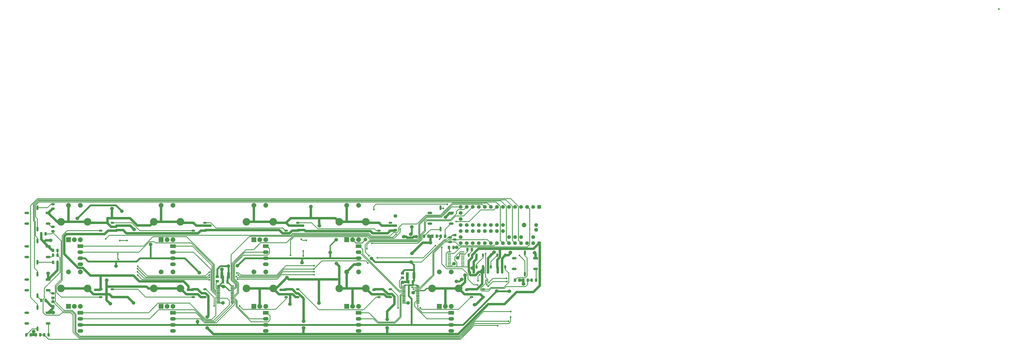
<source format=gtl>
G04 #@! TF.GenerationSoftware,KiCad,Pcbnew,(5.1.2)-1*
G04 #@! TF.CreationDate,2019-07-16T00:40:51+10:00*
G04 #@! TF.ProjectId,EncoderBoard,456e636f-6465-4724-926f-6172642e6b69,A*
G04 #@! TF.SameCoordinates,Original*
G04 #@! TF.FileFunction,Copper,L1,Top*
G04 #@! TF.FilePolarity,Positive*
%FSLAX46Y46*%
G04 Gerber Fmt 4.6, Leading zero omitted, Abs format (unit mm)*
G04 Created by KiCad (PCBNEW (5.1.2)-1) date 2019-07-16 00:40:51*
%MOMM*%
%LPD*%
G04 APERTURE LIST*
%ADD10C,0.100000*%
%ADD11C,0.975000*%
%ADD12O,0.900000X2.000000*%
%ADD13O,2.000000X1.000000*%
%ADD14R,2.000000X1.000000*%
%ADD15O,1.500000X0.900000*%
%ADD16R,1.500000X0.900000*%
%ADD17O,2.400000X1.500000*%
%ADD18R,2.400000X1.500000*%
%ADD19C,2.000000*%
%ADD20C,3.200000*%
%ADD21R,2.000000X2.000000*%
%ADD22C,1.600000*%
%ADD23C,1.900000*%
%ADD24R,1.600000X1.600000*%
%ADD25O,0.900000X1.500000*%
%ADD26R,0.900000X1.500000*%
%ADD27C,1.250000*%
%ADD28R,1.500000X0.450000*%
%ADD29O,1.500000X0.450000*%
%ADD30O,1.600000X0.300000*%
%ADD31R,1.600000X0.300000*%
%ADD32C,0.762000*%
%ADD33C,1.524000*%
%ADD34C,1.016000*%
%ADD35C,0.508000*%
%ADD36C,0.381000*%
%ADD37C,0.304800*%
%ADD38C,0.762000*%
G04 APERTURE END LIST*
D10*
G36*
X211980142Y-83509174D02*
G01*
X212003803Y-83512684D01*
X212027007Y-83518496D01*
X212049529Y-83526554D01*
X212071153Y-83536782D01*
X212091670Y-83549079D01*
X212110883Y-83563329D01*
X212128607Y-83579393D01*
X212144671Y-83597117D01*
X212158921Y-83616330D01*
X212171218Y-83636847D01*
X212181446Y-83658471D01*
X212189504Y-83680993D01*
X212195316Y-83704197D01*
X212198826Y-83727858D01*
X212200000Y-83751750D01*
X212200000Y-84239250D01*
X212198826Y-84263142D01*
X212195316Y-84286803D01*
X212189504Y-84310007D01*
X212181446Y-84332529D01*
X212171218Y-84354153D01*
X212158921Y-84374670D01*
X212144671Y-84393883D01*
X212128607Y-84411607D01*
X212110883Y-84427671D01*
X212091670Y-84441921D01*
X212071153Y-84454218D01*
X212049529Y-84464446D01*
X212027007Y-84472504D01*
X212003803Y-84478316D01*
X211980142Y-84481826D01*
X211956250Y-84483000D01*
X211043750Y-84483000D01*
X211019858Y-84481826D01*
X210996197Y-84478316D01*
X210972993Y-84472504D01*
X210950471Y-84464446D01*
X210928847Y-84454218D01*
X210908330Y-84441921D01*
X210889117Y-84427671D01*
X210871393Y-84411607D01*
X210855329Y-84393883D01*
X210841079Y-84374670D01*
X210828782Y-84354153D01*
X210818554Y-84332529D01*
X210810496Y-84310007D01*
X210804684Y-84286803D01*
X210801174Y-84263142D01*
X210800000Y-84239250D01*
X210800000Y-83751750D01*
X210801174Y-83727858D01*
X210804684Y-83704197D01*
X210810496Y-83680993D01*
X210818554Y-83658471D01*
X210828782Y-83636847D01*
X210841079Y-83616330D01*
X210855329Y-83597117D01*
X210871393Y-83579393D01*
X210889117Y-83563329D01*
X210908330Y-83549079D01*
X210928847Y-83536782D01*
X210950471Y-83526554D01*
X210972993Y-83518496D01*
X210996197Y-83512684D01*
X211019858Y-83509174D01*
X211043750Y-83508000D01*
X211956250Y-83508000D01*
X211980142Y-83509174D01*
X211980142Y-83509174D01*
G37*
D11*
X211500000Y-83995500D03*
D10*
G36*
X211980142Y-81634174D02*
G01*
X212003803Y-81637684D01*
X212027007Y-81643496D01*
X212049529Y-81651554D01*
X212071153Y-81661782D01*
X212091670Y-81674079D01*
X212110883Y-81688329D01*
X212128607Y-81704393D01*
X212144671Y-81722117D01*
X212158921Y-81741330D01*
X212171218Y-81761847D01*
X212181446Y-81783471D01*
X212189504Y-81805993D01*
X212195316Y-81829197D01*
X212198826Y-81852858D01*
X212200000Y-81876750D01*
X212200000Y-82364250D01*
X212198826Y-82388142D01*
X212195316Y-82411803D01*
X212189504Y-82435007D01*
X212181446Y-82457529D01*
X212171218Y-82479153D01*
X212158921Y-82499670D01*
X212144671Y-82518883D01*
X212128607Y-82536607D01*
X212110883Y-82552671D01*
X212091670Y-82566921D01*
X212071153Y-82579218D01*
X212049529Y-82589446D01*
X212027007Y-82597504D01*
X212003803Y-82603316D01*
X211980142Y-82606826D01*
X211956250Y-82608000D01*
X211043750Y-82608000D01*
X211019858Y-82606826D01*
X210996197Y-82603316D01*
X210972993Y-82597504D01*
X210950471Y-82589446D01*
X210928847Y-82579218D01*
X210908330Y-82566921D01*
X210889117Y-82552671D01*
X210871393Y-82536607D01*
X210855329Y-82518883D01*
X210841079Y-82499670D01*
X210828782Y-82479153D01*
X210818554Y-82457529D01*
X210810496Y-82435007D01*
X210804684Y-82411803D01*
X210801174Y-82388142D01*
X210800000Y-82364250D01*
X210800000Y-81876750D01*
X210801174Y-81852858D01*
X210804684Y-81829197D01*
X210810496Y-81805993D01*
X210818554Y-81783471D01*
X210828782Y-81761847D01*
X210841079Y-81741330D01*
X210855329Y-81722117D01*
X210871393Y-81704393D01*
X210889117Y-81688329D01*
X210908330Y-81674079D01*
X210928847Y-81661782D01*
X210950471Y-81651554D01*
X210972993Y-81643496D01*
X210996197Y-81637684D01*
X211019858Y-81634174D01*
X211043750Y-81633000D01*
X211956250Y-81633000D01*
X211980142Y-81634174D01*
X211980142Y-81634174D01*
G37*
D11*
X211500000Y-82120500D03*
D12*
X227500000Y-54500000D03*
X227500000Y-63500000D03*
D13*
X223000000Y-56750000D03*
X223000000Y-61250000D03*
X232000000Y-61250000D03*
D14*
X232000000Y-56750000D03*
D10*
G36*
X239068142Y-71399174D02*
G01*
X239091803Y-71402684D01*
X239115007Y-71408496D01*
X239137529Y-71416554D01*
X239159153Y-71426782D01*
X239179670Y-71439079D01*
X239198883Y-71453329D01*
X239216607Y-71469393D01*
X239232671Y-71487117D01*
X239246921Y-71506330D01*
X239259218Y-71526847D01*
X239269446Y-71548471D01*
X239277504Y-71570993D01*
X239283316Y-71594197D01*
X239286826Y-71617858D01*
X239288000Y-71641750D01*
X239288000Y-72554250D01*
X239286826Y-72578142D01*
X239283316Y-72601803D01*
X239277504Y-72625007D01*
X239269446Y-72647529D01*
X239259218Y-72669153D01*
X239246921Y-72689670D01*
X239232671Y-72708883D01*
X239216607Y-72726607D01*
X239198883Y-72742671D01*
X239179670Y-72756921D01*
X239159153Y-72769218D01*
X239137529Y-72779446D01*
X239115007Y-72787504D01*
X239091803Y-72793316D01*
X239068142Y-72796826D01*
X239044250Y-72798000D01*
X238556750Y-72798000D01*
X238532858Y-72796826D01*
X238509197Y-72793316D01*
X238485993Y-72787504D01*
X238463471Y-72779446D01*
X238441847Y-72769218D01*
X238421330Y-72756921D01*
X238402117Y-72742671D01*
X238384393Y-72726607D01*
X238368329Y-72708883D01*
X238354079Y-72689670D01*
X238341782Y-72669153D01*
X238331554Y-72647529D01*
X238323496Y-72625007D01*
X238317684Y-72601803D01*
X238314174Y-72578142D01*
X238313000Y-72554250D01*
X238313000Y-71641750D01*
X238314174Y-71617858D01*
X238317684Y-71594197D01*
X238323496Y-71570993D01*
X238331554Y-71548471D01*
X238341782Y-71526847D01*
X238354079Y-71506330D01*
X238368329Y-71487117D01*
X238384393Y-71469393D01*
X238402117Y-71453329D01*
X238421330Y-71439079D01*
X238441847Y-71426782D01*
X238463471Y-71416554D01*
X238485993Y-71408496D01*
X238509197Y-71402684D01*
X238532858Y-71399174D01*
X238556750Y-71398000D01*
X239044250Y-71398000D01*
X239068142Y-71399174D01*
X239068142Y-71399174D01*
G37*
D11*
X238800500Y-72098000D03*
D10*
G36*
X240943142Y-71399174D02*
G01*
X240966803Y-71402684D01*
X240990007Y-71408496D01*
X241012529Y-71416554D01*
X241034153Y-71426782D01*
X241054670Y-71439079D01*
X241073883Y-71453329D01*
X241091607Y-71469393D01*
X241107671Y-71487117D01*
X241121921Y-71506330D01*
X241134218Y-71526847D01*
X241144446Y-71548471D01*
X241152504Y-71570993D01*
X241158316Y-71594197D01*
X241161826Y-71617858D01*
X241163000Y-71641750D01*
X241163000Y-72554250D01*
X241161826Y-72578142D01*
X241158316Y-72601803D01*
X241152504Y-72625007D01*
X241144446Y-72647529D01*
X241134218Y-72669153D01*
X241121921Y-72689670D01*
X241107671Y-72708883D01*
X241091607Y-72726607D01*
X241073883Y-72742671D01*
X241054670Y-72756921D01*
X241034153Y-72769218D01*
X241012529Y-72779446D01*
X240990007Y-72787504D01*
X240966803Y-72793316D01*
X240943142Y-72796826D01*
X240919250Y-72798000D01*
X240431750Y-72798000D01*
X240407858Y-72796826D01*
X240384197Y-72793316D01*
X240360993Y-72787504D01*
X240338471Y-72779446D01*
X240316847Y-72769218D01*
X240296330Y-72756921D01*
X240277117Y-72742671D01*
X240259393Y-72726607D01*
X240243329Y-72708883D01*
X240229079Y-72689670D01*
X240216782Y-72669153D01*
X240206554Y-72647529D01*
X240198496Y-72625007D01*
X240192684Y-72601803D01*
X240189174Y-72578142D01*
X240188000Y-72554250D01*
X240188000Y-71641750D01*
X240189174Y-71617858D01*
X240192684Y-71594197D01*
X240198496Y-71570993D01*
X240206554Y-71548471D01*
X240216782Y-71526847D01*
X240229079Y-71506330D01*
X240243329Y-71487117D01*
X240259393Y-71469393D01*
X240277117Y-71453329D01*
X240296330Y-71439079D01*
X240316847Y-71426782D01*
X240338471Y-71416554D01*
X240360993Y-71408496D01*
X240384197Y-71402684D01*
X240407858Y-71399174D01*
X240431750Y-71398000D01*
X240919250Y-71398000D01*
X240943142Y-71399174D01*
X240943142Y-71399174D01*
G37*
D11*
X240675500Y-72098000D03*
D15*
X201550000Y-60850000D03*
X201550000Y-64150000D03*
X206450000Y-60850000D03*
D16*
X206450000Y-64150000D03*
D10*
G36*
X208980142Y-61576174D02*
G01*
X209003803Y-61579684D01*
X209027007Y-61585496D01*
X209049529Y-61593554D01*
X209071153Y-61603782D01*
X209091670Y-61616079D01*
X209110883Y-61630329D01*
X209128607Y-61646393D01*
X209144671Y-61664117D01*
X209158921Y-61683330D01*
X209171218Y-61703847D01*
X209181446Y-61725471D01*
X209189504Y-61747993D01*
X209195316Y-61771197D01*
X209198826Y-61794858D01*
X209200000Y-61818750D01*
X209200000Y-62306250D01*
X209198826Y-62330142D01*
X209195316Y-62353803D01*
X209189504Y-62377007D01*
X209181446Y-62399529D01*
X209171218Y-62421153D01*
X209158921Y-62441670D01*
X209144671Y-62460883D01*
X209128607Y-62478607D01*
X209110883Y-62494671D01*
X209091670Y-62508921D01*
X209071153Y-62521218D01*
X209049529Y-62531446D01*
X209027007Y-62539504D01*
X209003803Y-62545316D01*
X208980142Y-62548826D01*
X208956250Y-62550000D01*
X208043750Y-62550000D01*
X208019858Y-62548826D01*
X207996197Y-62545316D01*
X207972993Y-62539504D01*
X207950471Y-62531446D01*
X207928847Y-62521218D01*
X207908330Y-62508921D01*
X207889117Y-62494671D01*
X207871393Y-62478607D01*
X207855329Y-62460883D01*
X207841079Y-62441670D01*
X207828782Y-62421153D01*
X207818554Y-62399529D01*
X207810496Y-62377007D01*
X207804684Y-62353803D01*
X207801174Y-62330142D01*
X207800000Y-62306250D01*
X207800000Y-61818750D01*
X207801174Y-61794858D01*
X207804684Y-61771197D01*
X207810496Y-61747993D01*
X207818554Y-61725471D01*
X207828782Y-61703847D01*
X207841079Y-61683330D01*
X207855329Y-61664117D01*
X207871393Y-61646393D01*
X207889117Y-61630329D01*
X207908330Y-61616079D01*
X207928847Y-61603782D01*
X207950471Y-61593554D01*
X207972993Y-61585496D01*
X207996197Y-61579684D01*
X208019858Y-61576174D01*
X208043750Y-61575000D01*
X208956250Y-61575000D01*
X208980142Y-61576174D01*
X208980142Y-61576174D01*
G37*
D11*
X208500000Y-62062500D03*
D10*
G36*
X208980142Y-63451174D02*
G01*
X209003803Y-63454684D01*
X209027007Y-63460496D01*
X209049529Y-63468554D01*
X209071153Y-63478782D01*
X209091670Y-63491079D01*
X209110883Y-63505329D01*
X209128607Y-63521393D01*
X209144671Y-63539117D01*
X209158921Y-63558330D01*
X209171218Y-63578847D01*
X209181446Y-63600471D01*
X209189504Y-63622993D01*
X209195316Y-63646197D01*
X209198826Y-63669858D01*
X209200000Y-63693750D01*
X209200000Y-64181250D01*
X209198826Y-64205142D01*
X209195316Y-64228803D01*
X209189504Y-64252007D01*
X209181446Y-64274529D01*
X209171218Y-64296153D01*
X209158921Y-64316670D01*
X209144671Y-64335883D01*
X209128607Y-64353607D01*
X209110883Y-64369671D01*
X209091670Y-64383921D01*
X209071153Y-64396218D01*
X209049529Y-64406446D01*
X209027007Y-64414504D01*
X209003803Y-64420316D01*
X208980142Y-64423826D01*
X208956250Y-64425000D01*
X208043750Y-64425000D01*
X208019858Y-64423826D01*
X207996197Y-64420316D01*
X207972993Y-64414504D01*
X207950471Y-64406446D01*
X207928847Y-64396218D01*
X207908330Y-64383921D01*
X207889117Y-64369671D01*
X207871393Y-64353607D01*
X207855329Y-64335883D01*
X207841079Y-64316670D01*
X207828782Y-64296153D01*
X207818554Y-64274529D01*
X207810496Y-64252007D01*
X207804684Y-64228803D01*
X207801174Y-64205142D01*
X207800000Y-64181250D01*
X207800000Y-63693750D01*
X207801174Y-63669858D01*
X207804684Y-63646197D01*
X207810496Y-63622993D01*
X207818554Y-63600471D01*
X207828782Y-63578847D01*
X207841079Y-63558330D01*
X207855329Y-63539117D01*
X207871393Y-63521393D01*
X207889117Y-63505329D01*
X207908330Y-63491079D01*
X207928847Y-63478782D01*
X207950471Y-63468554D01*
X207972993Y-63460496D01*
X207996197Y-63454684D01*
X208019858Y-63451174D01*
X208043750Y-63450000D01*
X208956250Y-63450000D01*
X208980142Y-63451174D01*
X208980142Y-63451174D01*
G37*
D11*
X208500000Y-63937500D03*
D17*
X115000000Y-106310000D03*
X115000000Y-103770000D03*
X115000000Y-101230000D03*
D18*
X115000000Y-98690000D03*
D19*
X76000000Y-53500000D03*
X71000000Y-53500000D03*
D20*
X79100000Y-60500000D03*
X67900000Y-60500000D03*
D19*
X76000000Y-68000000D03*
X73500000Y-68000000D03*
D21*
X71000000Y-68000000D03*
D19*
X115000000Y-53500000D03*
X110000000Y-53500000D03*
D20*
X118100000Y-60500000D03*
X106900000Y-60500000D03*
D19*
X115000000Y-68000000D03*
X112500000Y-68000000D03*
D21*
X110000000Y-68000000D03*
D19*
X154000000Y-53500000D03*
X149000000Y-53500000D03*
D20*
X157100000Y-60500000D03*
X145900000Y-60500000D03*
D19*
X154000000Y-68000000D03*
X151500000Y-68000000D03*
D21*
X149000000Y-68000000D03*
D19*
X193000000Y-53500000D03*
X188000000Y-53500000D03*
D20*
X196100000Y-60500000D03*
X184900000Y-60500000D03*
D19*
X193000000Y-68000000D03*
X190500000Y-68000000D03*
D21*
X188000000Y-68000000D03*
D19*
X76000000Y-81500000D03*
X71000000Y-81500000D03*
D20*
X79100000Y-88500000D03*
X67900000Y-88500000D03*
D19*
X76000000Y-96000000D03*
X73500000Y-96000000D03*
D21*
X71000000Y-96000000D03*
D19*
X115000000Y-81500000D03*
X110000000Y-81500000D03*
D20*
X118100000Y-88500000D03*
X106900000Y-88500000D03*
D19*
X115000000Y-96000000D03*
X112500000Y-96000000D03*
D21*
X110000000Y-96000000D03*
D19*
X154000000Y-81500000D03*
X149000000Y-81500000D03*
D20*
X157100000Y-88500000D03*
X145900000Y-88500000D03*
D19*
X154000000Y-96000000D03*
X151500000Y-96000000D03*
D21*
X149000000Y-96000000D03*
D19*
X193000000Y-81500000D03*
X188000000Y-81500000D03*
D20*
X196100000Y-88500000D03*
X184900000Y-88500000D03*
D19*
X193000000Y-96000000D03*
X190500000Y-96000000D03*
D21*
X188000000Y-96000000D03*
D19*
X232000000Y-81500000D03*
X227000000Y-81500000D03*
D20*
X235100000Y-88500000D03*
X223900000Y-88500000D03*
D19*
X232000000Y-96000000D03*
X229500000Y-96000000D03*
D21*
X227000000Y-96000000D03*
D22*
X267730000Y-63827000D03*
X267730000Y-61795000D03*
D23*
X262650000Y-61795000D03*
D22*
X253760000Y-64335000D03*
X251220000Y-64335000D03*
X248680000Y-64335000D03*
X246140000Y-64335000D03*
X243600000Y-64335000D03*
X241060000Y-64335000D03*
X238520000Y-64335000D03*
X238520000Y-61795000D03*
X241060000Y-61795000D03*
X243600000Y-61795000D03*
X246140000Y-61795000D03*
X248680000Y-61795000D03*
X251220000Y-61795000D03*
X253760000Y-61795000D03*
D24*
X269000000Y-54175000D03*
D22*
X266460000Y-54175000D03*
X263920000Y-54175000D03*
X261380000Y-54175000D03*
X258840000Y-54175000D03*
X256300000Y-54175000D03*
X253760000Y-54175000D03*
X251220000Y-54175000D03*
X248680000Y-54175000D03*
X246140000Y-54175000D03*
X243600000Y-54175000D03*
X241060000Y-54175000D03*
X238520000Y-54175000D03*
X256300000Y-66875000D03*
X258840000Y-66875000D03*
X261380000Y-66875000D03*
X266460000Y-66875000D03*
X269000000Y-69415000D03*
X266460000Y-69415000D03*
X263920000Y-69415000D03*
X261380000Y-69415000D03*
X258840000Y-69415000D03*
X256300000Y-69415000D03*
X253760000Y-69415000D03*
X251220000Y-69415000D03*
X248680000Y-69415000D03*
X246140000Y-69415000D03*
X243600000Y-69415000D03*
X241060000Y-69415000D03*
X238520000Y-69415000D03*
X235980000Y-54175000D03*
X235980000Y-56715000D03*
X235980000Y-59255000D03*
X235980000Y-69415000D03*
X235980000Y-66875000D03*
X235980000Y-64335000D03*
X235980000Y-61795000D03*
D12*
X263000000Y-73500000D03*
X263000000Y-82500000D03*
D13*
X258500000Y-75750000D03*
X258500000Y-80250000D03*
X267500000Y-80250000D03*
D14*
X267500000Y-75750000D03*
D12*
X58000000Y-54500000D03*
X58000000Y-63500000D03*
D13*
X53500000Y-56750000D03*
X53500000Y-61250000D03*
X62500000Y-61250000D03*
D14*
X62500000Y-56750000D03*
D12*
X58000000Y-68500000D03*
X58000000Y-77500000D03*
D13*
X53500000Y-70750000D03*
X53500000Y-75250000D03*
X62500000Y-75250000D03*
D14*
X62500000Y-70750000D03*
D12*
X58000000Y-82500000D03*
X58000000Y-91500000D03*
D13*
X53500000Y-84750000D03*
X53500000Y-89250000D03*
X62500000Y-89250000D03*
D14*
X62500000Y-84750000D03*
D12*
X58000000Y-96500000D03*
X58000000Y-105500000D03*
D13*
X53500000Y-98750000D03*
X53500000Y-103250000D03*
X62500000Y-103250000D03*
D14*
X62500000Y-98750000D03*
D25*
X242650000Y-74550000D03*
X239350000Y-74550000D03*
X242650000Y-79450000D03*
D26*
X239350000Y-79450000D03*
D25*
X248650000Y-74550000D03*
X245350000Y-74550000D03*
X248650000Y-79450000D03*
D26*
X245350000Y-79450000D03*
D25*
X254650000Y-74550000D03*
X251350000Y-74550000D03*
X254650000Y-79450000D03*
D26*
X251350000Y-79450000D03*
D15*
X245450000Y-92150000D03*
X245450000Y-88850000D03*
X240550000Y-92150000D03*
D16*
X240550000Y-88850000D03*
D15*
X206450000Y-92150000D03*
X206450000Y-88850000D03*
X201550000Y-92150000D03*
D16*
X201550000Y-88850000D03*
D15*
X167450000Y-92150000D03*
X167450000Y-88850000D03*
X162550000Y-92150000D03*
D16*
X162550000Y-88850000D03*
D15*
X128450000Y-92150000D03*
X128450000Y-88850000D03*
X123550000Y-92150000D03*
D16*
X123550000Y-88850000D03*
D15*
X89450000Y-92150000D03*
X89450000Y-88850000D03*
X84550000Y-92150000D03*
D16*
X84550000Y-88850000D03*
D15*
X84550000Y-60850000D03*
X84550000Y-64150000D03*
X89450000Y-60850000D03*
D16*
X89450000Y-64150000D03*
D15*
X123550000Y-60850000D03*
X123550000Y-64150000D03*
X128450000Y-60850000D03*
D16*
X128450000Y-64150000D03*
D15*
X162550000Y-60850000D03*
X162550000Y-64150000D03*
X167450000Y-60850000D03*
D16*
X167450000Y-64150000D03*
D10*
G36*
X136280142Y-85051174D02*
G01*
X136303803Y-85054684D01*
X136327007Y-85060496D01*
X136349529Y-85068554D01*
X136371153Y-85078782D01*
X136391670Y-85091079D01*
X136410883Y-85105329D01*
X136428607Y-85121393D01*
X136444671Y-85139117D01*
X136458921Y-85158330D01*
X136471218Y-85178847D01*
X136481446Y-85200471D01*
X136489504Y-85222993D01*
X136495316Y-85246197D01*
X136498826Y-85269858D01*
X136500000Y-85293750D01*
X136500000Y-86206250D01*
X136498826Y-86230142D01*
X136495316Y-86253803D01*
X136489504Y-86277007D01*
X136481446Y-86299529D01*
X136471218Y-86321153D01*
X136458921Y-86341670D01*
X136444671Y-86360883D01*
X136428607Y-86378607D01*
X136410883Y-86394671D01*
X136391670Y-86408921D01*
X136371153Y-86421218D01*
X136349529Y-86431446D01*
X136327007Y-86439504D01*
X136303803Y-86445316D01*
X136280142Y-86448826D01*
X136256250Y-86450000D01*
X135768750Y-86450000D01*
X135744858Y-86448826D01*
X135721197Y-86445316D01*
X135697993Y-86439504D01*
X135675471Y-86431446D01*
X135653847Y-86421218D01*
X135633330Y-86408921D01*
X135614117Y-86394671D01*
X135596393Y-86378607D01*
X135580329Y-86360883D01*
X135566079Y-86341670D01*
X135553782Y-86321153D01*
X135543554Y-86299529D01*
X135535496Y-86277007D01*
X135529684Y-86253803D01*
X135526174Y-86230142D01*
X135525000Y-86206250D01*
X135525000Y-85293750D01*
X135526174Y-85269858D01*
X135529684Y-85246197D01*
X135535496Y-85222993D01*
X135543554Y-85200471D01*
X135553782Y-85178847D01*
X135566079Y-85158330D01*
X135580329Y-85139117D01*
X135596393Y-85121393D01*
X135614117Y-85105329D01*
X135633330Y-85091079D01*
X135653847Y-85078782D01*
X135675471Y-85068554D01*
X135697993Y-85060496D01*
X135721197Y-85054684D01*
X135744858Y-85051174D01*
X135768750Y-85050000D01*
X136256250Y-85050000D01*
X136280142Y-85051174D01*
X136280142Y-85051174D01*
G37*
D11*
X136012500Y-85750000D03*
D10*
G36*
X138155142Y-85051174D02*
G01*
X138178803Y-85054684D01*
X138202007Y-85060496D01*
X138224529Y-85068554D01*
X138246153Y-85078782D01*
X138266670Y-85091079D01*
X138285883Y-85105329D01*
X138303607Y-85121393D01*
X138319671Y-85139117D01*
X138333921Y-85158330D01*
X138346218Y-85178847D01*
X138356446Y-85200471D01*
X138364504Y-85222993D01*
X138370316Y-85246197D01*
X138373826Y-85269858D01*
X138375000Y-85293750D01*
X138375000Y-86206250D01*
X138373826Y-86230142D01*
X138370316Y-86253803D01*
X138364504Y-86277007D01*
X138356446Y-86299529D01*
X138346218Y-86321153D01*
X138333921Y-86341670D01*
X138319671Y-86360883D01*
X138303607Y-86378607D01*
X138285883Y-86394671D01*
X138266670Y-86408921D01*
X138246153Y-86421218D01*
X138224529Y-86431446D01*
X138202007Y-86439504D01*
X138178803Y-86445316D01*
X138155142Y-86448826D01*
X138131250Y-86450000D01*
X137643750Y-86450000D01*
X137619858Y-86448826D01*
X137596197Y-86445316D01*
X137572993Y-86439504D01*
X137550471Y-86431446D01*
X137528847Y-86421218D01*
X137508330Y-86408921D01*
X137489117Y-86394671D01*
X137471393Y-86378607D01*
X137455329Y-86360883D01*
X137441079Y-86341670D01*
X137428782Y-86321153D01*
X137418554Y-86299529D01*
X137410496Y-86277007D01*
X137404684Y-86253803D01*
X137401174Y-86230142D01*
X137400000Y-86206250D01*
X137400000Y-85293750D01*
X137401174Y-85269858D01*
X137404684Y-85246197D01*
X137410496Y-85222993D01*
X137418554Y-85200471D01*
X137428782Y-85178847D01*
X137441079Y-85158330D01*
X137455329Y-85139117D01*
X137471393Y-85121393D01*
X137489117Y-85105329D01*
X137508330Y-85091079D01*
X137528847Y-85078782D01*
X137550471Y-85068554D01*
X137572993Y-85060496D01*
X137596197Y-85054684D01*
X137619858Y-85051174D01*
X137643750Y-85050000D01*
X138131250Y-85050000D01*
X138155142Y-85051174D01*
X138155142Y-85051174D01*
G37*
D11*
X137887500Y-85750000D03*
D10*
G36*
X135949504Y-81676204D02*
G01*
X135973773Y-81679804D01*
X135997571Y-81685765D01*
X136020671Y-81694030D01*
X136042849Y-81704520D01*
X136063893Y-81717133D01*
X136083598Y-81731747D01*
X136101777Y-81748223D01*
X136118253Y-81766402D01*
X136132867Y-81786107D01*
X136145480Y-81807151D01*
X136155970Y-81829329D01*
X136164235Y-81852429D01*
X136170196Y-81876227D01*
X136173796Y-81900496D01*
X136175000Y-81925000D01*
X136175000Y-84075000D01*
X136173796Y-84099504D01*
X136170196Y-84123773D01*
X136164235Y-84147571D01*
X136155970Y-84170671D01*
X136145480Y-84192849D01*
X136132867Y-84213893D01*
X136118253Y-84233598D01*
X136101777Y-84251777D01*
X136083598Y-84268253D01*
X136063893Y-84282867D01*
X136042849Y-84295480D01*
X136020671Y-84305970D01*
X135997571Y-84314235D01*
X135973773Y-84320196D01*
X135949504Y-84323796D01*
X135925000Y-84325000D01*
X135175000Y-84325000D01*
X135150496Y-84323796D01*
X135126227Y-84320196D01*
X135102429Y-84314235D01*
X135079329Y-84305970D01*
X135057151Y-84295480D01*
X135036107Y-84282867D01*
X135016402Y-84268253D01*
X134998223Y-84251777D01*
X134981747Y-84233598D01*
X134967133Y-84213893D01*
X134954520Y-84192849D01*
X134944030Y-84170671D01*
X134935765Y-84147571D01*
X134929804Y-84123773D01*
X134926204Y-84099504D01*
X134925000Y-84075000D01*
X134925000Y-81925000D01*
X134926204Y-81900496D01*
X134929804Y-81876227D01*
X134935765Y-81852429D01*
X134944030Y-81829329D01*
X134954520Y-81807151D01*
X134967133Y-81786107D01*
X134981747Y-81766402D01*
X134998223Y-81748223D01*
X135016402Y-81731747D01*
X135036107Y-81717133D01*
X135057151Y-81704520D01*
X135079329Y-81694030D01*
X135102429Y-81685765D01*
X135126227Y-81679804D01*
X135150496Y-81676204D01*
X135175000Y-81675000D01*
X135925000Y-81675000D01*
X135949504Y-81676204D01*
X135949504Y-81676204D01*
G37*
D27*
X135550000Y-83000000D03*
D10*
G36*
X138749504Y-81676204D02*
G01*
X138773773Y-81679804D01*
X138797571Y-81685765D01*
X138820671Y-81694030D01*
X138842849Y-81704520D01*
X138863893Y-81717133D01*
X138883598Y-81731747D01*
X138901777Y-81748223D01*
X138918253Y-81766402D01*
X138932867Y-81786107D01*
X138945480Y-81807151D01*
X138955970Y-81829329D01*
X138964235Y-81852429D01*
X138970196Y-81876227D01*
X138973796Y-81900496D01*
X138975000Y-81925000D01*
X138975000Y-84075000D01*
X138973796Y-84099504D01*
X138970196Y-84123773D01*
X138964235Y-84147571D01*
X138955970Y-84170671D01*
X138945480Y-84192849D01*
X138932867Y-84213893D01*
X138918253Y-84233598D01*
X138901777Y-84251777D01*
X138883598Y-84268253D01*
X138863893Y-84282867D01*
X138842849Y-84295480D01*
X138820671Y-84305970D01*
X138797571Y-84314235D01*
X138773773Y-84320196D01*
X138749504Y-84323796D01*
X138725000Y-84325000D01*
X137975000Y-84325000D01*
X137950496Y-84323796D01*
X137926227Y-84320196D01*
X137902429Y-84314235D01*
X137879329Y-84305970D01*
X137857151Y-84295480D01*
X137836107Y-84282867D01*
X137816402Y-84268253D01*
X137798223Y-84251777D01*
X137781747Y-84233598D01*
X137767133Y-84213893D01*
X137754520Y-84192849D01*
X137744030Y-84170671D01*
X137735765Y-84147571D01*
X137729804Y-84123773D01*
X137726204Y-84099504D01*
X137725000Y-84075000D01*
X137725000Y-81925000D01*
X137726204Y-81900496D01*
X137729804Y-81876227D01*
X137735765Y-81852429D01*
X137744030Y-81829329D01*
X137754520Y-81807151D01*
X137767133Y-81786107D01*
X137781747Y-81766402D01*
X137798223Y-81748223D01*
X137816402Y-81731747D01*
X137836107Y-81717133D01*
X137857151Y-81704520D01*
X137879329Y-81694030D01*
X137902429Y-81685765D01*
X137926227Y-81679804D01*
X137950496Y-81676204D01*
X137975000Y-81675000D01*
X138725000Y-81675000D01*
X138749504Y-81676204D01*
X138749504Y-81676204D01*
G37*
D27*
X138350000Y-83000000D03*
D10*
G36*
X233205142Y-70551174D02*
G01*
X233228803Y-70554684D01*
X233252007Y-70560496D01*
X233274529Y-70568554D01*
X233296153Y-70578782D01*
X233316670Y-70591079D01*
X233335883Y-70605329D01*
X233353607Y-70621393D01*
X233369671Y-70639117D01*
X233383921Y-70658330D01*
X233396218Y-70678847D01*
X233406446Y-70700471D01*
X233414504Y-70722993D01*
X233420316Y-70746197D01*
X233423826Y-70769858D01*
X233425000Y-70793750D01*
X233425000Y-71706250D01*
X233423826Y-71730142D01*
X233420316Y-71753803D01*
X233414504Y-71777007D01*
X233406446Y-71799529D01*
X233396218Y-71821153D01*
X233383921Y-71841670D01*
X233369671Y-71860883D01*
X233353607Y-71878607D01*
X233335883Y-71894671D01*
X233316670Y-71908921D01*
X233296153Y-71921218D01*
X233274529Y-71931446D01*
X233252007Y-71939504D01*
X233228803Y-71945316D01*
X233205142Y-71948826D01*
X233181250Y-71950000D01*
X232693750Y-71950000D01*
X232669858Y-71948826D01*
X232646197Y-71945316D01*
X232622993Y-71939504D01*
X232600471Y-71931446D01*
X232578847Y-71921218D01*
X232558330Y-71908921D01*
X232539117Y-71894671D01*
X232521393Y-71878607D01*
X232505329Y-71860883D01*
X232491079Y-71841670D01*
X232478782Y-71821153D01*
X232468554Y-71799529D01*
X232460496Y-71777007D01*
X232454684Y-71753803D01*
X232451174Y-71730142D01*
X232450000Y-71706250D01*
X232450000Y-70793750D01*
X232451174Y-70769858D01*
X232454684Y-70746197D01*
X232460496Y-70722993D01*
X232468554Y-70700471D01*
X232478782Y-70678847D01*
X232491079Y-70658330D01*
X232505329Y-70639117D01*
X232521393Y-70621393D01*
X232539117Y-70605329D01*
X232558330Y-70591079D01*
X232578847Y-70578782D01*
X232600471Y-70568554D01*
X232622993Y-70560496D01*
X232646197Y-70554684D01*
X232669858Y-70551174D01*
X232693750Y-70550000D01*
X233181250Y-70550000D01*
X233205142Y-70551174D01*
X233205142Y-70551174D01*
G37*
D11*
X232937500Y-71250000D03*
D10*
G36*
X231330142Y-70551174D02*
G01*
X231353803Y-70554684D01*
X231377007Y-70560496D01*
X231399529Y-70568554D01*
X231421153Y-70578782D01*
X231441670Y-70591079D01*
X231460883Y-70605329D01*
X231478607Y-70621393D01*
X231494671Y-70639117D01*
X231508921Y-70658330D01*
X231521218Y-70678847D01*
X231531446Y-70700471D01*
X231539504Y-70722993D01*
X231545316Y-70746197D01*
X231548826Y-70769858D01*
X231550000Y-70793750D01*
X231550000Y-71706250D01*
X231548826Y-71730142D01*
X231545316Y-71753803D01*
X231539504Y-71777007D01*
X231531446Y-71799529D01*
X231521218Y-71821153D01*
X231508921Y-71841670D01*
X231494671Y-71860883D01*
X231478607Y-71878607D01*
X231460883Y-71894671D01*
X231441670Y-71908921D01*
X231421153Y-71921218D01*
X231399529Y-71931446D01*
X231377007Y-71939504D01*
X231353803Y-71945316D01*
X231330142Y-71948826D01*
X231306250Y-71950000D01*
X230818750Y-71950000D01*
X230794858Y-71948826D01*
X230771197Y-71945316D01*
X230747993Y-71939504D01*
X230725471Y-71931446D01*
X230703847Y-71921218D01*
X230683330Y-71908921D01*
X230664117Y-71894671D01*
X230646393Y-71878607D01*
X230630329Y-71860883D01*
X230616079Y-71841670D01*
X230603782Y-71821153D01*
X230593554Y-71799529D01*
X230585496Y-71777007D01*
X230579684Y-71753803D01*
X230576174Y-71730142D01*
X230575000Y-71706250D01*
X230575000Y-70793750D01*
X230576174Y-70769858D01*
X230579684Y-70746197D01*
X230585496Y-70722993D01*
X230593554Y-70700471D01*
X230603782Y-70678847D01*
X230616079Y-70658330D01*
X230630329Y-70639117D01*
X230646393Y-70621393D01*
X230664117Y-70605329D01*
X230683330Y-70591079D01*
X230703847Y-70578782D01*
X230725471Y-70568554D01*
X230747993Y-70560496D01*
X230771197Y-70554684D01*
X230794858Y-70551174D01*
X230818750Y-70550000D01*
X231306250Y-70550000D01*
X231330142Y-70551174D01*
X231330142Y-70551174D01*
G37*
D11*
X231062500Y-71250000D03*
D10*
G36*
X214250142Y-85051174D02*
G01*
X214273803Y-85054684D01*
X214297007Y-85060496D01*
X214319529Y-85068554D01*
X214341153Y-85078782D01*
X214361670Y-85091079D01*
X214380883Y-85105329D01*
X214398607Y-85121393D01*
X214414671Y-85139117D01*
X214428921Y-85158330D01*
X214441218Y-85178847D01*
X214451446Y-85200471D01*
X214459504Y-85222993D01*
X214465316Y-85246197D01*
X214468826Y-85269858D01*
X214470000Y-85293750D01*
X214470000Y-86206250D01*
X214468826Y-86230142D01*
X214465316Y-86253803D01*
X214459504Y-86277007D01*
X214451446Y-86299529D01*
X214441218Y-86321153D01*
X214428921Y-86341670D01*
X214414671Y-86360883D01*
X214398607Y-86378607D01*
X214380883Y-86394671D01*
X214361670Y-86408921D01*
X214341153Y-86421218D01*
X214319529Y-86431446D01*
X214297007Y-86439504D01*
X214273803Y-86445316D01*
X214250142Y-86448826D01*
X214226250Y-86450000D01*
X213738750Y-86450000D01*
X213714858Y-86448826D01*
X213691197Y-86445316D01*
X213667993Y-86439504D01*
X213645471Y-86431446D01*
X213623847Y-86421218D01*
X213603330Y-86408921D01*
X213584117Y-86394671D01*
X213566393Y-86378607D01*
X213550329Y-86360883D01*
X213536079Y-86341670D01*
X213523782Y-86321153D01*
X213513554Y-86299529D01*
X213505496Y-86277007D01*
X213499684Y-86253803D01*
X213496174Y-86230142D01*
X213495000Y-86206250D01*
X213495000Y-85293750D01*
X213496174Y-85269858D01*
X213499684Y-85246197D01*
X213505496Y-85222993D01*
X213513554Y-85200471D01*
X213523782Y-85178847D01*
X213536079Y-85158330D01*
X213550329Y-85139117D01*
X213566393Y-85121393D01*
X213584117Y-85105329D01*
X213603330Y-85091079D01*
X213623847Y-85078782D01*
X213645471Y-85068554D01*
X213667993Y-85060496D01*
X213691197Y-85054684D01*
X213714858Y-85051174D01*
X213738750Y-85050000D01*
X214226250Y-85050000D01*
X214250142Y-85051174D01*
X214250142Y-85051174D01*
G37*
D11*
X213982500Y-85750000D03*
D10*
G36*
X216125142Y-85051174D02*
G01*
X216148803Y-85054684D01*
X216172007Y-85060496D01*
X216194529Y-85068554D01*
X216216153Y-85078782D01*
X216236670Y-85091079D01*
X216255883Y-85105329D01*
X216273607Y-85121393D01*
X216289671Y-85139117D01*
X216303921Y-85158330D01*
X216316218Y-85178847D01*
X216326446Y-85200471D01*
X216334504Y-85222993D01*
X216340316Y-85246197D01*
X216343826Y-85269858D01*
X216345000Y-85293750D01*
X216345000Y-86206250D01*
X216343826Y-86230142D01*
X216340316Y-86253803D01*
X216334504Y-86277007D01*
X216326446Y-86299529D01*
X216316218Y-86321153D01*
X216303921Y-86341670D01*
X216289671Y-86360883D01*
X216273607Y-86378607D01*
X216255883Y-86394671D01*
X216236670Y-86408921D01*
X216216153Y-86421218D01*
X216194529Y-86431446D01*
X216172007Y-86439504D01*
X216148803Y-86445316D01*
X216125142Y-86448826D01*
X216101250Y-86450000D01*
X215613750Y-86450000D01*
X215589858Y-86448826D01*
X215566197Y-86445316D01*
X215542993Y-86439504D01*
X215520471Y-86431446D01*
X215498847Y-86421218D01*
X215478330Y-86408921D01*
X215459117Y-86394671D01*
X215441393Y-86378607D01*
X215425329Y-86360883D01*
X215411079Y-86341670D01*
X215398782Y-86321153D01*
X215388554Y-86299529D01*
X215380496Y-86277007D01*
X215374684Y-86253803D01*
X215371174Y-86230142D01*
X215370000Y-86206250D01*
X215370000Y-85293750D01*
X215371174Y-85269858D01*
X215374684Y-85246197D01*
X215380496Y-85222993D01*
X215388554Y-85200471D01*
X215398782Y-85178847D01*
X215411079Y-85158330D01*
X215425329Y-85139117D01*
X215441393Y-85121393D01*
X215459117Y-85105329D01*
X215478330Y-85091079D01*
X215498847Y-85078782D01*
X215520471Y-85068554D01*
X215542993Y-85060496D01*
X215566197Y-85054684D01*
X215589858Y-85051174D01*
X215613750Y-85050000D01*
X216101250Y-85050000D01*
X216125142Y-85051174D01*
X216125142Y-85051174D01*
G37*
D11*
X215857500Y-85750000D03*
D10*
G36*
X213919504Y-81676204D02*
G01*
X213943773Y-81679804D01*
X213967571Y-81685765D01*
X213990671Y-81694030D01*
X214012849Y-81704520D01*
X214033893Y-81717133D01*
X214053598Y-81731747D01*
X214071777Y-81748223D01*
X214088253Y-81766402D01*
X214102867Y-81786107D01*
X214115480Y-81807151D01*
X214125970Y-81829329D01*
X214134235Y-81852429D01*
X214140196Y-81876227D01*
X214143796Y-81900496D01*
X214145000Y-81925000D01*
X214145000Y-84075000D01*
X214143796Y-84099504D01*
X214140196Y-84123773D01*
X214134235Y-84147571D01*
X214125970Y-84170671D01*
X214115480Y-84192849D01*
X214102867Y-84213893D01*
X214088253Y-84233598D01*
X214071777Y-84251777D01*
X214053598Y-84268253D01*
X214033893Y-84282867D01*
X214012849Y-84295480D01*
X213990671Y-84305970D01*
X213967571Y-84314235D01*
X213943773Y-84320196D01*
X213919504Y-84323796D01*
X213895000Y-84325000D01*
X213145000Y-84325000D01*
X213120496Y-84323796D01*
X213096227Y-84320196D01*
X213072429Y-84314235D01*
X213049329Y-84305970D01*
X213027151Y-84295480D01*
X213006107Y-84282867D01*
X212986402Y-84268253D01*
X212968223Y-84251777D01*
X212951747Y-84233598D01*
X212937133Y-84213893D01*
X212924520Y-84192849D01*
X212914030Y-84170671D01*
X212905765Y-84147571D01*
X212899804Y-84123773D01*
X212896204Y-84099504D01*
X212895000Y-84075000D01*
X212895000Y-81925000D01*
X212896204Y-81900496D01*
X212899804Y-81876227D01*
X212905765Y-81852429D01*
X212914030Y-81829329D01*
X212924520Y-81807151D01*
X212937133Y-81786107D01*
X212951747Y-81766402D01*
X212968223Y-81748223D01*
X212986402Y-81731747D01*
X213006107Y-81717133D01*
X213027151Y-81704520D01*
X213049329Y-81694030D01*
X213072429Y-81685765D01*
X213096227Y-81679804D01*
X213120496Y-81676204D01*
X213145000Y-81675000D01*
X213895000Y-81675000D01*
X213919504Y-81676204D01*
X213919504Y-81676204D01*
G37*
D27*
X213520000Y-83000000D03*
D10*
G36*
X216719504Y-81676204D02*
G01*
X216743773Y-81679804D01*
X216767571Y-81685765D01*
X216790671Y-81694030D01*
X216812849Y-81704520D01*
X216833893Y-81717133D01*
X216853598Y-81731747D01*
X216871777Y-81748223D01*
X216888253Y-81766402D01*
X216902867Y-81786107D01*
X216915480Y-81807151D01*
X216925970Y-81829329D01*
X216934235Y-81852429D01*
X216940196Y-81876227D01*
X216943796Y-81900496D01*
X216945000Y-81925000D01*
X216945000Y-84075000D01*
X216943796Y-84099504D01*
X216940196Y-84123773D01*
X216934235Y-84147571D01*
X216925970Y-84170671D01*
X216915480Y-84192849D01*
X216902867Y-84213893D01*
X216888253Y-84233598D01*
X216871777Y-84251777D01*
X216853598Y-84268253D01*
X216833893Y-84282867D01*
X216812849Y-84295480D01*
X216790671Y-84305970D01*
X216767571Y-84314235D01*
X216743773Y-84320196D01*
X216719504Y-84323796D01*
X216695000Y-84325000D01*
X215945000Y-84325000D01*
X215920496Y-84323796D01*
X215896227Y-84320196D01*
X215872429Y-84314235D01*
X215849329Y-84305970D01*
X215827151Y-84295480D01*
X215806107Y-84282867D01*
X215786402Y-84268253D01*
X215768223Y-84251777D01*
X215751747Y-84233598D01*
X215737133Y-84213893D01*
X215724520Y-84192849D01*
X215714030Y-84170671D01*
X215705765Y-84147571D01*
X215699804Y-84123773D01*
X215696204Y-84099504D01*
X215695000Y-84075000D01*
X215695000Y-81925000D01*
X215696204Y-81900496D01*
X215699804Y-81876227D01*
X215705765Y-81852429D01*
X215714030Y-81829329D01*
X215724520Y-81807151D01*
X215737133Y-81786107D01*
X215751747Y-81766402D01*
X215768223Y-81748223D01*
X215786402Y-81731747D01*
X215806107Y-81717133D01*
X215827151Y-81704520D01*
X215849329Y-81694030D01*
X215872429Y-81685765D01*
X215896227Y-81679804D01*
X215920496Y-81676204D01*
X215945000Y-81675000D01*
X216695000Y-81675000D01*
X216719504Y-81676204D01*
X216719504Y-81676204D01*
G37*
D27*
X216320000Y-83000000D03*
D10*
G36*
X241705142Y-80801174D02*
G01*
X241728803Y-80804684D01*
X241752007Y-80810496D01*
X241774529Y-80818554D01*
X241796153Y-80828782D01*
X241816670Y-80841079D01*
X241835883Y-80855329D01*
X241853607Y-80871393D01*
X241869671Y-80889117D01*
X241883921Y-80908330D01*
X241896218Y-80928847D01*
X241906446Y-80950471D01*
X241914504Y-80972993D01*
X241920316Y-80996197D01*
X241923826Y-81019858D01*
X241925000Y-81043750D01*
X241925000Y-81956250D01*
X241923826Y-81980142D01*
X241920316Y-82003803D01*
X241914504Y-82027007D01*
X241906446Y-82049529D01*
X241896218Y-82071153D01*
X241883921Y-82091670D01*
X241869671Y-82110883D01*
X241853607Y-82128607D01*
X241835883Y-82144671D01*
X241816670Y-82158921D01*
X241796153Y-82171218D01*
X241774529Y-82181446D01*
X241752007Y-82189504D01*
X241728803Y-82195316D01*
X241705142Y-82198826D01*
X241681250Y-82200000D01*
X241193750Y-82200000D01*
X241169858Y-82198826D01*
X241146197Y-82195316D01*
X241122993Y-82189504D01*
X241100471Y-82181446D01*
X241078847Y-82171218D01*
X241058330Y-82158921D01*
X241039117Y-82144671D01*
X241021393Y-82128607D01*
X241005329Y-82110883D01*
X240991079Y-82091670D01*
X240978782Y-82071153D01*
X240968554Y-82049529D01*
X240960496Y-82027007D01*
X240954684Y-82003803D01*
X240951174Y-81980142D01*
X240950000Y-81956250D01*
X240950000Y-81043750D01*
X240951174Y-81019858D01*
X240954684Y-80996197D01*
X240960496Y-80972993D01*
X240968554Y-80950471D01*
X240978782Y-80928847D01*
X240991079Y-80908330D01*
X241005329Y-80889117D01*
X241021393Y-80871393D01*
X241039117Y-80855329D01*
X241058330Y-80841079D01*
X241078847Y-80828782D01*
X241100471Y-80818554D01*
X241122993Y-80810496D01*
X241146197Y-80804684D01*
X241169858Y-80801174D01*
X241193750Y-80800000D01*
X241681250Y-80800000D01*
X241705142Y-80801174D01*
X241705142Y-80801174D01*
G37*
D11*
X241437500Y-81500000D03*
D10*
G36*
X239830142Y-80801174D02*
G01*
X239853803Y-80804684D01*
X239877007Y-80810496D01*
X239899529Y-80818554D01*
X239921153Y-80828782D01*
X239941670Y-80841079D01*
X239960883Y-80855329D01*
X239978607Y-80871393D01*
X239994671Y-80889117D01*
X240008921Y-80908330D01*
X240021218Y-80928847D01*
X240031446Y-80950471D01*
X240039504Y-80972993D01*
X240045316Y-80996197D01*
X240048826Y-81019858D01*
X240050000Y-81043750D01*
X240050000Y-81956250D01*
X240048826Y-81980142D01*
X240045316Y-82003803D01*
X240039504Y-82027007D01*
X240031446Y-82049529D01*
X240021218Y-82071153D01*
X240008921Y-82091670D01*
X239994671Y-82110883D01*
X239978607Y-82128607D01*
X239960883Y-82144671D01*
X239941670Y-82158921D01*
X239921153Y-82171218D01*
X239899529Y-82181446D01*
X239877007Y-82189504D01*
X239853803Y-82195316D01*
X239830142Y-82198826D01*
X239806250Y-82200000D01*
X239318750Y-82200000D01*
X239294858Y-82198826D01*
X239271197Y-82195316D01*
X239247993Y-82189504D01*
X239225471Y-82181446D01*
X239203847Y-82171218D01*
X239183330Y-82158921D01*
X239164117Y-82144671D01*
X239146393Y-82128607D01*
X239130329Y-82110883D01*
X239116079Y-82091670D01*
X239103782Y-82071153D01*
X239093554Y-82049529D01*
X239085496Y-82027007D01*
X239079684Y-82003803D01*
X239076174Y-81980142D01*
X239075000Y-81956250D01*
X239075000Y-81043750D01*
X239076174Y-81019858D01*
X239079684Y-80996197D01*
X239085496Y-80972993D01*
X239093554Y-80950471D01*
X239103782Y-80928847D01*
X239116079Y-80908330D01*
X239130329Y-80889117D01*
X239146393Y-80871393D01*
X239164117Y-80855329D01*
X239183330Y-80841079D01*
X239203847Y-80828782D01*
X239225471Y-80818554D01*
X239247993Y-80810496D01*
X239271197Y-80804684D01*
X239294858Y-80801174D01*
X239318750Y-80800000D01*
X239806250Y-80800000D01*
X239830142Y-80801174D01*
X239830142Y-80801174D01*
G37*
D11*
X239562500Y-81500000D03*
D10*
G36*
X247705142Y-80801174D02*
G01*
X247728803Y-80804684D01*
X247752007Y-80810496D01*
X247774529Y-80818554D01*
X247796153Y-80828782D01*
X247816670Y-80841079D01*
X247835883Y-80855329D01*
X247853607Y-80871393D01*
X247869671Y-80889117D01*
X247883921Y-80908330D01*
X247896218Y-80928847D01*
X247906446Y-80950471D01*
X247914504Y-80972993D01*
X247920316Y-80996197D01*
X247923826Y-81019858D01*
X247925000Y-81043750D01*
X247925000Y-81956250D01*
X247923826Y-81980142D01*
X247920316Y-82003803D01*
X247914504Y-82027007D01*
X247906446Y-82049529D01*
X247896218Y-82071153D01*
X247883921Y-82091670D01*
X247869671Y-82110883D01*
X247853607Y-82128607D01*
X247835883Y-82144671D01*
X247816670Y-82158921D01*
X247796153Y-82171218D01*
X247774529Y-82181446D01*
X247752007Y-82189504D01*
X247728803Y-82195316D01*
X247705142Y-82198826D01*
X247681250Y-82200000D01*
X247193750Y-82200000D01*
X247169858Y-82198826D01*
X247146197Y-82195316D01*
X247122993Y-82189504D01*
X247100471Y-82181446D01*
X247078847Y-82171218D01*
X247058330Y-82158921D01*
X247039117Y-82144671D01*
X247021393Y-82128607D01*
X247005329Y-82110883D01*
X246991079Y-82091670D01*
X246978782Y-82071153D01*
X246968554Y-82049529D01*
X246960496Y-82027007D01*
X246954684Y-82003803D01*
X246951174Y-81980142D01*
X246950000Y-81956250D01*
X246950000Y-81043750D01*
X246951174Y-81019858D01*
X246954684Y-80996197D01*
X246960496Y-80972993D01*
X246968554Y-80950471D01*
X246978782Y-80928847D01*
X246991079Y-80908330D01*
X247005329Y-80889117D01*
X247021393Y-80871393D01*
X247039117Y-80855329D01*
X247058330Y-80841079D01*
X247078847Y-80828782D01*
X247100471Y-80818554D01*
X247122993Y-80810496D01*
X247146197Y-80804684D01*
X247169858Y-80801174D01*
X247193750Y-80800000D01*
X247681250Y-80800000D01*
X247705142Y-80801174D01*
X247705142Y-80801174D01*
G37*
D11*
X247437500Y-81500000D03*
D10*
G36*
X245830142Y-80801174D02*
G01*
X245853803Y-80804684D01*
X245877007Y-80810496D01*
X245899529Y-80818554D01*
X245921153Y-80828782D01*
X245941670Y-80841079D01*
X245960883Y-80855329D01*
X245978607Y-80871393D01*
X245994671Y-80889117D01*
X246008921Y-80908330D01*
X246021218Y-80928847D01*
X246031446Y-80950471D01*
X246039504Y-80972993D01*
X246045316Y-80996197D01*
X246048826Y-81019858D01*
X246050000Y-81043750D01*
X246050000Y-81956250D01*
X246048826Y-81980142D01*
X246045316Y-82003803D01*
X246039504Y-82027007D01*
X246031446Y-82049529D01*
X246021218Y-82071153D01*
X246008921Y-82091670D01*
X245994671Y-82110883D01*
X245978607Y-82128607D01*
X245960883Y-82144671D01*
X245941670Y-82158921D01*
X245921153Y-82171218D01*
X245899529Y-82181446D01*
X245877007Y-82189504D01*
X245853803Y-82195316D01*
X245830142Y-82198826D01*
X245806250Y-82200000D01*
X245318750Y-82200000D01*
X245294858Y-82198826D01*
X245271197Y-82195316D01*
X245247993Y-82189504D01*
X245225471Y-82181446D01*
X245203847Y-82171218D01*
X245183330Y-82158921D01*
X245164117Y-82144671D01*
X245146393Y-82128607D01*
X245130329Y-82110883D01*
X245116079Y-82091670D01*
X245103782Y-82071153D01*
X245093554Y-82049529D01*
X245085496Y-82027007D01*
X245079684Y-82003803D01*
X245076174Y-81980142D01*
X245075000Y-81956250D01*
X245075000Y-81043750D01*
X245076174Y-81019858D01*
X245079684Y-80996197D01*
X245085496Y-80972993D01*
X245093554Y-80950471D01*
X245103782Y-80928847D01*
X245116079Y-80908330D01*
X245130329Y-80889117D01*
X245146393Y-80871393D01*
X245164117Y-80855329D01*
X245183330Y-80841079D01*
X245203847Y-80828782D01*
X245225471Y-80818554D01*
X245247993Y-80810496D01*
X245271197Y-80804684D01*
X245294858Y-80801174D01*
X245318750Y-80800000D01*
X245806250Y-80800000D01*
X245830142Y-80801174D01*
X245830142Y-80801174D01*
G37*
D11*
X245562500Y-81500000D03*
D10*
G36*
X253705142Y-80801174D02*
G01*
X253728803Y-80804684D01*
X253752007Y-80810496D01*
X253774529Y-80818554D01*
X253796153Y-80828782D01*
X253816670Y-80841079D01*
X253835883Y-80855329D01*
X253853607Y-80871393D01*
X253869671Y-80889117D01*
X253883921Y-80908330D01*
X253896218Y-80928847D01*
X253906446Y-80950471D01*
X253914504Y-80972993D01*
X253920316Y-80996197D01*
X253923826Y-81019858D01*
X253925000Y-81043750D01*
X253925000Y-81956250D01*
X253923826Y-81980142D01*
X253920316Y-82003803D01*
X253914504Y-82027007D01*
X253906446Y-82049529D01*
X253896218Y-82071153D01*
X253883921Y-82091670D01*
X253869671Y-82110883D01*
X253853607Y-82128607D01*
X253835883Y-82144671D01*
X253816670Y-82158921D01*
X253796153Y-82171218D01*
X253774529Y-82181446D01*
X253752007Y-82189504D01*
X253728803Y-82195316D01*
X253705142Y-82198826D01*
X253681250Y-82200000D01*
X253193750Y-82200000D01*
X253169858Y-82198826D01*
X253146197Y-82195316D01*
X253122993Y-82189504D01*
X253100471Y-82181446D01*
X253078847Y-82171218D01*
X253058330Y-82158921D01*
X253039117Y-82144671D01*
X253021393Y-82128607D01*
X253005329Y-82110883D01*
X252991079Y-82091670D01*
X252978782Y-82071153D01*
X252968554Y-82049529D01*
X252960496Y-82027007D01*
X252954684Y-82003803D01*
X252951174Y-81980142D01*
X252950000Y-81956250D01*
X252950000Y-81043750D01*
X252951174Y-81019858D01*
X252954684Y-80996197D01*
X252960496Y-80972993D01*
X252968554Y-80950471D01*
X252978782Y-80928847D01*
X252991079Y-80908330D01*
X253005329Y-80889117D01*
X253021393Y-80871393D01*
X253039117Y-80855329D01*
X253058330Y-80841079D01*
X253078847Y-80828782D01*
X253100471Y-80818554D01*
X253122993Y-80810496D01*
X253146197Y-80804684D01*
X253169858Y-80801174D01*
X253193750Y-80800000D01*
X253681250Y-80800000D01*
X253705142Y-80801174D01*
X253705142Y-80801174D01*
G37*
D11*
X253437500Y-81500000D03*
D10*
G36*
X251830142Y-80801174D02*
G01*
X251853803Y-80804684D01*
X251877007Y-80810496D01*
X251899529Y-80818554D01*
X251921153Y-80828782D01*
X251941670Y-80841079D01*
X251960883Y-80855329D01*
X251978607Y-80871393D01*
X251994671Y-80889117D01*
X252008921Y-80908330D01*
X252021218Y-80928847D01*
X252031446Y-80950471D01*
X252039504Y-80972993D01*
X252045316Y-80996197D01*
X252048826Y-81019858D01*
X252050000Y-81043750D01*
X252050000Y-81956250D01*
X252048826Y-81980142D01*
X252045316Y-82003803D01*
X252039504Y-82027007D01*
X252031446Y-82049529D01*
X252021218Y-82071153D01*
X252008921Y-82091670D01*
X251994671Y-82110883D01*
X251978607Y-82128607D01*
X251960883Y-82144671D01*
X251941670Y-82158921D01*
X251921153Y-82171218D01*
X251899529Y-82181446D01*
X251877007Y-82189504D01*
X251853803Y-82195316D01*
X251830142Y-82198826D01*
X251806250Y-82200000D01*
X251318750Y-82200000D01*
X251294858Y-82198826D01*
X251271197Y-82195316D01*
X251247993Y-82189504D01*
X251225471Y-82181446D01*
X251203847Y-82171218D01*
X251183330Y-82158921D01*
X251164117Y-82144671D01*
X251146393Y-82128607D01*
X251130329Y-82110883D01*
X251116079Y-82091670D01*
X251103782Y-82071153D01*
X251093554Y-82049529D01*
X251085496Y-82027007D01*
X251079684Y-82003803D01*
X251076174Y-81980142D01*
X251075000Y-81956250D01*
X251075000Y-81043750D01*
X251076174Y-81019858D01*
X251079684Y-80996197D01*
X251085496Y-80972993D01*
X251093554Y-80950471D01*
X251103782Y-80928847D01*
X251116079Y-80908330D01*
X251130329Y-80889117D01*
X251146393Y-80871393D01*
X251164117Y-80855329D01*
X251183330Y-80841079D01*
X251203847Y-80828782D01*
X251225471Y-80818554D01*
X251247993Y-80810496D01*
X251271197Y-80804684D01*
X251294858Y-80801174D01*
X251318750Y-80800000D01*
X251806250Y-80800000D01*
X251830142Y-80801174D01*
X251830142Y-80801174D01*
G37*
D11*
X251562500Y-81500000D03*
D10*
G36*
X238980142Y-90451174D02*
G01*
X239003803Y-90454684D01*
X239027007Y-90460496D01*
X239049529Y-90468554D01*
X239071153Y-90478782D01*
X239091670Y-90491079D01*
X239110883Y-90505329D01*
X239128607Y-90521393D01*
X239144671Y-90539117D01*
X239158921Y-90558330D01*
X239171218Y-90578847D01*
X239181446Y-90600471D01*
X239189504Y-90622993D01*
X239195316Y-90646197D01*
X239198826Y-90669858D01*
X239200000Y-90693750D01*
X239200000Y-91181250D01*
X239198826Y-91205142D01*
X239195316Y-91228803D01*
X239189504Y-91252007D01*
X239181446Y-91274529D01*
X239171218Y-91296153D01*
X239158921Y-91316670D01*
X239144671Y-91335883D01*
X239128607Y-91353607D01*
X239110883Y-91369671D01*
X239091670Y-91383921D01*
X239071153Y-91396218D01*
X239049529Y-91406446D01*
X239027007Y-91414504D01*
X239003803Y-91420316D01*
X238980142Y-91423826D01*
X238956250Y-91425000D01*
X238043750Y-91425000D01*
X238019858Y-91423826D01*
X237996197Y-91420316D01*
X237972993Y-91414504D01*
X237950471Y-91406446D01*
X237928847Y-91396218D01*
X237908330Y-91383921D01*
X237889117Y-91369671D01*
X237871393Y-91353607D01*
X237855329Y-91335883D01*
X237841079Y-91316670D01*
X237828782Y-91296153D01*
X237818554Y-91274529D01*
X237810496Y-91252007D01*
X237804684Y-91228803D01*
X237801174Y-91205142D01*
X237800000Y-91181250D01*
X237800000Y-90693750D01*
X237801174Y-90669858D01*
X237804684Y-90646197D01*
X237810496Y-90622993D01*
X237818554Y-90600471D01*
X237828782Y-90578847D01*
X237841079Y-90558330D01*
X237855329Y-90539117D01*
X237871393Y-90521393D01*
X237889117Y-90505329D01*
X237908330Y-90491079D01*
X237928847Y-90478782D01*
X237950471Y-90468554D01*
X237972993Y-90460496D01*
X237996197Y-90454684D01*
X238019858Y-90451174D01*
X238043750Y-90450000D01*
X238956250Y-90450000D01*
X238980142Y-90451174D01*
X238980142Y-90451174D01*
G37*
D11*
X238500000Y-90937500D03*
D10*
G36*
X238980142Y-88576174D02*
G01*
X239003803Y-88579684D01*
X239027007Y-88585496D01*
X239049529Y-88593554D01*
X239071153Y-88603782D01*
X239091670Y-88616079D01*
X239110883Y-88630329D01*
X239128607Y-88646393D01*
X239144671Y-88664117D01*
X239158921Y-88683330D01*
X239171218Y-88703847D01*
X239181446Y-88725471D01*
X239189504Y-88747993D01*
X239195316Y-88771197D01*
X239198826Y-88794858D01*
X239200000Y-88818750D01*
X239200000Y-89306250D01*
X239198826Y-89330142D01*
X239195316Y-89353803D01*
X239189504Y-89377007D01*
X239181446Y-89399529D01*
X239171218Y-89421153D01*
X239158921Y-89441670D01*
X239144671Y-89460883D01*
X239128607Y-89478607D01*
X239110883Y-89494671D01*
X239091670Y-89508921D01*
X239071153Y-89521218D01*
X239049529Y-89531446D01*
X239027007Y-89539504D01*
X239003803Y-89545316D01*
X238980142Y-89548826D01*
X238956250Y-89550000D01*
X238043750Y-89550000D01*
X238019858Y-89548826D01*
X237996197Y-89545316D01*
X237972993Y-89539504D01*
X237950471Y-89531446D01*
X237928847Y-89521218D01*
X237908330Y-89508921D01*
X237889117Y-89494671D01*
X237871393Y-89478607D01*
X237855329Y-89460883D01*
X237841079Y-89441670D01*
X237828782Y-89421153D01*
X237818554Y-89399529D01*
X237810496Y-89377007D01*
X237804684Y-89353803D01*
X237801174Y-89330142D01*
X237800000Y-89306250D01*
X237800000Y-88818750D01*
X237801174Y-88794858D01*
X237804684Y-88771197D01*
X237810496Y-88747993D01*
X237818554Y-88725471D01*
X237828782Y-88703847D01*
X237841079Y-88683330D01*
X237855329Y-88664117D01*
X237871393Y-88646393D01*
X237889117Y-88630329D01*
X237908330Y-88616079D01*
X237928847Y-88603782D01*
X237950471Y-88593554D01*
X237972993Y-88585496D01*
X237996197Y-88579684D01*
X238019858Y-88576174D01*
X238043750Y-88575000D01*
X238956250Y-88575000D01*
X238980142Y-88576174D01*
X238980142Y-88576174D01*
G37*
D11*
X238500000Y-89062500D03*
D10*
G36*
X199980142Y-90451174D02*
G01*
X200003803Y-90454684D01*
X200027007Y-90460496D01*
X200049529Y-90468554D01*
X200071153Y-90478782D01*
X200091670Y-90491079D01*
X200110883Y-90505329D01*
X200128607Y-90521393D01*
X200144671Y-90539117D01*
X200158921Y-90558330D01*
X200171218Y-90578847D01*
X200181446Y-90600471D01*
X200189504Y-90622993D01*
X200195316Y-90646197D01*
X200198826Y-90669858D01*
X200200000Y-90693750D01*
X200200000Y-91181250D01*
X200198826Y-91205142D01*
X200195316Y-91228803D01*
X200189504Y-91252007D01*
X200181446Y-91274529D01*
X200171218Y-91296153D01*
X200158921Y-91316670D01*
X200144671Y-91335883D01*
X200128607Y-91353607D01*
X200110883Y-91369671D01*
X200091670Y-91383921D01*
X200071153Y-91396218D01*
X200049529Y-91406446D01*
X200027007Y-91414504D01*
X200003803Y-91420316D01*
X199980142Y-91423826D01*
X199956250Y-91425000D01*
X199043750Y-91425000D01*
X199019858Y-91423826D01*
X198996197Y-91420316D01*
X198972993Y-91414504D01*
X198950471Y-91406446D01*
X198928847Y-91396218D01*
X198908330Y-91383921D01*
X198889117Y-91369671D01*
X198871393Y-91353607D01*
X198855329Y-91335883D01*
X198841079Y-91316670D01*
X198828782Y-91296153D01*
X198818554Y-91274529D01*
X198810496Y-91252007D01*
X198804684Y-91228803D01*
X198801174Y-91205142D01*
X198800000Y-91181250D01*
X198800000Y-90693750D01*
X198801174Y-90669858D01*
X198804684Y-90646197D01*
X198810496Y-90622993D01*
X198818554Y-90600471D01*
X198828782Y-90578847D01*
X198841079Y-90558330D01*
X198855329Y-90539117D01*
X198871393Y-90521393D01*
X198889117Y-90505329D01*
X198908330Y-90491079D01*
X198928847Y-90478782D01*
X198950471Y-90468554D01*
X198972993Y-90460496D01*
X198996197Y-90454684D01*
X199019858Y-90451174D01*
X199043750Y-90450000D01*
X199956250Y-90450000D01*
X199980142Y-90451174D01*
X199980142Y-90451174D01*
G37*
D11*
X199500000Y-90937500D03*
D10*
G36*
X199980142Y-88576174D02*
G01*
X200003803Y-88579684D01*
X200027007Y-88585496D01*
X200049529Y-88593554D01*
X200071153Y-88603782D01*
X200091670Y-88616079D01*
X200110883Y-88630329D01*
X200128607Y-88646393D01*
X200144671Y-88664117D01*
X200158921Y-88683330D01*
X200171218Y-88703847D01*
X200181446Y-88725471D01*
X200189504Y-88747993D01*
X200195316Y-88771197D01*
X200198826Y-88794858D01*
X200200000Y-88818750D01*
X200200000Y-89306250D01*
X200198826Y-89330142D01*
X200195316Y-89353803D01*
X200189504Y-89377007D01*
X200181446Y-89399529D01*
X200171218Y-89421153D01*
X200158921Y-89441670D01*
X200144671Y-89460883D01*
X200128607Y-89478607D01*
X200110883Y-89494671D01*
X200091670Y-89508921D01*
X200071153Y-89521218D01*
X200049529Y-89531446D01*
X200027007Y-89539504D01*
X200003803Y-89545316D01*
X199980142Y-89548826D01*
X199956250Y-89550000D01*
X199043750Y-89550000D01*
X199019858Y-89548826D01*
X198996197Y-89545316D01*
X198972993Y-89539504D01*
X198950471Y-89531446D01*
X198928847Y-89521218D01*
X198908330Y-89508921D01*
X198889117Y-89494671D01*
X198871393Y-89478607D01*
X198855329Y-89460883D01*
X198841079Y-89441670D01*
X198828782Y-89421153D01*
X198818554Y-89399529D01*
X198810496Y-89377007D01*
X198804684Y-89353803D01*
X198801174Y-89330142D01*
X198800000Y-89306250D01*
X198800000Y-88818750D01*
X198801174Y-88794858D01*
X198804684Y-88771197D01*
X198810496Y-88747993D01*
X198818554Y-88725471D01*
X198828782Y-88703847D01*
X198841079Y-88683330D01*
X198855329Y-88664117D01*
X198871393Y-88646393D01*
X198889117Y-88630329D01*
X198908330Y-88616079D01*
X198928847Y-88603782D01*
X198950471Y-88593554D01*
X198972993Y-88585496D01*
X198996197Y-88579684D01*
X199019858Y-88576174D01*
X199043750Y-88575000D01*
X199956250Y-88575000D01*
X199980142Y-88576174D01*
X199980142Y-88576174D01*
G37*
D11*
X199500000Y-89062500D03*
D10*
G36*
X160980142Y-90451174D02*
G01*
X161003803Y-90454684D01*
X161027007Y-90460496D01*
X161049529Y-90468554D01*
X161071153Y-90478782D01*
X161091670Y-90491079D01*
X161110883Y-90505329D01*
X161128607Y-90521393D01*
X161144671Y-90539117D01*
X161158921Y-90558330D01*
X161171218Y-90578847D01*
X161181446Y-90600471D01*
X161189504Y-90622993D01*
X161195316Y-90646197D01*
X161198826Y-90669858D01*
X161200000Y-90693750D01*
X161200000Y-91181250D01*
X161198826Y-91205142D01*
X161195316Y-91228803D01*
X161189504Y-91252007D01*
X161181446Y-91274529D01*
X161171218Y-91296153D01*
X161158921Y-91316670D01*
X161144671Y-91335883D01*
X161128607Y-91353607D01*
X161110883Y-91369671D01*
X161091670Y-91383921D01*
X161071153Y-91396218D01*
X161049529Y-91406446D01*
X161027007Y-91414504D01*
X161003803Y-91420316D01*
X160980142Y-91423826D01*
X160956250Y-91425000D01*
X160043750Y-91425000D01*
X160019858Y-91423826D01*
X159996197Y-91420316D01*
X159972993Y-91414504D01*
X159950471Y-91406446D01*
X159928847Y-91396218D01*
X159908330Y-91383921D01*
X159889117Y-91369671D01*
X159871393Y-91353607D01*
X159855329Y-91335883D01*
X159841079Y-91316670D01*
X159828782Y-91296153D01*
X159818554Y-91274529D01*
X159810496Y-91252007D01*
X159804684Y-91228803D01*
X159801174Y-91205142D01*
X159800000Y-91181250D01*
X159800000Y-90693750D01*
X159801174Y-90669858D01*
X159804684Y-90646197D01*
X159810496Y-90622993D01*
X159818554Y-90600471D01*
X159828782Y-90578847D01*
X159841079Y-90558330D01*
X159855329Y-90539117D01*
X159871393Y-90521393D01*
X159889117Y-90505329D01*
X159908330Y-90491079D01*
X159928847Y-90478782D01*
X159950471Y-90468554D01*
X159972993Y-90460496D01*
X159996197Y-90454684D01*
X160019858Y-90451174D01*
X160043750Y-90450000D01*
X160956250Y-90450000D01*
X160980142Y-90451174D01*
X160980142Y-90451174D01*
G37*
D11*
X160500000Y-90937500D03*
D10*
G36*
X160980142Y-88576174D02*
G01*
X161003803Y-88579684D01*
X161027007Y-88585496D01*
X161049529Y-88593554D01*
X161071153Y-88603782D01*
X161091670Y-88616079D01*
X161110883Y-88630329D01*
X161128607Y-88646393D01*
X161144671Y-88664117D01*
X161158921Y-88683330D01*
X161171218Y-88703847D01*
X161181446Y-88725471D01*
X161189504Y-88747993D01*
X161195316Y-88771197D01*
X161198826Y-88794858D01*
X161200000Y-88818750D01*
X161200000Y-89306250D01*
X161198826Y-89330142D01*
X161195316Y-89353803D01*
X161189504Y-89377007D01*
X161181446Y-89399529D01*
X161171218Y-89421153D01*
X161158921Y-89441670D01*
X161144671Y-89460883D01*
X161128607Y-89478607D01*
X161110883Y-89494671D01*
X161091670Y-89508921D01*
X161071153Y-89521218D01*
X161049529Y-89531446D01*
X161027007Y-89539504D01*
X161003803Y-89545316D01*
X160980142Y-89548826D01*
X160956250Y-89550000D01*
X160043750Y-89550000D01*
X160019858Y-89548826D01*
X159996197Y-89545316D01*
X159972993Y-89539504D01*
X159950471Y-89531446D01*
X159928847Y-89521218D01*
X159908330Y-89508921D01*
X159889117Y-89494671D01*
X159871393Y-89478607D01*
X159855329Y-89460883D01*
X159841079Y-89441670D01*
X159828782Y-89421153D01*
X159818554Y-89399529D01*
X159810496Y-89377007D01*
X159804684Y-89353803D01*
X159801174Y-89330142D01*
X159800000Y-89306250D01*
X159800000Y-88818750D01*
X159801174Y-88794858D01*
X159804684Y-88771197D01*
X159810496Y-88747993D01*
X159818554Y-88725471D01*
X159828782Y-88703847D01*
X159841079Y-88683330D01*
X159855329Y-88664117D01*
X159871393Y-88646393D01*
X159889117Y-88630329D01*
X159908330Y-88616079D01*
X159928847Y-88603782D01*
X159950471Y-88593554D01*
X159972993Y-88585496D01*
X159996197Y-88579684D01*
X160019858Y-88576174D01*
X160043750Y-88575000D01*
X160956250Y-88575000D01*
X160980142Y-88576174D01*
X160980142Y-88576174D01*
G37*
D11*
X160500000Y-89062500D03*
D10*
G36*
X121980142Y-90451174D02*
G01*
X122003803Y-90454684D01*
X122027007Y-90460496D01*
X122049529Y-90468554D01*
X122071153Y-90478782D01*
X122091670Y-90491079D01*
X122110883Y-90505329D01*
X122128607Y-90521393D01*
X122144671Y-90539117D01*
X122158921Y-90558330D01*
X122171218Y-90578847D01*
X122181446Y-90600471D01*
X122189504Y-90622993D01*
X122195316Y-90646197D01*
X122198826Y-90669858D01*
X122200000Y-90693750D01*
X122200000Y-91181250D01*
X122198826Y-91205142D01*
X122195316Y-91228803D01*
X122189504Y-91252007D01*
X122181446Y-91274529D01*
X122171218Y-91296153D01*
X122158921Y-91316670D01*
X122144671Y-91335883D01*
X122128607Y-91353607D01*
X122110883Y-91369671D01*
X122091670Y-91383921D01*
X122071153Y-91396218D01*
X122049529Y-91406446D01*
X122027007Y-91414504D01*
X122003803Y-91420316D01*
X121980142Y-91423826D01*
X121956250Y-91425000D01*
X121043750Y-91425000D01*
X121019858Y-91423826D01*
X120996197Y-91420316D01*
X120972993Y-91414504D01*
X120950471Y-91406446D01*
X120928847Y-91396218D01*
X120908330Y-91383921D01*
X120889117Y-91369671D01*
X120871393Y-91353607D01*
X120855329Y-91335883D01*
X120841079Y-91316670D01*
X120828782Y-91296153D01*
X120818554Y-91274529D01*
X120810496Y-91252007D01*
X120804684Y-91228803D01*
X120801174Y-91205142D01*
X120800000Y-91181250D01*
X120800000Y-90693750D01*
X120801174Y-90669858D01*
X120804684Y-90646197D01*
X120810496Y-90622993D01*
X120818554Y-90600471D01*
X120828782Y-90578847D01*
X120841079Y-90558330D01*
X120855329Y-90539117D01*
X120871393Y-90521393D01*
X120889117Y-90505329D01*
X120908330Y-90491079D01*
X120928847Y-90478782D01*
X120950471Y-90468554D01*
X120972993Y-90460496D01*
X120996197Y-90454684D01*
X121019858Y-90451174D01*
X121043750Y-90450000D01*
X121956250Y-90450000D01*
X121980142Y-90451174D01*
X121980142Y-90451174D01*
G37*
D11*
X121500000Y-90937500D03*
D10*
G36*
X121980142Y-88576174D02*
G01*
X122003803Y-88579684D01*
X122027007Y-88585496D01*
X122049529Y-88593554D01*
X122071153Y-88603782D01*
X122091670Y-88616079D01*
X122110883Y-88630329D01*
X122128607Y-88646393D01*
X122144671Y-88664117D01*
X122158921Y-88683330D01*
X122171218Y-88703847D01*
X122181446Y-88725471D01*
X122189504Y-88747993D01*
X122195316Y-88771197D01*
X122198826Y-88794858D01*
X122200000Y-88818750D01*
X122200000Y-89306250D01*
X122198826Y-89330142D01*
X122195316Y-89353803D01*
X122189504Y-89377007D01*
X122181446Y-89399529D01*
X122171218Y-89421153D01*
X122158921Y-89441670D01*
X122144671Y-89460883D01*
X122128607Y-89478607D01*
X122110883Y-89494671D01*
X122091670Y-89508921D01*
X122071153Y-89521218D01*
X122049529Y-89531446D01*
X122027007Y-89539504D01*
X122003803Y-89545316D01*
X121980142Y-89548826D01*
X121956250Y-89550000D01*
X121043750Y-89550000D01*
X121019858Y-89548826D01*
X120996197Y-89545316D01*
X120972993Y-89539504D01*
X120950471Y-89531446D01*
X120928847Y-89521218D01*
X120908330Y-89508921D01*
X120889117Y-89494671D01*
X120871393Y-89478607D01*
X120855329Y-89460883D01*
X120841079Y-89441670D01*
X120828782Y-89421153D01*
X120818554Y-89399529D01*
X120810496Y-89377007D01*
X120804684Y-89353803D01*
X120801174Y-89330142D01*
X120800000Y-89306250D01*
X120800000Y-88818750D01*
X120801174Y-88794858D01*
X120804684Y-88771197D01*
X120810496Y-88747993D01*
X120818554Y-88725471D01*
X120828782Y-88703847D01*
X120841079Y-88683330D01*
X120855329Y-88664117D01*
X120871393Y-88646393D01*
X120889117Y-88630329D01*
X120908330Y-88616079D01*
X120928847Y-88603782D01*
X120950471Y-88593554D01*
X120972993Y-88585496D01*
X120996197Y-88579684D01*
X121019858Y-88576174D01*
X121043750Y-88575000D01*
X121956250Y-88575000D01*
X121980142Y-88576174D01*
X121980142Y-88576174D01*
G37*
D11*
X121500000Y-89062500D03*
D10*
G36*
X82980142Y-90451174D02*
G01*
X83003803Y-90454684D01*
X83027007Y-90460496D01*
X83049529Y-90468554D01*
X83071153Y-90478782D01*
X83091670Y-90491079D01*
X83110883Y-90505329D01*
X83128607Y-90521393D01*
X83144671Y-90539117D01*
X83158921Y-90558330D01*
X83171218Y-90578847D01*
X83181446Y-90600471D01*
X83189504Y-90622993D01*
X83195316Y-90646197D01*
X83198826Y-90669858D01*
X83200000Y-90693750D01*
X83200000Y-91181250D01*
X83198826Y-91205142D01*
X83195316Y-91228803D01*
X83189504Y-91252007D01*
X83181446Y-91274529D01*
X83171218Y-91296153D01*
X83158921Y-91316670D01*
X83144671Y-91335883D01*
X83128607Y-91353607D01*
X83110883Y-91369671D01*
X83091670Y-91383921D01*
X83071153Y-91396218D01*
X83049529Y-91406446D01*
X83027007Y-91414504D01*
X83003803Y-91420316D01*
X82980142Y-91423826D01*
X82956250Y-91425000D01*
X82043750Y-91425000D01*
X82019858Y-91423826D01*
X81996197Y-91420316D01*
X81972993Y-91414504D01*
X81950471Y-91406446D01*
X81928847Y-91396218D01*
X81908330Y-91383921D01*
X81889117Y-91369671D01*
X81871393Y-91353607D01*
X81855329Y-91335883D01*
X81841079Y-91316670D01*
X81828782Y-91296153D01*
X81818554Y-91274529D01*
X81810496Y-91252007D01*
X81804684Y-91228803D01*
X81801174Y-91205142D01*
X81800000Y-91181250D01*
X81800000Y-90693750D01*
X81801174Y-90669858D01*
X81804684Y-90646197D01*
X81810496Y-90622993D01*
X81818554Y-90600471D01*
X81828782Y-90578847D01*
X81841079Y-90558330D01*
X81855329Y-90539117D01*
X81871393Y-90521393D01*
X81889117Y-90505329D01*
X81908330Y-90491079D01*
X81928847Y-90478782D01*
X81950471Y-90468554D01*
X81972993Y-90460496D01*
X81996197Y-90454684D01*
X82019858Y-90451174D01*
X82043750Y-90450000D01*
X82956250Y-90450000D01*
X82980142Y-90451174D01*
X82980142Y-90451174D01*
G37*
D11*
X82500000Y-90937500D03*
D10*
G36*
X82980142Y-88576174D02*
G01*
X83003803Y-88579684D01*
X83027007Y-88585496D01*
X83049529Y-88593554D01*
X83071153Y-88603782D01*
X83091670Y-88616079D01*
X83110883Y-88630329D01*
X83128607Y-88646393D01*
X83144671Y-88664117D01*
X83158921Y-88683330D01*
X83171218Y-88703847D01*
X83181446Y-88725471D01*
X83189504Y-88747993D01*
X83195316Y-88771197D01*
X83198826Y-88794858D01*
X83200000Y-88818750D01*
X83200000Y-89306250D01*
X83198826Y-89330142D01*
X83195316Y-89353803D01*
X83189504Y-89377007D01*
X83181446Y-89399529D01*
X83171218Y-89421153D01*
X83158921Y-89441670D01*
X83144671Y-89460883D01*
X83128607Y-89478607D01*
X83110883Y-89494671D01*
X83091670Y-89508921D01*
X83071153Y-89521218D01*
X83049529Y-89531446D01*
X83027007Y-89539504D01*
X83003803Y-89545316D01*
X82980142Y-89548826D01*
X82956250Y-89550000D01*
X82043750Y-89550000D01*
X82019858Y-89548826D01*
X81996197Y-89545316D01*
X81972993Y-89539504D01*
X81950471Y-89531446D01*
X81928847Y-89521218D01*
X81908330Y-89508921D01*
X81889117Y-89494671D01*
X81871393Y-89478607D01*
X81855329Y-89460883D01*
X81841079Y-89441670D01*
X81828782Y-89421153D01*
X81818554Y-89399529D01*
X81810496Y-89377007D01*
X81804684Y-89353803D01*
X81801174Y-89330142D01*
X81800000Y-89306250D01*
X81800000Y-88818750D01*
X81801174Y-88794858D01*
X81804684Y-88771197D01*
X81810496Y-88747993D01*
X81818554Y-88725471D01*
X81828782Y-88703847D01*
X81841079Y-88683330D01*
X81855329Y-88664117D01*
X81871393Y-88646393D01*
X81889117Y-88630329D01*
X81908330Y-88616079D01*
X81928847Y-88603782D01*
X81950471Y-88593554D01*
X81972993Y-88585496D01*
X81996197Y-88579684D01*
X82019858Y-88576174D01*
X82043750Y-88575000D01*
X82956250Y-88575000D01*
X82980142Y-88576174D01*
X82980142Y-88576174D01*
G37*
D11*
X82500000Y-89062500D03*
D10*
G36*
X91980142Y-61576174D02*
G01*
X92003803Y-61579684D01*
X92027007Y-61585496D01*
X92049529Y-61593554D01*
X92071153Y-61603782D01*
X92091670Y-61616079D01*
X92110883Y-61630329D01*
X92128607Y-61646393D01*
X92144671Y-61664117D01*
X92158921Y-61683330D01*
X92171218Y-61703847D01*
X92181446Y-61725471D01*
X92189504Y-61747993D01*
X92195316Y-61771197D01*
X92198826Y-61794858D01*
X92200000Y-61818750D01*
X92200000Y-62306250D01*
X92198826Y-62330142D01*
X92195316Y-62353803D01*
X92189504Y-62377007D01*
X92181446Y-62399529D01*
X92171218Y-62421153D01*
X92158921Y-62441670D01*
X92144671Y-62460883D01*
X92128607Y-62478607D01*
X92110883Y-62494671D01*
X92091670Y-62508921D01*
X92071153Y-62521218D01*
X92049529Y-62531446D01*
X92027007Y-62539504D01*
X92003803Y-62545316D01*
X91980142Y-62548826D01*
X91956250Y-62550000D01*
X91043750Y-62550000D01*
X91019858Y-62548826D01*
X90996197Y-62545316D01*
X90972993Y-62539504D01*
X90950471Y-62531446D01*
X90928847Y-62521218D01*
X90908330Y-62508921D01*
X90889117Y-62494671D01*
X90871393Y-62478607D01*
X90855329Y-62460883D01*
X90841079Y-62441670D01*
X90828782Y-62421153D01*
X90818554Y-62399529D01*
X90810496Y-62377007D01*
X90804684Y-62353803D01*
X90801174Y-62330142D01*
X90800000Y-62306250D01*
X90800000Y-61818750D01*
X90801174Y-61794858D01*
X90804684Y-61771197D01*
X90810496Y-61747993D01*
X90818554Y-61725471D01*
X90828782Y-61703847D01*
X90841079Y-61683330D01*
X90855329Y-61664117D01*
X90871393Y-61646393D01*
X90889117Y-61630329D01*
X90908330Y-61616079D01*
X90928847Y-61603782D01*
X90950471Y-61593554D01*
X90972993Y-61585496D01*
X90996197Y-61579684D01*
X91019858Y-61576174D01*
X91043750Y-61575000D01*
X91956250Y-61575000D01*
X91980142Y-61576174D01*
X91980142Y-61576174D01*
G37*
D11*
X91500000Y-62062500D03*
D10*
G36*
X91980142Y-63451174D02*
G01*
X92003803Y-63454684D01*
X92027007Y-63460496D01*
X92049529Y-63468554D01*
X92071153Y-63478782D01*
X92091670Y-63491079D01*
X92110883Y-63505329D01*
X92128607Y-63521393D01*
X92144671Y-63539117D01*
X92158921Y-63558330D01*
X92171218Y-63578847D01*
X92181446Y-63600471D01*
X92189504Y-63622993D01*
X92195316Y-63646197D01*
X92198826Y-63669858D01*
X92200000Y-63693750D01*
X92200000Y-64181250D01*
X92198826Y-64205142D01*
X92195316Y-64228803D01*
X92189504Y-64252007D01*
X92181446Y-64274529D01*
X92171218Y-64296153D01*
X92158921Y-64316670D01*
X92144671Y-64335883D01*
X92128607Y-64353607D01*
X92110883Y-64369671D01*
X92091670Y-64383921D01*
X92071153Y-64396218D01*
X92049529Y-64406446D01*
X92027007Y-64414504D01*
X92003803Y-64420316D01*
X91980142Y-64423826D01*
X91956250Y-64425000D01*
X91043750Y-64425000D01*
X91019858Y-64423826D01*
X90996197Y-64420316D01*
X90972993Y-64414504D01*
X90950471Y-64406446D01*
X90928847Y-64396218D01*
X90908330Y-64383921D01*
X90889117Y-64369671D01*
X90871393Y-64353607D01*
X90855329Y-64335883D01*
X90841079Y-64316670D01*
X90828782Y-64296153D01*
X90818554Y-64274529D01*
X90810496Y-64252007D01*
X90804684Y-64228803D01*
X90801174Y-64205142D01*
X90800000Y-64181250D01*
X90800000Y-63693750D01*
X90801174Y-63669858D01*
X90804684Y-63646197D01*
X90810496Y-63622993D01*
X90818554Y-63600471D01*
X90828782Y-63578847D01*
X90841079Y-63558330D01*
X90855329Y-63539117D01*
X90871393Y-63521393D01*
X90889117Y-63505329D01*
X90908330Y-63491079D01*
X90928847Y-63478782D01*
X90950471Y-63468554D01*
X90972993Y-63460496D01*
X90996197Y-63454684D01*
X91019858Y-63451174D01*
X91043750Y-63450000D01*
X91956250Y-63450000D01*
X91980142Y-63451174D01*
X91980142Y-63451174D01*
G37*
D11*
X91500000Y-63937500D03*
D10*
G36*
X130980142Y-61576174D02*
G01*
X131003803Y-61579684D01*
X131027007Y-61585496D01*
X131049529Y-61593554D01*
X131071153Y-61603782D01*
X131091670Y-61616079D01*
X131110883Y-61630329D01*
X131128607Y-61646393D01*
X131144671Y-61664117D01*
X131158921Y-61683330D01*
X131171218Y-61703847D01*
X131181446Y-61725471D01*
X131189504Y-61747993D01*
X131195316Y-61771197D01*
X131198826Y-61794858D01*
X131200000Y-61818750D01*
X131200000Y-62306250D01*
X131198826Y-62330142D01*
X131195316Y-62353803D01*
X131189504Y-62377007D01*
X131181446Y-62399529D01*
X131171218Y-62421153D01*
X131158921Y-62441670D01*
X131144671Y-62460883D01*
X131128607Y-62478607D01*
X131110883Y-62494671D01*
X131091670Y-62508921D01*
X131071153Y-62521218D01*
X131049529Y-62531446D01*
X131027007Y-62539504D01*
X131003803Y-62545316D01*
X130980142Y-62548826D01*
X130956250Y-62550000D01*
X130043750Y-62550000D01*
X130019858Y-62548826D01*
X129996197Y-62545316D01*
X129972993Y-62539504D01*
X129950471Y-62531446D01*
X129928847Y-62521218D01*
X129908330Y-62508921D01*
X129889117Y-62494671D01*
X129871393Y-62478607D01*
X129855329Y-62460883D01*
X129841079Y-62441670D01*
X129828782Y-62421153D01*
X129818554Y-62399529D01*
X129810496Y-62377007D01*
X129804684Y-62353803D01*
X129801174Y-62330142D01*
X129800000Y-62306250D01*
X129800000Y-61818750D01*
X129801174Y-61794858D01*
X129804684Y-61771197D01*
X129810496Y-61747993D01*
X129818554Y-61725471D01*
X129828782Y-61703847D01*
X129841079Y-61683330D01*
X129855329Y-61664117D01*
X129871393Y-61646393D01*
X129889117Y-61630329D01*
X129908330Y-61616079D01*
X129928847Y-61603782D01*
X129950471Y-61593554D01*
X129972993Y-61585496D01*
X129996197Y-61579684D01*
X130019858Y-61576174D01*
X130043750Y-61575000D01*
X130956250Y-61575000D01*
X130980142Y-61576174D01*
X130980142Y-61576174D01*
G37*
D11*
X130500000Y-62062500D03*
D10*
G36*
X130980142Y-63451174D02*
G01*
X131003803Y-63454684D01*
X131027007Y-63460496D01*
X131049529Y-63468554D01*
X131071153Y-63478782D01*
X131091670Y-63491079D01*
X131110883Y-63505329D01*
X131128607Y-63521393D01*
X131144671Y-63539117D01*
X131158921Y-63558330D01*
X131171218Y-63578847D01*
X131181446Y-63600471D01*
X131189504Y-63622993D01*
X131195316Y-63646197D01*
X131198826Y-63669858D01*
X131200000Y-63693750D01*
X131200000Y-64181250D01*
X131198826Y-64205142D01*
X131195316Y-64228803D01*
X131189504Y-64252007D01*
X131181446Y-64274529D01*
X131171218Y-64296153D01*
X131158921Y-64316670D01*
X131144671Y-64335883D01*
X131128607Y-64353607D01*
X131110883Y-64369671D01*
X131091670Y-64383921D01*
X131071153Y-64396218D01*
X131049529Y-64406446D01*
X131027007Y-64414504D01*
X131003803Y-64420316D01*
X130980142Y-64423826D01*
X130956250Y-64425000D01*
X130043750Y-64425000D01*
X130019858Y-64423826D01*
X129996197Y-64420316D01*
X129972993Y-64414504D01*
X129950471Y-64406446D01*
X129928847Y-64396218D01*
X129908330Y-64383921D01*
X129889117Y-64369671D01*
X129871393Y-64353607D01*
X129855329Y-64335883D01*
X129841079Y-64316670D01*
X129828782Y-64296153D01*
X129818554Y-64274529D01*
X129810496Y-64252007D01*
X129804684Y-64228803D01*
X129801174Y-64205142D01*
X129800000Y-64181250D01*
X129800000Y-63693750D01*
X129801174Y-63669858D01*
X129804684Y-63646197D01*
X129810496Y-63622993D01*
X129818554Y-63600471D01*
X129828782Y-63578847D01*
X129841079Y-63558330D01*
X129855329Y-63539117D01*
X129871393Y-63521393D01*
X129889117Y-63505329D01*
X129908330Y-63491079D01*
X129928847Y-63478782D01*
X129950471Y-63468554D01*
X129972993Y-63460496D01*
X129996197Y-63454684D01*
X130019858Y-63451174D01*
X130043750Y-63450000D01*
X130956250Y-63450000D01*
X130980142Y-63451174D01*
X130980142Y-63451174D01*
G37*
D11*
X130500000Y-63937500D03*
D10*
G36*
X169980142Y-61576174D02*
G01*
X170003803Y-61579684D01*
X170027007Y-61585496D01*
X170049529Y-61593554D01*
X170071153Y-61603782D01*
X170091670Y-61616079D01*
X170110883Y-61630329D01*
X170128607Y-61646393D01*
X170144671Y-61664117D01*
X170158921Y-61683330D01*
X170171218Y-61703847D01*
X170181446Y-61725471D01*
X170189504Y-61747993D01*
X170195316Y-61771197D01*
X170198826Y-61794858D01*
X170200000Y-61818750D01*
X170200000Y-62306250D01*
X170198826Y-62330142D01*
X170195316Y-62353803D01*
X170189504Y-62377007D01*
X170181446Y-62399529D01*
X170171218Y-62421153D01*
X170158921Y-62441670D01*
X170144671Y-62460883D01*
X170128607Y-62478607D01*
X170110883Y-62494671D01*
X170091670Y-62508921D01*
X170071153Y-62521218D01*
X170049529Y-62531446D01*
X170027007Y-62539504D01*
X170003803Y-62545316D01*
X169980142Y-62548826D01*
X169956250Y-62550000D01*
X169043750Y-62550000D01*
X169019858Y-62548826D01*
X168996197Y-62545316D01*
X168972993Y-62539504D01*
X168950471Y-62531446D01*
X168928847Y-62521218D01*
X168908330Y-62508921D01*
X168889117Y-62494671D01*
X168871393Y-62478607D01*
X168855329Y-62460883D01*
X168841079Y-62441670D01*
X168828782Y-62421153D01*
X168818554Y-62399529D01*
X168810496Y-62377007D01*
X168804684Y-62353803D01*
X168801174Y-62330142D01*
X168800000Y-62306250D01*
X168800000Y-61818750D01*
X168801174Y-61794858D01*
X168804684Y-61771197D01*
X168810496Y-61747993D01*
X168818554Y-61725471D01*
X168828782Y-61703847D01*
X168841079Y-61683330D01*
X168855329Y-61664117D01*
X168871393Y-61646393D01*
X168889117Y-61630329D01*
X168908330Y-61616079D01*
X168928847Y-61603782D01*
X168950471Y-61593554D01*
X168972993Y-61585496D01*
X168996197Y-61579684D01*
X169019858Y-61576174D01*
X169043750Y-61575000D01*
X169956250Y-61575000D01*
X169980142Y-61576174D01*
X169980142Y-61576174D01*
G37*
D11*
X169500000Y-62062500D03*
D10*
G36*
X169980142Y-63451174D02*
G01*
X170003803Y-63454684D01*
X170027007Y-63460496D01*
X170049529Y-63468554D01*
X170071153Y-63478782D01*
X170091670Y-63491079D01*
X170110883Y-63505329D01*
X170128607Y-63521393D01*
X170144671Y-63539117D01*
X170158921Y-63558330D01*
X170171218Y-63578847D01*
X170181446Y-63600471D01*
X170189504Y-63622993D01*
X170195316Y-63646197D01*
X170198826Y-63669858D01*
X170200000Y-63693750D01*
X170200000Y-64181250D01*
X170198826Y-64205142D01*
X170195316Y-64228803D01*
X170189504Y-64252007D01*
X170181446Y-64274529D01*
X170171218Y-64296153D01*
X170158921Y-64316670D01*
X170144671Y-64335883D01*
X170128607Y-64353607D01*
X170110883Y-64369671D01*
X170091670Y-64383921D01*
X170071153Y-64396218D01*
X170049529Y-64406446D01*
X170027007Y-64414504D01*
X170003803Y-64420316D01*
X169980142Y-64423826D01*
X169956250Y-64425000D01*
X169043750Y-64425000D01*
X169019858Y-64423826D01*
X168996197Y-64420316D01*
X168972993Y-64414504D01*
X168950471Y-64406446D01*
X168928847Y-64396218D01*
X168908330Y-64383921D01*
X168889117Y-64369671D01*
X168871393Y-64353607D01*
X168855329Y-64335883D01*
X168841079Y-64316670D01*
X168828782Y-64296153D01*
X168818554Y-64274529D01*
X168810496Y-64252007D01*
X168804684Y-64228803D01*
X168801174Y-64205142D01*
X168800000Y-64181250D01*
X168800000Y-63693750D01*
X168801174Y-63669858D01*
X168804684Y-63646197D01*
X168810496Y-63622993D01*
X168818554Y-63600471D01*
X168828782Y-63578847D01*
X168841079Y-63558330D01*
X168855329Y-63539117D01*
X168871393Y-63521393D01*
X168889117Y-63505329D01*
X168908330Y-63491079D01*
X168928847Y-63478782D01*
X168950471Y-63468554D01*
X168972993Y-63460496D01*
X168996197Y-63454684D01*
X169019858Y-63451174D01*
X169043750Y-63450000D01*
X169956250Y-63450000D01*
X169980142Y-63451174D01*
X169980142Y-63451174D01*
G37*
D11*
X169500000Y-63937500D03*
D10*
G36*
X233980142Y-67451174D02*
G01*
X234003803Y-67454684D01*
X234027007Y-67460496D01*
X234049529Y-67468554D01*
X234071153Y-67478782D01*
X234091670Y-67491079D01*
X234110883Y-67505329D01*
X234128607Y-67521393D01*
X234144671Y-67539117D01*
X234158921Y-67558330D01*
X234171218Y-67578847D01*
X234181446Y-67600471D01*
X234189504Y-67622993D01*
X234195316Y-67646197D01*
X234198826Y-67669858D01*
X234200000Y-67693750D01*
X234200000Y-68181250D01*
X234198826Y-68205142D01*
X234195316Y-68228803D01*
X234189504Y-68252007D01*
X234181446Y-68274529D01*
X234171218Y-68296153D01*
X234158921Y-68316670D01*
X234144671Y-68335883D01*
X234128607Y-68353607D01*
X234110883Y-68369671D01*
X234091670Y-68383921D01*
X234071153Y-68396218D01*
X234049529Y-68406446D01*
X234027007Y-68414504D01*
X234003803Y-68420316D01*
X233980142Y-68423826D01*
X233956250Y-68425000D01*
X233043750Y-68425000D01*
X233019858Y-68423826D01*
X232996197Y-68420316D01*
X232972993Y-68414504D01*
X232950471Y-68406446D01*
X232928847Y-68396218D01*
X232908330Y-68383921D01*
X232889117Y-68369671D01*
X232871393Y-68353607D01*
X232855329Y-68335883D01*
X232841079Y-68316670D01*
X232828782Y-68296153D01*
X232818554Y-68274529D01*
X232810496Y-68252007D01*
X232804684Y-68228803D01*
X232801174Y-68205142D01*
X232800000Y-68181250D01*
X232800000Y-67693750D01*
X232801174Y-67669858D01*
X232804684Y-67646197D01*
X232810496Y-67622993D01*
X232818554Y-67600471D01*
X232828782Y-67578847D01*
X232841079Y-67558330D01*
X232855329Y-67539117D01*
X232871393Y-67521393D01*
X232889117Y-67505329D01*
X232908330Y-67491079D01*
X232928847Y-67478782D01*
X232950471Y-67468554D01*
X232972993Y-67460496D01*
X232996197Y-67454684D01*
X233019858Y-67451174D01*
X233043750Y-67450000D01*
X233956250Y-67450000D01*
X233980142Y-67451174D01*
X233980142Y-67451174D01*
G37*
D11*
X233500000Y-67937500D03*
D10*
G36*
X233980142Y-65576174D02*
G01*
X234003803Y-65579684D01*
X234027007Y-65585496D01*
X234049529Y-65593554D01*
X234071153Y-65603782D01*
X234091670Y-65616079D01*
X234110883Y-65630329D01*
X234128607Y-65646393D01*
X234144671Y-65664117D01*
X234158921Y-65683330D01*
X234171218Y-65703847D01*
X234181446Y-65725471D01*
X234189504Y-65747993D01*
X234195316Y-65771197D01*
X234198826Y-65794858D01*
X234200000Y-65818750D01*
X234200000Y-66306250D01*
X234198826Y-66330142D01*
X234195316Y-66353803D01*
X234189504Y-66377007D01*
X234181446Y-66399529D01*
X234171218Y-66421153D01*
X234158921Y-66441670D01*
X234144671Y-66460883D01*
X234128607Y-66478607D01*
X234110883Y-66494671D01*
X234091670Y-66508921D01*
X234071153Y-66521218D01*
X234049529Y-66531446D01*
X234027007Y-66539504D01*
X234003803Y-66545316D01*
X233980142Y-66548826D01*
X233956250Y-66550000D01*
X233043750Y-66550000D01*
X233019858Y-66548826D01*
X232996197Y-66545316D01*
X232972993Y-66539504D01*
X232950471Y-66531446D01*
X232928847Y-66521218D01*
X232908330Y-66508921D01*
X232889117Y-66494671D01*
X232871393Y-66478607D01*
X232855329Y-66460883D01*
X232841079Y-66441670D01*
X232828782Y-66421153D01*
X232818554Y-66399529D01*
X232810496Y-66377007D01*
X232804684Y-66353803D01*
X232801174Y-66330142D01*
X232800000Y-66306250D01*
X232800000Y-65818750D01*
X232801174Y-65794858D01*
X232804684Y-65771197D01*
X232810496Y-65747993D01*
X232818554Y-65725471D01*
X232828782Y-65703847D01*
X232841079Y-65683330D01*
X232855329Y-65664117D01*
X232871393Y-65646393D01*
X232889117Y-65630329D01*
X232908330Y-65616079D01*
X232928847Y-65603782D01*
X232950471Y-65593554D01*
X232972993Y-65585496D01*
X232996197Y-65579684D01*
X233019858Y-65576174D01*
X233043750Y-65575000D01*
X233956250Y-65575000D01*
X233980142Y-65576174D01*
X233980142Y-65576174D01*
G37*
D11*
X233500000Y-66062500D03*
D10*
G36*
X231980142Y-68451174D02*
G01*
X232003803Y-68454684D01*
X232027007Y-68460496D01*
X232049529Y-68468554D01*
X232071153Y-68478782D01*
X232091670Y-68491079D01*
X232110883Y-68505329D01*
X232128607Y-68521393D01*
X232144671Y-68539117D01*
X232158921Y-68558330D01*
X232171218Y-68578847D01*
X232181446Y-68600471D01*
X232189504Y-68622993D01*
X232195316Y-68646197D01*
X232198826Y-68669858D01*
X232200000Y-68693750D01*
X232200000Y-69181250D01*
X232198826Y-69205142D01*
X232195316Y-69228803D01*
X232189504Y-69252007D01*
X232181446Y-69274529D01*
X232171218Y-69296153D01*
X232158921Y-69316670D01*
X232144671Y-69335883D01*
X232128607Y-69353607D01*
X232110883Y-69369671D01*
X232091670Y-69383921D01*
X232071153Y-69396218D01*
X232049529Y-69406446D01*
X232027007Y-69414504D01*
X232003803Y-69420316D01*
X231980142Y-69423826D01*
X231956250Y-69425000D01*
X231043750Y-69425000D01*
X231019858Y-69423826D01*
X230996197Y-69420316D01*
X230972993Y-69414504D01*
X230950471Y-69406446D01*
X230928847Y-69396218D01*
X230908330Y-69383921D01*
X230889117Y-69369671D01*
X230871393Y-69353607D01*
X230855329Y-69335883D01*
X230841079Y-69316670D01*
X230828782Y-69296153D01*
X230818554Y-69274529D01*
X230810496Y-69252007D01*
X230804684Y-69228803D01*
X230801174Y-69205142D01*
X230800000Y-69181250D01*
X230800000Y-68693750D01*
X230801174Y-68669858D01*
X230804684Y-68646197D01*
X230810496Y-68622993D01*
X230818554Y-68600471D01*
X230828782Y-68578847D01*
X230841079Y-68558330D01*
X230855329Y-68539117D01*
X230871393Y-68521393D01*
X230889117Y-68505329D01*
X230908330Y-68491079D01*
X230928847Y-68478782D01*
X230950471Y-68468554D01*
X230972993Y-68460496D01*
X230996197Y-68454684D01*
X231019858Y-68451174D01*
X231043750Y-68450000D01*
X231956250Y-68450000D01*
X231980142Y-68451174D01*
X231980142Y-68451174D01*
G37*
D11*
X231500000Y-68937500D03*
D10*
G36*
X231980142Y-66576174D02*
G01*
X232003803Y-66579684D01*
X232027007Y-66585496D01*
X232049529Y-66593554D01*
X232071153Y-66603782D01*
X232091670Y-66616079D01*
X232110883Y-66630329D01*
X232128607Y-66646393D01*
X232144671Y-66664117D01*
X232158921Y-66683330D01*
X232171218Y-66703847D01*
X232181446Y-66725471D01*
X232189504Y-66747993D01*
X232195316Y-66771197D01*
X232198826Y-66794858D01*
X232200000Y-66818750D01*
X232200000Y-67306250D01*
X232198826Y-67330142D01*
X232195316Y-67353803D01*
X232189504Y-67377007D01*
X232181446Y-67399529D01*
X232171218Y-67421153D01*
X232158921Y-67441670D01*
X232144671Y-67460883D01*
X232128607Y-67478607D01*
X232110883Y-67494671D01*
X232091670Y-67508921D01*
X232071153Y-67521218D01*
X232049529Y-67531446D01*
X232027007Y-67539504D01*
X232003803Y-67545316D01*
X231980142Y-67548826D01*
X231956250Y-67550000D01*
X231043750Y-67550000D01*
X231019858Y-67548826D01*
X230996197Y-67545316D01*
X230972993Y-67539504D01*
X230950471Y-67531446D01*
X230928847Y-67521218D01*
X230908330Y-67508921D01*
X230889117Y-67494671D01*
X230871393Y-67478607D01*
X230855329Y-67460883D01*
X230841079Y-67441670D01*
X230828782Y-67421153D01*
X230818554Y-67399529D01*
X230810496Y-67377007D01*
X230804684Y-67353803D01*
X230801174Y-67330142D01*
X230800000Y-67306250D01*
X230800000Y-66818750D01*
X230801174Y-66794858D01*
X230804684Y-66771197D01*
X230810496Y-66747993D01*
X230818554Y-66725471D01*
X230828782Y-66703847D01*
X230841079Y-66683330D01*
X230855329Y-66664117D01*
X230871393Y-66646393D01*
X230889117Y-66630329D01*
X230908330Y-66616079D01*
X230928847Y-66603782D01*
X230950471Y-66593554D01*
X230972993Y-66585496D01*
X230996197Y-66579684D01*
X231019858Y-66576174D01*
X231043750Y-66575000D01*
X231956250Y-66575000D01*
X231980142Y-66576174D01*
X231980142Y-66576174D01*
G37*
D11*
X231500000Y-67062500D03*
D10*
G36*
X260955142Y-84301174D02*
G01*
X260978803Y-84304684D01*
X261002007Y-84310496D01*
X261024529Y-84318554D01*
X261046153Y-84328782D01*
X261066670Y-84341079D01*
X261085883Y-84355329D01*
X261103607Y-84371393D01*
X261119671Y-84389117D01*
X261133921Y-84408330D01*
X261146218Y-84428847D01*
X261156446Y-84450471D01*
X261164504Y-84472993D01*
X261170316Y-84496197D01*
X261173826Y-84519858D01*
X261175000Y-84543750D01*
X261175000Y-85456250D01*
X261173826Y-85480142D01*
X261170316Y-85503803D01*
X261164504Y-85527007D01*
X261156446Y-85549529D01*
X261146218Y-85571153D01*
X261133921Y-85591670D01*
X261119671Y-85610883D01*
X261103607Y-85628607D01*
X261085883Y-85644671D01*
X261066670Y-85658921D01*
X261046153Y-85671218D01*
X261024529Y-85681446D01*
X261002007Y-85689504D01*
X260978803Y-85695316D01*
X260955142Y-85698826D01*
X260931250Y-85700000D01*
X260443750Y-85700000D01*
X260419858Y-85698826D01*
X260396197Y-85695316D01*
X260372993Y-85689504D01*
X260350471Y-85681446D01*
X260328847Y-85671218D01*
X260308330Y-85658921D01*
X260289117Y-85644671D01*
X260271393Y-85628607D01*
X260255329Y-85610883D01*
X260241079Y-85591670D01*
X260228782Y-85571153D01*
X260218554Y-85549529D01*
X260210496Y-85527007D01*
X260204684Y-85503803D01*
X260201174Y-85480142D01*
X260200000Y-85456250D01*
X260200000Y-84543750D01*
X260201174Y-84519858D01*
X260204684Y-84496197D01*
X260210496Y-84472993D01*
X260218554Y-84450471D01*
X260228782Y-84428847D01*
X260241079Y-84408330D01*
X260255329Y-84389117D01*
X260271393Y-84371393D01*
X260289117Y-84355329D01*
X260308330Y-84341079D01*
X260328847Y-84328782D01*
X260350471Y-84318554D01*
X260372993Y-84310496D01*
X260396197Y-84304684D01*
X260419858Y-84301174D01*
X260443750Y-84300000D01*
X260931250Y-84300000D01*
X260955142Y-84301174D01*
X260955142Y-84301174D01*
G37*
D11*
X260687500Y-85000000D03*
D10*
G36*
X259080142Y-84301174D02*
G01*
X259103803Y-84304684D01*
X259127007Y-84310496D01*
X259149529Y-84318554D01*
X259171153Y-84328782D01*
X259191670Y-84341079D01*
X259210883Y-84355329D01*
X259228607Y-84371393D01*
X259244671Y-84389117D01*
X259258921Y-84408330D01*
X259271218Y-84428847D01*
X259281446Y-84450471D01*
X259289504Y-84472993D01*
X259295316Y-84496197D01*
X259298826Y-84519858D01*
X259300000Y-84543750D01*
X259300000Y-85456250D01*
X259298826Y-85480142D01*
X259295316Y-85503803D01*
X259289504Y-85527007D01*
X259281446Y-85549529D01*
X259271218Y-85571153D01*
X259258921Y-85591670D01*
X259244671Y-85610883D01*
X259228607Y-85628607D01*
X259210883Y-85644671D01*
X259191670Y-85658921D01*
X259171153Y-85671218D01*
X259149529Y-85681446D01*
X259127007Y-85689504D01*
X259103803Y-85695316D01*
X259080142Y-85698826D01*
X259056250Y-85700000D01*
X258568750Y-85700000D01*
X258544858Y-85698826D01*
X258521197Y-85695316D01*
X258497993Y-85689504D01*
X258475471Y-85681446D01*
X258453847Y-85671218D01*
X258433330Y-85658921D01*
X258414117Y-85644671D01*
X258396393Y-85628607D01*
X258380329Y-85610883D01*
X258366079Y-85591670D01*
X258353782Y-85571153D01*
X258343554Y-85549529D01*
X258335496Y-85527007D01*
X258329684Y-85503803D01*
X258326174Y-85480142D01*
X258325000Y-85456250D01*
X258325000Y-84543750D01*
X258326174Y-84519858D01*
X258329684Y-84496197D01*
X258335496Y-84472993D01*
X258343554Y-84450471D01*
X258353782Y-84428847D01*
X258366079Y-84408330D01*
X258380329Y-84389117D01*
X258396393Y-84371393D01*
X258414117Y-84355329D01*
X258433330Y-84341079D01*
X258453847Y-84328782D01*
X258475471Y-84318554D01*
X258497993Y-84310496D01*
X258521197Y-84304684D01*
X258544858Y-84301174D01*
X258568750Y-84300000D01*
X259056250Y-84300000D01*
X259080142Y-84301174D01*
X259080142Y-84301174D01*
G37*
D11*
X258812500Y-85000000D03*
D10*
G36*
X222705142Y-65801174D02*
G01*
X222728803Y-65804684D01*
X222752007Y-65810496D01*
X222774529Y-65818554D01*
X222796153Y-65828782D01*
X222816670Y-65841079D01*
X222835883Y-65855329D01*
X222853607Y-65871393D01*
X222869671Y-65889117D01*
X222883921Y-65908330D01*
X222896218Y-65928847D01*
X222906446Y-65950471D01*
X222914504Y-65972993D01*
X222920316Y-65996197D01*
X222923826Y-66019858D01*
X222925000Y-66043750D01*
X222925000Y-66956250D01*
X222923826Y-66980142D01*
X222920316Y-67003803D01*
X222914504Y-67027007D01*
X222906446Y-67049529D01*
X222896218Y-67071153D01*
X222883921Y-67091670D01*
X222869671Y-67110883D01*
X222853607Y-67128607D01*
X222835883Y-67144671D01*
X222816670Y-67158921D01*
X222796153Y-67171218D01*
X222774529Y-67181446D01*
X222752007Y-67189504D01*
X222728803Y-67195316D01*
X222705142Y-67198826D01*
X222681250Y-67200000D01*
X222193750Y-67200000D01*
X222169858Y-67198826D01*
X222146197Y-67195316D01*
X222122993Y-67189504D01*
X222100471Y-67181446D01*
X222078847Y-67171218D01*
X222058330Y-67158921D01*
X222039117Y-67144671D01*
X222021393Y-67128607D01*
X222005329Y-67110883D01*
X221991079Y-67091670D01*
X221978782Y-67071153D01*
X221968554Y-67049529D01*
X221960496Y-67027007D01*
X221954684Y-67003803D01*
X221951174Y-66980142D01*
X221950000Y-66956250D01*
X221950000Y-66043750D01*
X221951174Y-66019858D01*
X221954684Y-65996197D01*
X221960496Y-65972993D01*
X221968554Y-65950471D01*
X221978782Y-65928847D01*
X221991079Y-65908330D01*
X222005329Y-65889117D01*
X222021393Y-65871393D01*
X222039117Y-65855329D01*
X222058330Y-65841079D01*
X222078847Y-65828782D01*
X222100471Y-65818554D01*
X222122993Y-65810496D01*
X222146197Y-65804684D01*
X222169858Y-65801174D01*
X222193750Y-65800000D01*
X222681250Y-65800000D01*
X222705142Y-65801174D01*
X222705142Y-65801174D01*
G37*
D11*
X222437500Y-66500000D03*
D10*
G36*
X220830142Y-65801174D02*
G01*
X220853803Y-65804684D01*
X220877007Y-65810496D01*
X220899529Y-65818554D01*
X220921153Y-65828782D01*
X220941670Y-65841079D01*
X220960883Y-65855329D01*
X220978607Y-65871393D01*
X220994671Y-65889117D01*
X221008921Y-65908330D01*
X221021218Y-65928847D01*
X221031446Y-65950471D01*
X221039504Y-65972993D01*
X221045316Y-65996197D01*
X221048826Y-66019858D01*
X221050000Y-66043750D01*
X221050000Y-66956250D01*
X221048826Y-66980142D01*
X221045316Y-67003803D01*
X221039504Y-67027007D01*
X221031446Y-67049529D01*
X221021218Y-67071153D01*
X221008921Y-67091670D01*
X220994671Y-67110883D01*
X220978607Y-67128607D01*
X220960883Y-67144671D01*
X220941670Y-67158921D01*
X220921153Y-67171218D01*
X220899529Y-67181446D01*
X220877007Y-67189504D01*
X220853803Y-67195316D01*
X220830142Y-67198826D01*
X220806250Y-67200000D01*
X220318750Y-67200000D01*
X220294858Y-67198826D01*
X220271197Y-67195316D01*
X220247993Y-67189504D01*
X220225471Y-67181446D01*
X220203847Y-67171218D01*
X220183330Y-67158921D01*
X220164117Y-67144671D01*
X220146393Y-67128607D01*
X220130329Y-67110883D01*
X220116079Y-67091670D01*
X220103782Y-67071153D01*
X220093554Y-67049529D01*
X220085496Y-67027007D01*
X220079684Y-67003803D01*
X220076174Y-66980142D01*
X220075000Y-66956250D01*
X220075000Y-66043750D01*
X220076174Y-66019858D01*
X220079684Y-65996197D01*
X220085496Y-65972993D01*
X220093554Y-65950471D01*
X220103782Y-65928847D01*
X220116079Y-65908330D01*
X220130329Y-65889117D01*
X220146393Y-65871393D01*
X220164117Y-65855329D01*
X220183330Y-65841079D01*
X220203847Y-65828782D01*
X220225471Y-65818554D01*
X220247993Y-65810496D01*
X220271197Y-65804684D01*
X220294858Y-65801174D01*
X220318750Y-65800000D01*
X220806250Y-65800000D01*
X220830142Y-65801174D01*
X220830142Y-65801174D01*
G37*
D11*
X220562500Y-66500000D03*
D10*
G36*
X64980142Y-54451174D02*
G01*
X65003803Y-54454684D01*
X65027007Y-54460496D01*
X65049529Y-54468554D01*
X65071153Y-54478782D01*
X65091670Y-54491079D01*
X65110883Y-54505329D01*
X65128607Y-54521393D01*
X65144671Y-54539117D01*
X65158921Y-54558330D01*
X65171218Y-54578847D01*
X65181446Y-54600471D01*
X65189504Y-54622993D01*
X65195316Y-54646197D01*
X65198826Y-54669858D01*
X65200000Y-54693750D01*
X65200000Y-55181250D01*
X65198826Y-55205142D01*
X65195316Y-55228803D01*
X65189504Y-55252007D01*
X65181446Y-55274529D01*
X65171218Y-55296153D01*
X65158921Y-55316670D01*
X65144671Y-55335883D01*
X65128607Y-55353607D01*
X65110883Y-55369671D01*
X65091670Y-55383921D01*
X65071153Y-55396218D01*
X65049529Y-55406446D01*
X65027007Y-55414504D01*
X65003803Y-55420316D01*
X64980142Y-55423826D01*
X64956250Y-55425000D01*
X64043750Y-55425000D01*
X64019858Y-55423826D01*
X63996197Y-55420316D01*
X63972993Y-55414504D01*
X63950471Y-55406446D01*
X63928847Y-55396218D01*
X63908330Y-55383921D01*
X63889117Y-55369671D01*
X63871393Y-55353607D01*
X63855329Y-55335883D01*
X63841079Y-55316670D01*
X63828782Y-55296153D01*
X63818554Y-55274529D01*
X63810496Y-55252007D01*
X63804684Y-55228803D01*
X63801174Y-55205142D01*
X63800000Y-55181250D01*
X63800000Y-54693750D01*
X63801174Y-54669858D01*
X63804684Y-54646197D01*
X63810496Y-54622993D01*
X63818554Y-54600471D01*
X63828782Y-54578847D01*
X63841079Y-54558330D01*
X63855329Y-54539117D01*
X63871393Y-54521393D01*
X63889117Y-54505329D01*
X63908330Y-54491079D01*
X63928847Y-54478782D01*
X63950471Y-54468554D01*
X63972993Y-54460496D01*
X63996197Y-54454684D01*
X64019858Y-54451174D01*
X64043750Y-54450000D01*
X64956250Y-54450000D01*
X64980142Y-54451174D01*
X64980142Y-54451174D01*
G37*
D11*
X64500000Y-54937500D03*
D10*
G36*
X64980142Y-52576174D02*
G01*
X65003803Y-52579684D01*
X65027007Y-52585496D01*
X65049529Y-52593554D01*
X65071153Y-52603782D01*
X65091670Y-52616079D01*
X65110883Y-52630329D01*
X65128607Y-52646393D01*
X65144671Y-52664117D01*
X65158921Y-52683330D01*
X65171218Y-52703847D01*
X65181446Y-52725471D01*
X65189504Y-52747993D01*
X65195316Y-52771197D01*
X65198826Y-52794858D01*
X65200000Y-52818750D01*
X65200000Y-53306250D01*
X65198826Y-53330142D01*
X65195316Y-53353803D01*
X65189504Y-53377007D01*
X65181446Y-53399529D01*
X65171218Y-53421153D01*
X65158921Y-53441670D01*
X65144671Y-53460883D01*
X65128607Y-53478607D01*
X65110883Y-53494671D01*
X65091670Y-53508921D01*
X65071153Y-53521218D01*
X65049529Y-53531446D01*
X65027007Y-53539504D01*
X65003803Y-53545316D01*
X64980142Y-53548826D01*
X64956250Y-53550000D01*
X64043750Y-53550000D01*
X64019858Y-53548826D01*
X63996197Y-53545316D01*
X63972993Y-53539504D01*
X63950471Y-53531446D01*
X63928847Y-53521218D01*
X63908330Y-53508921D01*
X63889117Y-53494671D01*
X63871393Y-53478607D01*
X63855329Y-53460883D01*
X63841079Y-53441670D01*
X63828782Y-53421153D01*
X63818554Y-53399529D01*
X63810496Y-53377007D01*
X63804684Y-53353803D01*
X63801174Y-53330142D01*
X63800000Y-53306250D01*
X63800000Y-52818750D01*
X63801174Y-52794858D01*
X63804684Y-52771197D01*
X63810496Y-52747993D01*
X63818554Y-52725471D01*
X63828782Y-52703847D01*
X63841079Y-52683330D01*
X63855329Y-52664117D01*
X63871393Y-52646393D01*
X63889117Y-52630329D01*
X63908330Y-52616079D01*
X63928847Y-52603782D01*
X63950471Y-52593554D01*
X63972993Y-52585496D01*
X63996197Y-52579684D01*
X64019858Y-52576174D01*
X64043750Y-52575000D01*
X64956250Y-52575000D01*
X64980142Y-52576174D01*
X64980142Y-52576174D01*
G37*
D11*
X64500000Y-53062500D03*
D10*
G36*
X66705142Y-76801174D02*
G01*
X66728803Y-76804684D01*
X66752007Y-76810496D01*
X66774529Y-76818554D01*
X66796153Y-76828782D01*
X66816670Y-76841079D01*
X66835883Y-76855329D01*
X66853607Y-76871393D01*
X66869671Y-76889117D01*
X66883921Y-76908330D01*
X66896218Y-76928847D01*
X66906446Y-76950471D01*
X66914504Y-76972993D01*
X66920316Y-76996197D01*
X66923826Y-77019858D01*
X66925000Y-77043750D01*
X66925000Y-77956250D01*
X66923826Y-77980142D01*
X66920316Y-78003803D01*
X66914504Y-78027007D01*
X66906446Y-78049529D01*
X66896218Y-78071153D01*
X66883921Y-78091670D01*
X66869671Y-78110883D01*
X66853607Y-78128607D01*
X66835883Y-78144671D01*
X66816670Y-78158921D01*
X66796153Y-78171218D01*
X66774529Y-78181446D01*
X66752007Y-78189504D01*
X66728803Y-78195316D01*
X66705142Y-78198826D01*
X66681250Y-78200000D01*
X66193750Y-78200000D01*
X66169858Y-78198826D01*
X66146197Y-78195316D01*
X66122993Y-78189504D01*
X66100471Y-78181446D01*
X66078847Y-78171218D01*
X66058330Y-78158921D01*
X66039117Y-78144671D01*
X66021393Y-78128607D01*
X66005329Y-78110883D01*
X65991079Y-78091670D01*
X65978782Y-78071153D01*
X65968554Y-78049529D01*
X65960496Y-78027007D01*
X65954684Y-78003803D01*
X65951174Y-77980142D01*
X65950000Y-77956250D01*
X65950000Y-77043750D01*
X65951174Y-77019858D01*
X65954684Y-76996197D01*
X65960496Y-76972993D01*
X65968554Y-76950471D01*
X65978782Y-76928847D01*
X65991079Y-76908330D01*
X66005329Y-76889117D01*
X66021393Y-76871393D01*
X66039117Y-76855329D01*
X66058330Y-76841079D01*
X66078847Y-76828782D01*
X66100471Y-76818554D01*
X66122993Y-76810496D01*
X66146197Y-76804684D01*
X66169858Y-76801174D01*
X66193750Y-76800000D01*
X66681250Y-76800000D01*
X66705142Y-76801174D01*
X66705142Y-76801174D01*
G37*
D11*
X66437500Y-77500000D03*
D10*
G36*
X64830142Y-76801174D02*
G01*
X64853803Y-76804684D01*
X64877007Y-76810496D01*
X64899529Y-76818554D01*
X64921153Y-76828782D01*
X64941670Y-76841079D01*
X64960883Y-76855329D01*
X64978607Y-76871393D01*
X64994671Y-76889117D01*
X65008921Y-76908330D01*
X65021218Y-76928847D01*
X65031446Y-76950471D01*
X65039504Y-76972993D01*
X65045316Y-76996197D01*
X65048826Y-77019858D01*
X65050000Y-77043750D01*
X65050000Y-77956250D01*
X65048826Y-77980142D01*
X65045316Y-78003803D01*
X65039504Y-78027007D01*
X65031446Y-78049529D01*
X65021218Y-78071153D01*
X65008921Y-78091670D01*
X64994671Y-78110883D01*
X64978607Y-78128607D01*
X64960883Y-78144671D01*
X64941670Y-78158921D01*
X64921153Y-78171218D01*
X64899529Y-78181446D01*
X64877007Y-78189504D01*
X64853803Y-78195316D01*
X64830142Y-78198826D01*
X64806250Y-78200000D01*
X64318750Y-78200000D01*
X64294858Y-78198826D01*
X64271197Y-78195316D01*
X64247993Y-78189504D01*
X64225471Y-78181446D01*
X64203847Y-78171218D01*
X64183330Y-78158921D01*
X64164117Y-78144671D01*
X64146393Y-78128607D01*
X64130329Y-78110883D01*
X64116079Y-78091670D01*
X64103782Y-78071153D01*
X64093554Y-78049529D01*
X64085496Y-78027007D01*
X64079684Y-78003803D01*
X64076174Y-77980142D01*
X64075000Y-77956250D01*
X64075000Y-77043750D01*
X64076174Y-77019858D01*
X64079684Y-76996197D01*
X64085496Y-76972993D01*
X64093554Y-76950471D01*
X64103782Y-76928847D01*
X64116079Y-76908330D01*
X64130329Y-76889117D01*
X64146393Y-76871393D01*
X64164117Y-76855329D01*
X64183330Y-76841079D01*
X64203847Y-76828782D01*
X64225471Y-76818554D01*
X64247993Y-76810496D01*
X64271197Y-76804684D01*
X64294858Y-76801174D01*
X64318750Y-76800000D01*
X64806250Y-76800000D01*
X64830142Y-76801174D01*
X64830142Y-76801174D01*
G37*
D11*
X64562500Y-77500000D03*
D10*
G36*
X61705142Y-92801174D02*
G01*
X61728803Y-92804684D01*
X61752007Y-92810496D01*
X61774529Y-92818554D01*
X61796153Y-92828782D01*
X61816670Y-92841079D01*
X61835883Y-92855329D01*
X61853607Y-92871393D01*
X61869671Y-92889117D01*
X61883921Y-92908330D01*
X61896218Y-92928847D01*
X61906446Y-92950471D01*
X61914504Y-92972993D01*
X61920316Y-92996197D01*
X61923826Y-93019858D01*
X61925000Y-93043750D01*
X61925000Y-93956250D01*
X61923826Y-93980142D01*
X61920316Y-94003803D01*
X61914504Y-94027007D01*
X61906446Y-94049529D01*
X61896218Y-94071153D01*
X61883921Y-94091670D01*
X61869671Y-94110883D01*
X61853607Y-94128607D01*
X61835883Y-94144671D01*
X61816670Y-94158921D01*
X61796153Y-94171218D01*
X61774529Y-94181446D01*
X61752007Y-94189504D01*
X61728803Y-94195316D01*
X61705142Y-94198826D01*
X61681250Y-94200000D01*
X61193750Y-94200000D01*
X61169858Y-94198826D01*
X61146197Y-94195316D01*
X61122993Y-94189504D01*
X61100471Y-94181446D01*
X61078847Y-94171218D01*
X61058330Y-94158921D01*
X61039117Y-94144671D01*
X61021393Y-94128607D01*
X61005329Y-94110883D01*
X60991079Y-94091670D01*
X60978782Y-94071153D01*
X60968554Y-94049529D01*
X60960496Y-94027007D01*
X60954684Y-94003803D01*
X60951174Y-93980142D01*
X60950000Y-93956250D01*
X60950000Y-93043750D01*
X60951174Y-93019858D01*
X60954684Y-92996197D01*
X60960496Y-92972993D01*
X60968554Y-92950471D01*
X60978782Y-92928847D01*
X60991079Y-92908330D01*
X61005329Y-92889117D01*
X61021393Y-92871393D01*
X61039117Y-92855329D01*
X61058330Y-92841079D01*
X61078847Y-92828782D01*
X61100471Y-92818554D01*
X61122993Y-92810496D01*
X61146197Y-92804684D01*
X61169858Y-92801174D01*
X61193750Y-92800000D01*
X61681250Y-92800000D01*
X61705142Y-92801174D01*
X61705142Y-92801174D01*
G37*
D11*
X61437500Y-93500000D03*
D10*
G36*
X59830142Y-92801174D02*
G01*
X59853803Y-92804684D01*
X59877007Y-92810496D01*
X59899529Y-92818554D01*
X59921153Y-92828782D01*
X59941670Y-92841079D01*
X59960883Y-92855329D01*
X59978607Y-92871393D01*
X59994671Y-92889117D01*
X60008921Y-92908330D01*
X60021218Y-92928847D01*
X60031446Y-92950471D01*
X60039504Y-92972993D01*
X60045316Y-92996197D01*
X60048826Y-93019858D01*
X60050000Y-93043750D01*
X60050000Y-93956250D01*
X60048826Y-93980142D01*
X60045316Y-94003803D01*
X60039504Y-94027007D01*
X60031446Y-94049529D01*
X60021218Y-94071153D01*
X60008921Y-94091670D01*
X59994671Y-94110883D01*
X59978607Y-94128607D01*
X59960883Y-94144671D01*
X59941670Y-94158921D01*
X59921153Y-94171218D01*
X59899529Y-94181446D01*
X59877007Y-94189504D01*
X59853803Y-94195316D01*
X59830142Y-94198826D01*
X59806250Y-94200000D01*
X59318750Y-94200000D01*
X59294858Y-94198826D01*
X59271197Y-94195316D01*
X59247993Y-94189504D01*
X59225471Y-94181446D01*
X59203847Y-94171218D01*
X59183330Y-94158921D01*
X59164117Y-94144671D01*
X59146393Y-94128607D01*
X59130329Y-94110883D01*
X59116079Y-94091670D01*
X59103782Y-94071153D01*
X59093554Y-94049529D01*
X59085496Y-94027007D01*
X59079684Y-94003803D01*
X59076174Y-93980142D01*
X59075000Y-93956250D01*
X59075000Y-93043750D01*
X59076174Y-93019858D01*
X59079684Y-92996197D01*
X59085496Y-92972993D01*
X59093554Y-92950471D01*
X59103782Y-92928847D01*
X59116079Y-92908330D01*
X59130329Y-92889117D01*
X59146393Y-92871393D01*
X59164117Y-92855329D01*
X59183330Y-92841079D01*
X59203847Y-92828782D01*
X59225471Y-92818554D01*
X59247993Y-92810496D01*
X59271197Y-92804684D01*
X59294858Y-92801174D01*
X59318750Y-92800000D01*
X59806250Y-92800000D01*
X59830142Y-92801174D01*
X59830142Y-92801174D01*
G37*
D11*
X59562500Y-93500000D03*
D10*
G36*
X55455142Y-107301174D02*
G01*
X55478803Y-107304684D01*
X55502007Y-107310496D01*
X55524529Y-107318554D01*
X55546153Y-107328782D01*
X55566670Y-107341079D01*
X55585883Y-107355329D01*
X55603607Y-107371393D01*
X55619671Y-107389117D01*
X55633921Y-107408330D01*
X55646218Y-107428847D01*
X55656446Y-107450471D01*
X55664504Y-107472993D01*
X55670316Y-107496197D01*
X55673826Y-107519858D01*
X55675000Y-107543750D01*
X55675000Y-108456250D01*
X55673826Y-108480142D01*
X55670316Y-108503803D01*
X55664504Y-108527007D01*
X55656446Y-108549529D01*
X55646218Y-108571153D01*
X55633921Y-108591670D01*
X55619671Y-108610883D01*
X55603607Y-108628607D01*
X55585883Y-108644671D01*
X55566670Y-108658921D01*
X55546153Y-108671218D01*
X55524529Y-108681446D01*
X55502007Y-108689504D01*
X55478803Y-108695316D01*
X55455142Y-108698826D01*
X55431250Y-108700000D01*
X54943750Y-108700000D01*
X54919858Y-108698826D01*
X54896197Y-108695316D01*
X54872993Y-108689504D01*
X54850471Y-108681446D01*
X54828847Y-108671218D01*
X54808330Y-108658921D01*
X54789117Y-108644671D01*
X54771393Y-108628607D01*
X54755329Y-108610883D01*
X54741079Y-108591670D01*
X54728782Y-108571153D01*
X54718554Y-108549529D01*
X54710496Y-108527007D01*
X54704684Y-108503803D01*
X54701174Y-108480142D01*
X54700000Y-108456250D01*
X54700000Y-107543750D01*
X54701174Y-107519858D01*
X54704684Y-107496197D01*
X54710496Y-107472993D01*
X54718554Y-107450471D01*
X54728782Y-107428847D01*
X54741079Y-107408330D01*
X54755329Y-107389117D01*
X54771393Y-107371393D01*
X54789117Y-107355329D01*
X54808330Y-107341079D01*
X54828847Y-107328782D01*
X54850471Y-107318554D01*
X54872993Y-107310496D01*
X54896197Y-107304684D01*
X54919858Y-107301174D01*
X54943750Y-107300000D01*
X55431250Y-107300000D01*
X55455142Y-107301174D01*
X55455142Y-107301174D01*
G37*
D11*
X55187500Y-108000000D03*
D10*
G36*
X53580142Y-107301174D02*
G01*
X53603803Y-107304684D01*
X53627007Y-107310496D01*
X53649529Y-107318554D01*
X53671153Y-107328782D01*
X53691670Y-107341079D01*
X53710883Y-107355329D01*
X53728607Y-107371393D01*
X53744671Y-107389117D01*
X53758921Y-107408330D01*
X53771218Y-107428847D01*
X53781446Y-107450471D01*
X53789504Y-107472993D01*
X53795316Y-107496197D01*
X53798826Y-107519858D01*
X53800000Y-107543750D01*
X53800000Y-108456250D01*
X53798826Y-108480142D01*
X53795316Y-108503803D01*
X53789504Y-108527007D01*
X53781446Y-108549529D01*
X53771218Y-108571153D01*
X53758921Y-108591670D01*
X53744671Y-108610883D01*
X53728607Y-108628607D01*
X53710883Y-108644671D01*
X53691670Y-108658921D01*
X53671153Y-108671218D01*
X53649529Y-108681446D01*
X53627007Y-108689504D01*
X53603803Y-108695316D01*
X53580142Y-108698826D01*
X53556250Y-108700000D01*
X53068750Y-108700000D01*
X53044858Y-108698826D01*
X53021197Y-108695316D01*
X52997993Y-108689504D01*
X52975471Y-108681446D01*
X52953847Y-108671218D01*
X52933330Y-108658921D01*
X52914117Y-108644671D01*
X52896393Y-108628607D01*
X52880329Y-108610883D01*
X52866079Y-108591670D01*
X52853782Y-108571153D01*
X52843554Y-108549529D01*
X52835496Y-108527007D01*
X52829684Y-108503803D01*
X52826174Y-108480142D01*
X52825000Y-108456250D01*
X52825000Y-107543750D01*
X52826174Y-107519858D01*
X52829684Y-107496197D01*
X52835496Y-107472993D01*
X52843554Y-107450471D01*
X52853782Y-107428847D01*
X52866079Y-107408330D01*
X52880329Y-107389117D01*
X52896393Y-107371393D01*
X52914117Y-107355329D01*
X52933330Y-107341079D01*
X52953847Y-107328782D01*
X52975471Y-107318554D01*
X52997993Y-107310496D01*
X53021197Y-107304684D01*
X53044858Y-107301174D01*
X53068750Y-107300000D01*
X53556250Y-107300000D01*
X53580142Y-107301174D01*
X53580142Y-107301174D01*
G37*
D11*
X53312500Y-108000000D03*
D28*
X134150000Y-87455000D03*
D29*
X134150000Y-88105000D03*
X134150000Y-88755000D03*
X134150000Y-89405000D03*
X134150000Y-90055000D03*
X134150000Y-90705000D03*
X134150000Y-91355000D03*
X134150000Y-92005000D03*
X134150000Y-92655000D03*
X134150000Y-93305000D03*
X134150000Y-93955000D03*
X134150000Y-94605000D03*
X139950000Y-94605000D03*
X139950000Y-93955000D03*
X139950000Y-93305000D03*
X139950000Y-92655000D03*
X139950000Y-92005000D03*
X139950000Y-91355000D03*
X139950000Y-90705000D03*
X139950000Y-90055000D03*
X139950000Y-89405000D03*
X139950000Y-88755000D03*
X139950000Y-88105000D03*
X139950000Y-87455000D03*
D28*
X212100000Y-87425000D03*
D29*
X212100000Y-88075000D03*
X212100000Y-88725000D03*
X212100000Y-89375000D03*
X212100000Y-90025000D03*
X212100000Y-90675000D03*
X212100000Y-91325000D03*
X212100000Y-91975000D03*
X212100000Y-92625000D03*
X212100000Y-93275000D03*
X212100000Y-93925000D03*
X212100000Y-94575000D03*
X217900000Y-94575000D03*
X217900000Y-93925000D03*
X217900000Y-93275000D03*
X217900000Y-92625000D03*
X217900000Y-91975000D03*
X217900000Y-91325000D03*
X217900000Y-90675000D03*
X217900000Y-90025000D03*
X217900000Y-89375000D03*
X217900000Y-88725000D03*
X217900000Y-88075000D03*
X217900000Y-87425000D03*
D17*
X76000000Y-78310000D03*
X76000000Y-75770000D03*
X76000000Y-73230000D03*
D18*
X76000000Y-70690000D03*
D17*
X115000000Y-78310000D03*
X115000000Y-75770000D03*
X115000000Y-73230000D03*
D18*
X115000000Y-70690000D03*
D17*
X154000000Y-78310000D03*
X154000000Y-75770000D03*
X154000000Y-73230000D03*
D18*
X154000000Y-70690000D03*
D17*
X193000000Y-78310000D03*
X193000000Y-75770000D03*
X193000000Y-73230000D03*
D18*
X193000000Y-70690000D03*
D17*
X76000000Y-106310000D03*
X76000000Y-103770000D03*
X76000000Y-101230000D03*
D18*
X76000000Y-98690000D03*
D17*
X154000000Y-106310000D03*
X154000000Y-103770000D03*
X154000000Y-101230000D03*
D18*
X154000000Y-98690000D03*
D17*
X193000000Y-106310000D03*
X193000000Y-103770000D03*
X193000000Y-101230000D03*
D18*
X193000000Y-98690000D03*
D17*
X232000000Y-106310000D03*
X232000000Y-103770000D03*
X232000000Y-101230000D03*
D18*
X232000000Y-98690000D03*
D10*
G36*
X262580142Y-84301174D02*
G01*
X262603803Y-84304684D01*
X262627007Y-84310496D01*
X262649529Y-84318554D01*
X262671153Y-84328782D01*
X262691670Y-84341079D01*
X262710883Y-84355329D01*
X262728607Y-84371393D01*
X262744671Y-84389117D01*
X262758921Y-84408330D01*
X262771218Y-84428847D01*
X262781446Y-84450471D01*
X262789504Y-84472993D01*
X262795316Y-84496197D01*
X262798826Y-84519858D01*
X262800000Y-84543750D01*
X262800000Y-85456250D01*
X262798826Y-85480142D01*
X262795316Y-85503803D01*
X262789504Y-85527007D01*
X262781446Y-85549529D01*
X262771218Y-85571153D01*
X262758921Y-85591670D01*
X262744671Y-85610883D01*
X262728607Y-85628607D01*
X262710883Y-85644671D01*
X262691670Y-85658921D01*
X262671153Y-85671218D01*
X262649529Y-85681446D01*
X262627007Y-85689504D01*
X262603803Y-85695316D01*
X262580142Y-85698826D01*
X262556250Y-85700000D01*
X262068750Y-85700000D01*
X262044858Y-85698826D01*
X262021197Y-85695316D01*
X261997993Y-85689504D01*
X261975471Y-85681446D01*
X261953847Y-85671218D01*
X261933330Y-85658921D01*
X261914117Y-85644671D01*
X261896393Y-85628607D01*
X261880329Y-85610883D01*
X261866079Y-85591670D01*
X261853782Y-85571153D01*
X261843554Y-85549529D01*
X261835496Y-85527007D01*
X261829684Y-85503803D01*
X261826174Y-85480142D01*
X261825000Y-85456250D01*
X261825000Y-84543750D01*
X261826174Y-84519858D01*
X261829684Y-84496197D01*
X261835496Y-84472993D01*
X261843554Y-84450471D01*
X261853782Y-84428847D01*
X261866079Y-84408330D01*
X261880329Y-84389117D01*
X261896393Y-84371393D01*
X261914117Y-84355329D01*
X261933330Y-84341079D01*
X261953847Y-84328782D01*
X261975471Y-84318554D01*
X261997993Y-84310496D01*
X262021197Y-84304684D01*
X262044858Y-84301174D01*
X262068750Y-84300000D01*
X262556250Y-84300000D01*
X262580142Y-84301174D01*
X262580142Y-84301174D01*
G37*
D11*
X262312500Y-85000000D03*
D10*
G36*
X264455142Y-84301174D02*
G01*
X264478803Y-84304684D01*
X264502007Y-84310496D01*
X264524529Y-84318554D01*
X264546153Y-84328782D01*
X264566670Y-84341079D01*
X264585883Y-84355329D01*
X264603607Y-84371393D01*
X264619671Y-84389117D01*
X264633921Y-84408330D01*
X264646218Y-84428847D01*
X264656446Y-84450471D01*
X264664504Y-84472993D01*
X264670316Y-84496197D01*
X264673826Y-84519858D01*
X264675000Y-84543750D01*
X264675000Y-85456250D01*
X264673826Y-85480142D01*
X264670316Y-85503803D01*
X264664504Y-85527007D01*
X264656446Y-85549529D01*
X264646218Y-85571153D01*
X264633921Y-85591670D01*
X264619671Y-85610883D01*
X264603607Y-85628607D01*
X264585883Y-85644671D01*
X264566670Y-85658921D01*
X264546153Y-85671218D01*
X264524529Y-85681446D01*
X264502007Y-85689504D01*
X264478803Y-85695316D01*
X264455142Y-85698826D01*
X264431250Y-85700000D01*
X263943750Y-85700000D01*
X263919858Y-85698826D01*
X263896197Y-85695316D01*
X263872993Y-85689504D01*
X263850471Y-85681446D01*
X263828847Y-85671218D01*
X263808330Y-85658921D01*
X263789117Y-85644671D01*
X263771393Y-85628607D01*
X263755329Y-85610883D01*
X263741079Y-85591670D01*
X263728782Y-85571153D01*
X263718554Y-85549529D01*
X263710496Y-85527007D01*
X263704684Y-85503803D01*
X263701174Y-85480142D01*
X263700000Y-85456250D01*
X263700000Y-84543750D01*
X263701174Y-84519858D01*
X263704684Y-84496197D01*
X263710496Y-84472993D01*
X263718554Y-84450471D01*
X263728782Y-84428847D01*
X263741079Y-84408330D01*
X263755329Y-84389117D01*
X263771393Y-84371393D01*
X263789117Y-84355329D01*
X263808330Y-84341079D01*
X263828847Y-84328782D01*
X263850471Y-84318554D01*
X263872993Y-84310496D01*
X263896197Y-84304684D01*
X263919858Y-84301174D01*
X263943750Y-84300000D01*
X264431250Y-84300000D01*
X264455142Y-84301174D01*
X264455142Y-84301174D01*
G37*
D11*
X264187500Y-85000000D03*
D10*
G36*
X224330142Y-65801174D02*
G01*
X224353803Y-65804684D01*
X224377007Y-65810496D01*
X224399529Y-65818554D01*
X224421153Y-65828782D01*
X224441670Y-65841079D01*
X224460883Y-65855329D01*
X224478607Y-65871393D01*
X224494671Y-65889117D01*
X224508921Y-65908330D01*
X224521218Y-65928847D01*
X224531446Y-65950471D01*
X224539504Y-65972993D01*
X224545316Y-65996197D01*
X224548826Y-66019858D01*
X224550000Y-66043750D01*
X224550000Y-66956250D01*
X224548826Y-66980142D01*
X224545316Y-67003803D01*
X224539504Y-67027007D01*
X224531446Y-67049529D01*
X224521218Y-67071153D01*
X224508921Y-67091670D01*
X224494671Y-67110883D01*
X224478607Y-67128607D01*
X224460883Y-67144671D01*
X224441670Y-67158921D01*
X224421153Y-67171218D01*
X224399529Y-67181446D01*
X224377007Y-67189504D01*
X224353803Y-67195316D01*
X224330142Y-67198826D01*
X224306250Y-67200000D01*
X223818750Y-67200000D01*
X223794858Y-67198826D01*
X223771197Y-67195316D01*
X223747993Y-67189504D01*
X223725471Y-67181446D01*
X223703847Y-67171218D01*
X223683330Y-67158921D01*
X223664117Y-67144671D01*
X223646393Y-67128607D01*
X223630329Y-67110883D01*
X223616079Y-67091670D01*
X223603782Y-67071153D01*
X223593554Y-67049529D01*
X223585496Y-67027007D01*
X223579684Y-67003803D01*
X223576174Y-66980142D01*
X223575000Y-66956250D01*
X223575000Y-66043750D01*
X223576174Y-66019858D01*
X223579684Y-65996197D01*
X223585496Y-65972993D01*
X223593554Y-65950471D01*
X223603782Y-65928847D01*
X223616079Y-65908330D01*
X223630329Y-65889117D01*
X223646393Y-65871393D01*
X223664117Y-65855329D01*
X223683330Y-65841079D01*
X223703847Y-65828782D01*
X223725471Y-65818554D01*
X223747993Y-65810496D01*
X223771197Y-65804684D01*
X223794858Y-65801174D01*
X223818750Y-65800000D01*
X224306250Y-65800000D01*
X224330142Y-65801174D01*
X224330142Y-65801174D01*
G37*
D11*
X224062500Y-66500000D03*
D10*
G36*
X226205142Y-65801174D02*
G01*
X226228803Y-65804684D01*
X226252007Y-65810496D01*
X226274529Y-65818554D01*
X226296153Y-65828782D01*
X226316670Y-65841079D01*
X226335883Y-65855329D01*
X226353607Y-65871393D01*
X226369671Y-65889117D01*
X226383921Y-65908330D01*
X226396218Y-65928847D01*
X226406446Y-65950471D01*
X226414504Y-65972993D01*
X226420316Y-65996197D01*
X226423826Y-66019858D01*
X226425000Y-66043750D01*
X226425000Y-66956250D01*
X226423826Y-66980142D01*
X226420316Y-67003803D01*
X226414504Y-67027007D01*
X226406446Y-67049529D01*
X226396218Y-67071153D01*
X226383921Y-67091670D01*
X226369671Y-67110883D01*
X226353607Y-67128607D01*
X226335883Y-67144671D01*
X226316670Y-67158921D01*
X226296153Y-67171218D01*
X226274529Y-67181446D01*
X226252007Y-67189504D01*
X226228803Y-67195316D01*
X226205142Y-67198826D01*
X226181250Y-67200000D01*
X225693750Y-67200000D01*
X225669858Y-67198826D01*
X225646197Y-67195316D01*
X225622993Y-67189504D01*
X225600471Y-67181446D01*
X225578847Y-67171218D01*
X225558330Y-67158921D01*
X225539117Y-67144671D01*
X225521393Y-67128607D01*
X225505329Y-67110883D01*
X225491079Y-67091670D01*
X225478782Y-67071153D01*
X225468554Y-67049529D01*
X225460496Y-67027007D01*
X225454684Y-67003803D01*
X225451174Y-66980142D01*
X225450000Y-66956250D01*
X225450000Y-66043750D01*
X225451174Y-66019858D01*
X225454684Y-65996197D01*
X225460496Y-65972993D01*
X225468554Y-65950471D01*
X225478782Y-65928847D01*
X225491079Y-65908330D01*
X225505329Y-65889117D01*
X225521393Y-65871393D01*
X225539117Y-65855329D01*
X225558330Y-65841079D01*
X225578847Y-65828782D01*
X225600471Y-65818554D01*
X225622993Y-65810496D01*
X225646197Y-65804684D01*
X225669858Y-65801174D01*
X225693750Y-65800000D01*
X226181250Y-65800000D01*
X226205142Y-65801174D01*
X226205142Y-65801174D01*
G37*
D11*
X225937500Y-66500000D03*
D10*
G36*
X59830142Y-64801174D02*
G01*
X59853803Y-64804684D01*
X59877007Y-64810496D01*
X59899529Y-64818554D01*
X59921153Y-64828782D01*
X59941670Y-64841079D01*
X59960883Y-64855329D01*
X59978607Y-64871393D01*
X59994671Y-64889117D01*
X60008921Y-64908330D01*
X60021218Y-64928847D01*
X60031446Y-64950471D01*
X60039504Y-64972993D01*
X60045316Y-64996197D01*
X60048826Y-65019858D01*
X60050000Y-65043750D01*
X60050000Y-65956250D01*
X60048826Y-65980142D01*
X60045316Y-66003803D01*
X60039504Y-66027007D01*
X60031446Y-66049529D01*
X60021218Y-66071153D01*
X60008921Y-66091670D01*
X59994671Y-66110883D01*
X59978607Y-66128607D01*
X59960883Y-66144671D01*
X59941670Y-66158921D01*
X59921153Y-66171218D01*
X59899529Y-66181446D01*
X59877007Y-66189504D01*
X59853803Y-66195316D01*
X59830142Y-66198826D01*
X59806250Y-66200000D01*
X59318750Y-66200000D01*
X59294858Y-66198826D01*
X59271197Y-66195316D01*
X59247993Y-66189504D01*
X59225471Y-66181446D01*
X59203847Y-66171218D01*
X59183330Y-66158921D01*
X59164117Y-66144671D01*
X59146393Y-66128607D01*
X59130329Y-66110883D01*
X59116079Y-66091670D01*
X59103782Y-66071153D01*
X59093554Y-66049529D01*
X59085496Y-66027007D01*
X59079684Y-66003803D01*
X59076174Y-65980142D01*
X59075000Y-65956250D01*
X59075000Y-65043750D01*
X59076174Y-65019858D01*
X59079684Y-64996197D01*
X59085496Y-64972993D01*
X59093554Y-64950471D01*
X59103782Y-64928847D01*
X59116079Y-64908330D01*
X59130329Y-64889117D01*
X59146393Y-64871393D01*
X59164117Y-64855329D01*
X59183330Y-64841079D01*
X59203847Y-64828782D01*
X59225471Y-64818554D01*
X59247993Y-64810496D01*
X59271197Y-64804684D01*
X59294858Y-64801174D01*
X59318750Y-64800000D01*
X59806250Y-64800000D01*
X59830142Y-64801174D01*
X59830142Y-64801174D01*
G37*
D11*
X59562500Y-65500000D03*
D10*
G36*
X61705142Y-64801174D02*
G01*
X61728803Y-64804684D01*
X61752007Y-64810496D01*
X61774529Y-64818554D01*
X61796153Y-64828782D01*
X61816670Y-64841079D01*
X61835883Y-64855329D01*
X61853607Y-64871393D01*
X61869671Y-64889117D01*
X61883921Y-64908330D01*
X61896218Y-64928847D01*
X61906446Y-64950471D01*
X61914504Y-64972993D01*
X61920316Y-64996197D01*
X61923826Y-65019858D01*
X61925000Y-65043750D01*
X61925000Y-65956250D01*
X61923826Y-65980142D01*
X61920316Y-66003803D01*
X61914504Y-66027007D01*
X61906446Y-66049529D01*
X61896218Y-66071153D01*
X61883921Y-66091670D01*
X61869671Y-66110883D01*
X61853607Y-66128607D01*
X61835883Y-66144671D01*
X61816670Y-66158921D01*
X61796153Y-66171218D01*
X61774529Y-66181446D01*
X61752007Y-66189504D01*
X61728803Y-66195316D01*
X61705142Y-66198826D01*
X61681250Y-66200000D01*
X61193750Y-66200000D01*
X61169858Y-66198826D01*
X61146197Y-66195316D01*
X61122993Y-66189504D01*
X61100471Y-66181446D01*
X61078847Y-66171218D01*
X61058330Y-66158921D01*
X61039117Y-66144671D01*
X61021393Y-66128607D01*
X61005329Y-66110883D01*
X60991079Y-66091670D01*
X60978782Y-66071153D01*
X60968554Y-66049529D01*
X60960496Y-66027007D01*
X60954684Y-66003803D01*
X60951174Y-65980142D01*
X60950000Y-65956250D01*
X60950000Y-65043750D01*
X60951174Y-65019858D01*
X60954684Y-64996197D01*
X60960496Y-64972993D01*
X60968554Y-64950471D01*
X60978782Y-64928847D01*
X60991079Y-64908330D01*
X61005329Y-64889117D01*
X61021393Y-64871393D01*
X61039117Y-64855329D01*
X61058330Y-64841079D01*
X61078847Y-64828782D01*
X61100471Y-64818554D01*
X61122993Y-64810496D01*
X61146197Y-64804684D01*
X61169858Y-64801174D01*
X61193750Y-64800000D01*
X61681250Y-64800000D01*
X61705142Y-64801174D01*
X61705142Y-64801174D01*
G37*
D11*
X61437500Y-65500000D03*
D10*
G36*
X64830142Y-71801174D02*
G01*
X64853803Y-71804684D01*
X64877007Y-71810496D01*
X64899529Y-71818554D01*
X64921153Y-71828782D01*
X64941670Y-71841079D01*
X64960883Y-71855329D01*
X64978607Y-71871393D01*
X64994671Y-71889117D01*
X65008921Y-71908330D01*
X65021218Y-71928847D01*
X65031446Y-71950471D01*
X65039504Y-71972993D01*
X65045316Y-71996197D01*
X65048826Y-72019858D01*
X65050000Y-72043750D01*
X65050000Y-72956250D01*
X65048826Y-72980142D01*
X65045316Y-73003803D01*
X65039504Y-73027007D01*
X65031446Y-73049529D01*
X65021218Y-73071153D01*
X65008921Y-73091670D01*
X64994671Y-73110883D01*
X64978607Y-73128607D01*
X64960883Y-73144671D01*
X64941670Y-73158921D01*
X64921153Y-73171218D01*
X64899529Y-73181446D01*
X64877007Y-73189504D01*
X64853803Y-73195316D01*
X64830142Y-73198826D01*
X64806250Y-73200000D01*
X64318750Y-73200000D01*
X64294858Y-73198826D01*
X64271197Y-73195316D01*
X64247993Y-73189504D01*
X64225471Y-73181446D01*
X64203847Y-73171218D01*
X64183330Y-73158921D01*
X64164117Y-73144671D01*
X64146393Y-73128607D01*
X64130329Y-73110883D01*
X64116079Y-73091670D01*
X64103782Y-73071153D01*
X64093554Y-73049529D01*
X64085496Y-73027007D01*
X64079684Y-73003803D01*
X64076174Y-72980142D01*
X64075000Y-72956250D01*
X64075000Y-72043750D01*
X64076174Y-72019858D01*
X64079684Y-71996197D01*
X64085496Y-71972993D01*
X64093554Y-71950471D01*
X64103782Y-71928847D01*
X64116079Y-71908330D01*
X64130329Y-71889117D01*
X64146393Y-71871393D01*
X64164117Y-71855329D01*
X64183330Y-71841079D01*
X64203847Y-71828782D01*
X64225471Y-71818554D01*
X64247993Y-71810496D01*
X64271197Y-71804684D01*
X64294858Y-71801174D01*
X64318750Y-71800000D01*
X64806250Y-71800000D01*
X64830142Y-71801174D01*
X64830142Y-71801174D01*
G37*
D11*
X64562500Y-72500000D03*
D10*
G36*
X66705142Y-71801174D02*
G01*
X66728803Y-71804684D01*
X66752007Y-71810496D01*
X66774529Y-71818554D01*
X66796153Y-71828782D01*
X66816670Y-71841079D01*
X66835883Y-71855329D01*
X66853607Y-71871393D01*
X66869671Y-71889117D01*
X66883921Y-71908330D01*
X66896218Y-71928847D01*
X66906446Y-71950471D01*
X66914504Y-71972993D01*
X66920316Y-71996197D01*
X66923826Y-72019858D01*
X66925000Y-72043750D01*
X66925000Y-72956250D01*
X66923826Y-72980142D01*
X66920316Y-73003803D01*
X66914504Y-73027007D01*
X66906446Y-73049529D01*
X66896218Y-73071153D01*
X66883921Y-73091670D01*
X66869671Y-73110883D01*
X66853607Y-73128607D01*
X66835883Y-73144671D01*
X66816670Y-73158921D01*
X66796153Y-73171218D01*
X66774529Y-73181446D01*
X66752007Y-73189504D01*
X66728803Y-73195316D01*
X66705142Y-73198826D01*
X66681250Y-73200000D01*
X66193750Y-73200000D01*
X66169858Y-73198826D01*
X66146197Y-73195316D01*
X66122993Y-73189504D01*
X66100471Y-73181446D01*
X66078847Y-73171218D01*
X66058330Y-73158921D01*
X66039117Y-73144671D01*
X66021393Y-73128607D01*
X66005329Y-73110883D01*
X65991079Y-73091670D01*
X65978782Y-73071153D01*
X65968554Y-73049529D01*
X65960496Y-73027007D01*
X65954684Y-73003803D01*
X65951174Y-72980142D01*
X65950000Y-72956250D01*
X65950000Y-72043750D01*
X65951174Y-72019858D01*
X65954684Y-71996197D01*
X65960496Y-71972993D01*
X65968554Y-71950471D01*
X65978782Y-71928847D01*
X65991079Y-71908330D01*
X66005329Y-71889117D01*
X66021393Y-71871393D01*
X66039117Y-71855329D01*
X66058330Y-71841079D01*
X66078847Y-71828782D01*
X66100471Y-71818554D01*
X66122993Y-71810496D01*
X66146197Y-71804684D01*
X66169858Y-71801174D01*
X66193750Y-71800000D01*
X66681250Y-71800000D01*
X66705142Y-71801174D01*
X66705142Y-71801174D01*
G37*
D11*
X66437500Y-72500000D03*
D10*
G36*
X64980142Y-95451174D02*
G01*
X65003803Y-95454684D01*
X65027007Y-95460496D01*
X65049529Y-95468554D01*
X65071153Y-95478782D01*
X65091670Y-95491079D01*
X65110883Y-95505329D01*
X65128607Y-95521393D01*
X65144671Y-95539117D01*
X65158921Y-95558330D01*
X65171218Y-95578847D01*
X65181446Y-95600471D01*
X65189504Y-95622993D01*
X65195316Y-95646197D01*
X65198826Y-95669858D01*
X65200000Y-95693750D01*
X65200000Y-96181250D01*
X65198826Y-96205142D01*
X65195316Y-96228803D01*
X65189504Y-96252007D01*
X65181446Y-96274529D01*
X65171218Y-96296153D01*
X65158921Y-96316670D01*
X65144671Y-96335883D01*
X65128607Y-96353607D01*
X65110883Y-96369671D01*
X65091670Y-96383921D01*
X65071153Y-96396218D01*
X65049529Y-96406446D01*
X65027007Y-96414504D01*
X65003803Y-96420316D01*
X64980142Y-96423826D01*
X64956250Y-96425000D01*
X64043750Y-96425000D01*
X64019858Y-96423826D01*
X63996197Y-96420316D01*
X63972993Y-96414504D01*
X63950471Y-96406446D01*
X63928847Y-96396218D01*
X63908330Y-96383921D01*
X63889117Y-96369671D01*
X63871393Y-96353607D01*
X63855329Y-96335883D01*
X63841079Y-96316670D01*
X63828782Y-96296153D01*
X63818554Y-96274529D01*
X63810496Y-96252007D01*
X63804684Y-96228803D01*
X63801174Y-96205142D01*
X63800000Y-96181250D01*
X63800000Y-95693750D01*
X63801174Y-95669858D01*
X63804684Y-95646197D01*
X63810496Y-95622993D01*
X63818554Y-95600471D01*
X63828782Y-95578847D01*
X63841079Y-95558330D01*
X63855329Y-95539117D01*
X63871393Y-95521393D01*
X63889117Y-95505329D01*
X63908330Y-95491079D01*
X63928847Y-95478782D01*
X63950471Y-95468554D01*
X63972993Y-95460496D01*
X63996197Y-95454684D01*
X64019858Y-95451174D01*
X64043750Y-95450000D01*
X64956250Y-95450000D01*
X64980142Y-95451174D01*
X64980142Y-95451174D01*
G37*
D11*
X64500000Y-95937500D03*
D10*
G36*
X64980142Y-93576174D02*
G01*
X65003803Y-93579684D01*
X65027007Y-93585496D01*
X65049529Y-93593554D01*
X65071153Y-93603782D01*
X65091670Y-93616079D01*
X65110883Y-93630329D01*
X65128607Y-93646393D01*
X65144671Y-93664117D01*
X65158921Y-93683330D01*
X65171218Y-93703847D01*
X65181446Y-93725471D01*
X65189504Y-93747993D01*
X65195316Y-93771197D01*
X65198826Y-93794858D01*
X65200000Y-93818750D01*
X65200000Y-94306250D01*
X65198826Y-94330142D01*
X65195316Y-94353803D01*
X65189504Y-94377007D01*
X65181446Y-94399529D01*
X65171218Y-94421153D01*
X65158921Y-94441670D01*
X65144671Y-94460883D01*
X65128607Y-94478607D01*
X65110883Y-94494671D01*
X65091670Y-94508921D01*
X65071153Y-94521218D01*
X65049529Y-94531446D01*
X65027007Y-94539504D01*
X65003803Y-94545316D01*
X64980142Y-94548826D01*
X64956250Y-94550000D01*
X64043750Y-94550000D01*
X64019858Y-94548826D01*
X63996197Y-94545316D01*
X63972993Y-94539504D01*
X63950471Y-94531446D01*
X63928847Y-94521218D01*
X63908330Y-94508921D01*
X63889117Y-94494671D01*
X63871393Y-94478607D01*
X63855329Y-94460883D01*
X63841079Y-94441670D01*
X63828782Y-94421153D01*
X63818554Y-94399529D01*
X63810496Y-94377007D01*
X63804684Y-94353803D01*
X63801174Y-94330142D01*
X63800000Y-94306250D01*
X63800000Y-93818750D01*
X63801174Y-93794858D01*
X63804684Y-93771197D01*
X63810496Y-93747993D01*
X63818554Y-93725471D01*
X63828782Y-93703847D01*
X63841079Y-93683330D01*
X63855329Y-93664117D01*
X63871393Y-93646393D01*
X63889117Y-93630329D01*
X63908330Y-93616079D01*
X63928847Y-93603782D01*
X63950471Y-93593554D01*
X63972993Y-93585496D01*
X63996197Y-93579684D01*
X64019858Y-93576174D01*
X64043750Y-93575000D01*
X64956250Y-93575000D01*
X64980142Y-93576174D01*
X64980142Y-93576174D01*
G37*
D11*
X64500000Y-94062500D03*
D10*
G36*
X57580142Y-107301174D02*
G01*
X57603803Y-107304684D01*
X57627007Y-107310496D01*
X57649529Y-107318554D01*
X57671153Y-107328782D01*
X57691670Y-107341079D01*
X57710883Y-107355329D01*
X57728607Y-107371393D01*
X57744671Y-107389117D01*
X57758921Y-107408330D01*
X57771218Y-107428847D01*
X57781446Y-107450471D01*
X57789504Y-107472993D01*
X57795316Y-107496197D01*
X57798826Y-107519858D01*
X57800000Y-107543750D01*
X57800000Y-108456250D01*
X57798826Y-108480142D01*
X57795316Y-108503803D01*
X57789504Y-108527007D01*
X57781446Y-108549529D01*
X57771218Y-108571153D01*
X57758921Y-108591670D01*
X57744671Y-108610883D01*
X57728607Y-108628607D01*
X57710883Y-108644671D01*
X57691670Y-108658921D01*
X57671153Y-108671218D01*
X57649529Y-108681446D01*
X57627007Y-108689504D01*
X57603803Y-108695316D01*
X57580142Y-108698826D01*
X57556250Y-108700000D01*
X57068750Y-108700000D01*
X57044858Y-108698826D01*
X57021197Y-108695316D01*
X56997993Y-108689504D01*
X56975471Y-108681446D01*
X56953847Y-108671218D01*
X56933330Y-108658921D01*
X56914117Y-108644671D01*
X56896393Y-108628607D01*
X56880329Y-108610883D01*
X56866079Y-108591670D01*
X56853782Y-108571153D01*
X56843554Y-108549529D01*
X56835496Y-108527007D01*
X56829684Y-108503803D01*
X56826174Y-108480142D01*
X56825000Y-108456250D01*
X56825000Y-107543750D01*
X56826174Y-107519858D01*
X56829684Y-107496197D01*
X56835496Y-107472993D01*
X56843554Y-107450471D01*
X56853782Y-107428847D01*
X56866079Y-107408330D01*
X56880329Y-107389117D01*
X56896393Y-107371393D01*
X56914117Y-107355329D01*
X56933330Y-107341079D01*
X56953847Y-107328782D01*
X56975471Y-107318554D01*
X56997993Y-107310496D01*
X57021197Y-107304684D01*
X57044858Y-107301174D01*
X57068750Y-107300000D01*
X57556250Y-107300000D01*
X57580142Y-107301174D01*
X57580142Y-107301174D01*
G37*
D11*
X57312500Y-108000000D03*
D10*
G36*
X59455142Y-107301174D02*
G01*
X59478803Y-107304684D01*
X59502007Y-107310496D01*
X59524529Y-107318554D01*
X59546153Y-107328782D01*
X59566670Y-107341079D01*
X59585883Y-107355329D01*
X59603607Y-107371393D01*
X59619671Y-107389117D01*
X59633921Y-107408330D01*
X59646218Y-107428847D01*
X59656446Y-107450471D01*
X59664504Y-107472993D01*
X59670316Y-107496197D01*
X59673826Y-107519858D01*
X59675000Y-107543750D01*
X59675000Y-108456250D01*
X59673826Y-108480142D01*
X59670316Y-108503803D01*
X59664504Y-108527007D01*
X59656446Y-108549529D01*
X59646218Y-108571153D01*
X59633921Y-108591670D01*
X59619671Y-108610883D01*
X59603607Y-108628607D01*
X59585883Y-108644671D01*
X59566670Y-108658921D01*
X59546153Y-108671218D01*
X59524529Y-108681446D01*
X59502007Y-108689504D01*
X59478803Y-108695316D01*
X59455142Y-108698826D01*
X59431250Y-108700000D01*
X58943750Y-108700000D01*
X58919858Y-108698826D01*
X58896197Y-108695316D01*
X58872993Y-108689504D01*
X58850471Y-108681446D01*
X58828847Y-108671218D01*
X58808330Y-108658921D01*
X58789117Y-108644671D01*
X58771393Y-108628607D01*
X58755329Y-108610883D01*
X58741079Y-108591670D01*
X58728782Y-108571153D01*
X58718554Y-108549529D01*
X58710496Y-108527007D01*
X58704684Y-108503803D01*
X58701174Y-108480142D01*
X58700000Y-108456250D01*
X58700000Y-107543750D01*
X58701174Y-107519858D01*
X58704684Y-107496197D01*
X58710496Y-107472993D01*
X58718554Y-107450471D01*
X58728782Y-107428847D01*
X58741079Y-107408330D01*
X58755329Y-107389117D01*
X58771393Y-107371393D01*
X58789117Y-107355329D01*
X58808330Y-107341079D01*
X58828847Y-107328782D01*
X58850471Y-107318554D01*
X58872993Y-107310496D01*
X58896197Y-107304684D01*
X58919858Y-107301174D01*
X58943750Y-107300000D01*
X59431250Y-107300000D01*
X59455142Y-107301174D01*
X59455142Y-107301174D01*
G37*
D11*
X59187500Y-108000000D03*
D10*
G36*
X267955142Y-84301174D02*
G01*
X267978803Y-84304684D01*
X268002007Y-84310496D01*
X268024529Y-84318554D01*
X268046153Y-84328782D01*
X268066670Y-84341079D01*
X268085883Y-84355329D01*
X268103607Y-84371393D01*
X268119671Y-84389117D01*
X268133921Y-84408330D01*
X268146218Y-84428847D01*
X268156446Y-84450471D01*
X268164504Y-84472993D01*
X268170316Y-84496197D01*
X268173826Y-84519858D01*
X268175000Y-84543750D01*
X268175000Y-85456250D01*
X268173826Y-85480142D01*
X268170316Y-85503803D01*
X268164504Y-85527007D01*
X268156446Y-85549529D01*
X268146218Y-85571153D01*
X268133921Y-85591670D01*
X268119671Y-85610883D01*
X268103607Y-85628607D01*
X268085883Y-85644671D01*
X268066670Y-85658921D01*
X268046153Y-85671218D01*
X268024529Y-85681446D01*
X268002007Y-85689504D01*
X267978803Y-85695316D01*
X267955142Y-85698826D01*
X267931250Y-85700000D01*
X267443750Y-85700000D01*
X267419858Y-85698826D01*
X267396197Y-85695316D01*
X267372993Y-85689504D01*
X267350471Y-85681446D01*
X267328847Y-85671218D01*
X267308330Y-85658921D01*
X267289117Y-85644671D01*
X267271393Y-85628607D01*
X267255329Y-85610883D01*
X267241079Y-85591670D01*
X267228782Y-85571153D01*
X267218554Y-85549529D01*
X267210496Y-85527007D01*
X267204684Y-85503803D01*
X267201174Y-85480142D01*
X267200000Y-85456250D01*
X267200000Y-84543750D01*
X267201174Y-84519858D01*
X267204684Y-84496197D01*
X267210496Y-84472993D01*
X267218554Y-84450471D01*
X267228782Y-84428847D01*
X267241079Y-84408330D01*
X267255329Y-84389117D01*
X267271393Y-84371393D01*
X267289117Y-84355329D01*
X267308330Y-84341079D01*
X267328847Y-84328782D01*
X267350471Y-84318554D01*
X267372993Y-84310496D01*
X267396197Y-84304684D01*
X267419858Y-84301174D01*
X267443750Y-84300000D01*
X267931250Y-84300000D01*
X267955142Y-84301174D01*
X267955142Y-84301174D01*
G37*
D11*
X267687500Y-85000000D03*
D10*
G36*
X266080142Y-84301174D02*
G01*
X266103803Y-84304684D01*
X266127007Y-84310496D01*
X266149529Y-84318554D01*
X266171153Y-84328782D01*
X266191670Y-84341079D01*
X266210883Y-84355329D01*
X266228607Y-84371393D01*
X266244671Y-84389117D01*
X266258921Y-84408330D01*
X266271218Y-84428847D01*
X266281446Y-84450471D01*
X266289504Y-84472993D01*
X266295316Y-84496197D01*
X266298826Y-84519858D01*
X266300000Y-84543750D01*
X266300000Y-85456250D01*
X266298826Y-85480142D01*
X266295316Y-85503803D01*
X266289504Y-85527007D01*
X266281446Y-85549529D01*
X266271218Y-85571153D01*
X266258921Y-85591670D01*
X266244671Y-85610883D01*
X266228607Y-85628607D01*
X266210883Y-85644671D01*
X266191670Y-85658921D01*
X266171153Y-85671218D01*
X266149529Y-85681446D01*
X266127007Y-85689504D01*
X266103803Y-85695316D01*
X266080142Y-85698826D01*
X266056250Y-85700000D01*
X265568750Y-85700000D01*
X265544858Y-85698826D01*
X265521197Y-85695316D01*
X265497993Y-85689504D01*
X265475471Y-85681446D01*
X265453847Y-85671218D01*
X265433330Y-85658921D01*
X265414117Y-85644671D01*
X265396393Y-85628607D01*
X265380329Y-85610883D01*
X265366079Y-85591670D01*
X265353782Y-85571153D01*
X265343554Y-85549529D01*
X265335496Y-85527007D01*
X265329684Y-85503803D01*
X265326174Y-85480142D01*
X265325000Y-85456250D01*
X265325000Y-84543750D01*
X265326174Y-84519858D01*
X265329684Y-84496197D01*
X265335496Y-84472993D01*
X265343554Y-84450471D01*
X265353782Y-84428847D01*
X265366079Y-84408330D01*
X265380329Y-84389117D01*
X265396393Y-84371393D01*
X265414117Y-84355329D01*
X265433330Y-84341079D01*
X265453847Y-84328782D01*
X265475471Y-84318554D01*
X265497993Y-84310496D01*
X265521197Y-84304684D01*
X265544858Y-84301174D01*
X265568750Y-84300000D01*
X266056250Y-84300000D01*
X266080142Y-84301174D01*
X266080142Y-84301174D01*
G37*
D11*
X265812500Y-85000000D03*
D10*
G36*
X229705142Y-65801174D02*
G01*
X229728803Y-65804684D01*
X229752007Y-65810496D01*
X229774529Y-65818554D01*
X229796153Y-65828782D01*
X229816670Y-65841079D01*
X229835883Y-65855329D01*
X229853607Y-65871393D01*
X229869671Y-65889117D01*
X229883921Y-65908330D01*
X229896218Y-65928847D01*
X229906446Y-65950471D01*
X229914504Y-65972993D01*
X229920316Y-65996197D01*
X229923826Y-66019858D01*
X229925000Y-66043750D01*
X229925000Y-66956250D01*
X229923826Y-66980142D01*
X229920316Y-67003803D01*
X229914504Y-67027007D01*
X229906446Y-67049529D01*
X229896218Y-67071153D01*
X229883921Y-67091670D01*
X229869671Y-67110883D01*
X229853607Y-67128607D01*
X229835883Y-67144671D01*
X229816670Y-67158921D01*
X229796153Y-67171218D01*
X229774529Y-67181446D01*
X229752007Y-67189504D01*
X229728803Y-67195316D01*
X229705142Y-67198826D01*
X229681250Y-67200000D01*
X229193750Y-67200000D01*
X229169858Y-67198826D01*
X229146197Y-67195316D01*
X229122993Y-67189504D01*
X229100471Y-67181446D01*
X229078847Y-67171218D01*
X229058330Y-67158921D01*
X229039117Y-67144671D01*
X229021393Y-67128607D01*
X229005329Y-67110883D01*
X228991079Y-67091670D01*
X228978782Y-67071153D01*
X228968554Y-67049529D01*
X228960496Y-67027007D01*
X228954684Y-67003803D01*
X228951174Y-66980142D01*
X228950000Y-66956250D01*
X228950000Y-66043750D01*
X228951174Y-66019858D01*
X228954684Y-65996197D01*
X228960496Y-65972993D01*
X228968554Y-65950471D01*
X228978782Y-65928847D01*
X228991079Y-65908330D01*
X229005329Y-65889117D01*
X229021393Y-65871393D01*
X229039117Y-65855329D01*
X229058330Y-65841079D01*
X229078847Y-65828782D01*
X229100471Y-65818554D01*
X229122993Y-65810496D01*
X229146197Y-65804684D01*
X229169858Y-65801174D01*
X229193750Y-65800000D01*
X229681250Y-65800000D01*
X229705142Y-65801174D01*
X229705142Y-65801174D01*
G37*
D11*
X229437500Y-66500000D03*
D10*
G36*
X227830142Y-65801174D02*
G01*
X227853803Y-65804684D01*
X227877007Y-65810496D01*
X227899529Y-65818554D01*
X227921153Y-65828782D01*
X227941670Y-65841079D01*
X227960883Y-65855329D01*
X227978607Y-65871393D01*
X227994671Y-65889117D01*
X228008921Y-65908330D01*
X228021218Y-65928847D01*
X228031446Y-65950471D01*
X228039504Y-65972993D01*
X228045316Y-65996197D01*
X228048826Y-66019858D01*
X228050000Y-66043750D01*
X228050000Y-66956250D01*
X228048826Y-66980142D01*
X228045316Y-67003803D01*
X228039504Y-67027007D01*
X228031446Y-67049529D01*
X228021218Y-67071153D01*
X228008921Y-67091670D01*
X227994671Y-67110883D01*
X227978607Y-67128607D01*
X227960883Y-67144671D01*
X227941670Y-67158921D01*
X227921153Y-67171218D01*
X227899529Y-67181446D01*
X227877007Y-67189504D01*
X227853803Y-67195316D01*
X227830142Y-67198826D01*
X227806250Y-67200000D01*
X227318750Y-67200000D01*
X227294858Y-67198826D01*
X227271197Y-67195316D01*
X227247993Y-67189504D01*
X227225471Y-67181446D01*
X227203847Y-67171218D01*
X227183330Y-67158921D01*
X227164117Y-67144671D01*
X227146393Y-67128607D01*
X227130329Y-67110883D01*
X227116079Y-67091670D01*
X227103782Y-67071153D01*
X227093554Y-67049529D01*
X227085496Y-67027007D01*
X227079684Y-67003803D01*
X227076174Y-66980142D01*
X227075000Y-66956250D01*
X227075000Y-66043750D01*
X227076174Y-66019858D01*
X227079684Y-65996197D01*
X227085496Y-65972993D01*
X227093554Y-65950471D01*
X227103782Y-65928847D01*
X227116079Y-65908330D01*
X227130329Y-65889117D01*
X227146393Y-65871393D01*
X227164117Y-65855329D01*
X227183330Y-65841079D01*
X227203847Y-65828782D01*
X227225471Y-65818554D01*
X227247993Y-65810496D01*
X227271197Y-65804684D01*
X227294858Y-65801174D01*
X227318750Y-65800000D01*
X227806250Y-65800000D01*
X227830142Y-65801174D01*
X227830142Y-65801174D01*
G37*
D11*
X227562500Y-66500000D03*
D10*
G36*
X64980142Y-62076174D02*
G01*
X65003803Y-62079684D01*
X65027007Y-62085496D01*
X65049529Y-62093554D01*
X65071153Y-62103782D01*
X65091670Y-62116079D01*
X65110883Y-62130329D01*
X65128607Y-62146393D01*
X65144671Y-62164117D01*
X65158921Y-62183330D01*
X65171218Y-62203847D01*
X65181446Y-62225471D01*
X65189504Y-62247993D01*
X65195316Y-62271197D01*
X65198826Y-62294858D01*
X65200000Y-62318750D01*
X65200000Y-62806250D01*
X65198826Y-62830142D01*
X65195316Y-62853803D01*
X65189504Y-62877007D01*
X65181446Y-62899529D01*
X65171218Y-62921153D01*
X65158921Y-62941670D01*
X65144671Y-62960883D01*
X65128607Y-62978607D01*
X65110883Y-62994671D01*
X65091670Y-63008921D01*
X65071153Y-63021218D01*
X65049529Y-63031446D01*
X65027007Y-63039504D01*
X65003803Y-63045316D01*
X64980142Y-63048826D01*
X64956250Y-63050000D01*
X64043750Y-63050000D01*
X64019858Y-63048826D01*
X63996197Y-63045316D01*
X63972993Y-63039504D01*
X63950471Y-63031446D01*
X63928847Y-63021218D01*
X63908330Y-63008921D01*
X63889117Y-62994671D01*
X63871393Y-62978607D01*
X63855329Y-62960883D01*
X63841079Y-62941670D01*
X63828782Y-62921153D01*
X63818554Y-62899529D01*
X63810496Y-62877007D01*
X63804684Y-62853803D01*
X63801174Y-62830142D01*
X63800000Y-62806250D01*
X63800000Y-62318750D01*
X63801174Y-62294858D01*
X63804684Y-62271197D01*
X63810496Y-62247993D01*
X63818554Y-62225471D01*
X63828782Y-62203847D01*
X63841079Y-62183330D01*
X63855329Y-62164117D01*
X63871393Y-62146393D01*
X63889117Y-62130329D01*
X63908330Y-62116079D01*
X63928847Y-62103782D01*
X63950471Y-62093554D01*
X63972993Y-62085496D01*
X63996197Y-62079684D01*
X64019858Y-62076174D01*
X64043750Y-62075000D01*
X64956250Y-62075000D01*
X64980142Y-62076174D01*
X64980142Y-62076174D01*
G37*
D11*
X64500000Y-62562500D03*
D10*
G36*
X64980142Y-63951174D02*
G01*
X65003803Y-63954684D01*
X65027007Y-63960496D01*
X65049529Y-63968554D01*
X65071153Y-63978782D01*
X65091670Y-63991079D01*
X65110883Y-64005329D01*
X65128607Y-64021393D01*
X65144671Y-64039117D01*
X65158921Y-64058330D01*
X65171218Y-64078847D01*
X65181446Y-64100471D01*
X65189504Y-64122993D01*
X65195316Y-64146197D01*
X65198826Y-64169858D01*
X65200000Y-64193750D01*
X65200000Y-64681250D01*
X65198826Y-64705142D01*
X65195316Y-64728803D01*
X65189504Y-64752007D01*
X65181446Y-64774529D01*
X65171218Y-64796153D01*
X65158921Y-64816670D01*
X65144671Y-64835883D01*
X65128607Y-64853607D01*
X65110883Y-64869671D01*
X65091670Y-64883921D01*
X65071153Y-64896218D01*
X65049529Y-64906446D01*
X65027007Y-64914504D01*
X65003803Y-64920316D01*
X64980142Y-64923826D01*
X64956250Y-64925000D01*
X64043750Y-64925000D01*
X64019858Y-64923826D01*
X63996197Y-64920316D01*
X63972993Y-64914504D01*
X63950471Y-64906446D01*
X63928847Y-64896218D01*
X63908330Y-64883921D01*
X63889117Y-64869671D01*
X63871393Y-64853607D01*
X63855329Y-64835883D01*
X63841079Y-64816670D01*
X63828782Y-64796153D01*
X63818554Y-64774529D01*
X63810496Y-64752007D01*
X63804684Y-64728803D01*
X63801174Y-64705142D01*
X63800000Y-64681250D01*
X63800000Y-64193750D01*
X63801174Y-64169858D01*
X63804684Y-64146197D01*
X63810496Y-64122993D01*
X63818554Y-64100471D01*
X63828782Y-64078847D01*
X63841079Y-64058330D01*
X63855329Y-64039117D01*
X63871393Y-64021393D01*
X63889117Y-64005329D01*
X63908330Y-63991079D01*
X63928847Y-63978782D01*
X63950471Y-63968554D01*
X63972993Y-63960496D01*
X63996197Y-63954684D01*
X64019858Y-63951174D01*
X64043750Y-63950000D01*
X64956250Y-63950000D01*
X64980142Y-63951174D01*
X64980142Y-63951174D01*
G37*
D11*
X64500000Y-64437500D03*
D10*
G36*
X64830142Y-73801174D02*
G01*
X64853803Y-73804684D01*
X64877007Y-73810496D01*
X64899529Y-73818554D01*
X64921153Y-73828782D01*
X64941670Y-73841079D01*
X64960883Y-73855329D01*
X64978607Y-73871393D01*
X64994671Y-73889117D01*
X65008921Y-73908330D01*
X65021218Y-73928847D01*
X65031446Y-73950471D01*
X65039504Y-73972993D01*
X65045316Y-73996197D01*
X65048826Y-74019858D01*
X65050000Y-74043750D01*
X65050000Y-74956250D01*
X65048826Y-74980142D01*
X65045316Y-75003803D01*
X65039504Y-75027007D01*
X65031446Y-75049529D01*
X65021218Y-75071153D01*
X65008921Y-75091670D01*
X64994671Y-75110883D01*
X64978607Y-75128607D01*
X64960883Y-75144671D01*
X64941670Y-75158921D01*
X64921153Y-75171218D01*
X64899529Y-75181446D01*
X64877007Y-75189504D01*
X64853803Y-75195316D01*
X64830142Y-75198826D01*
X64806250Y-75200000D01*
X64318750Y-75200000D01*
X64294858Y-75198826D01*
X64271197Y-75195316D01*
X64247993Y-75189504D01*
X64225471Y-75181446D01*
X64203847Y-75171218D01*
X64183330Y-75158921D01*
X64164117Y-75144671D01*
X64146393Y-75128607D01*
X64130329Y-75110883D01*
X64116079Y-75091670D01*
X64103782Y-75071153D01*
X64093554Y-75049529D01*
X64085496Y-75027007D01*
X64079684Y-75003803D01*
X64076174Y-74980142D01*
X64075000Y-74956250D01*
X64075000Y-74043750D01*
X64076174Y-74019858D01*
X64079684Y-73996197D01*
X64085496Y-73972993D01*
X64093554Y-73950471D01*
X64103782Y-73928847D01*
X64116079Y-73908330D01*
X64130329Y-73889117D01*
X64146393Y-73871393D01*
X64164117Y-73855329D01*
X64183330Y-73841079D01*
X64203847Y-73828782D01*
X64225471Y-73818554D01*
X64247993Y-73810496D01*
X64271197Y-73804684D01*
X64294858Y-73801174D01*
X64318750Y-73800000D01*
X64806250Y-73800000D01*
X64830142Y-73801174D01*
X64830142Y-73801174D01*
G37*
D11*
X64562500Y-74500000D03*
D10*
G36*
X66705142Y-73801174D02*
G01*
X66728803Y-73804684D01*
X66752007Y-73810496D01*
X66774529Y-73818554D01*
X66796153Y-73828782D01*
X66816670Y-73841079D01*
X66835883Y-73855329D01*
X66853607Y-73871393D01*
X66869671Y-73889117D01*
X66883921Y-73908330D01*
X66896218Y-73928847D01*
X66906446Y-73950471D01*
X66914504Y-73972993D01*
X66920316Y-73996197D01*
X66923826Y-74019858D01*
X66925000Y-74043750D01*
X66925000Y-74956250D01*
X66923826Y-74980142D01*
X66920316Y-75003803D01*
X66914504Y-75027007D01*
X66906446Y-75049529D01*
X66896218Y-75071153D01*
X66883921Y-75091670D01*
X66869671Y-75110883D01*
X66853607Y-75128607D01*
X66835883Y-75144671D01*
X66816670Y-75158921D01*
X66796153Y-75171218D01*
X66774529Y-75181446D01*
X66752007Y-75189504D01*
X66728803Y-75195316D01*
X66705142Y-75198826D01*
X66681250Y-75200000D01*
X66193750Y-75200000D01*
X66169858Y-75198826D01*
X66146197Y-75195316D01*
X66122993Y-75189504D01*
X66100471Y-75181446D01*
X66078847Y-75171218D01*
X66058330Y-75158921D01*
X66039117Y-75144671D01*
X66021393Y-75128607D01*
X66005329Y-75110883D01*
X65991079Y-75091670D01*
X65978782Y-75071153D01*
X65968554Y-75049529D01*
X65960496Y-75027007D01*
X65954684Y-75003803D01*
X65951174Y-74980142D01*
X65950000Y-74956250D01*
X65950000Y-74043750D01*
X65951174Y-74019858D01*
X65954684Y-73996197D01*
X65960496Y-73972993D01*
X65968554Y-73950471D01*
X65978782Y-73928847D01*
X65991079Y-73908330D01*
X66005329Y-73889117D01*
X66021393Y-73871393D01*
X66039117Y-73855329D01*
X66058330Y-73841079D01*
X66078847Y-73828782D01*
X66100471Y-73818554D01*
X66122993Y-73810496D01*
X66146197Y-73804684D01*
X66169858Y-73801174D01*
X66193750Y-73800000D01*
X66681250Y-73800000D01*
X66705142Y-73801174D01*
X66705142Y-73801174D01*
G37*
D11*
X66437500Y-74500000D03*
D10*
G36*
X64980142Y-90076174D02*
G01*
X65003803Y-90079684D01*
X65027007Y-90085496D01*
X65049529Y-90093554D01*
X65071153Y-90103782D01*
X65091670Y-90116079D01*
X65110883Y-90130329D01*
X65128607Y-90146393D01*
X65144671Y-90164117D01*
X65158921Y-90183330D01*
X65171218Y-90203847D01*
X65181446Y-90225471D01*
X65189504Y-90247993D01*
X65195316Y-90271197D01*
X65198826Y-90294858D01*
X65200000Y-90318750D01*
X65200000Y-90806250D01*
X65198826Y-90830142D01*
X65195316Y-90853803D01*
X65189504Y-90877007D01*
X65181446Y-90899529D01*
X65171218Y-90921153D01*
X65158921Y-90941670D01*
X65144671Y-90960883D01*
X65128607Y-90978607D01*
X65110883Y-90994671D01*
X65091670Y-91008921D01*
X65071153Y-91021218D01*
X65049529Y-91031446D01*
X65027007Y-91039504D01*
X65003803Y-91045316D01*
X64980142Y-91048826D01*
X64956250Y-91050000D01*
X64043750Y-91050000D01*
X64019858Y-91048826D01*
X63996197Y-91045316D01*
X63972993Y-91039504D01*
X63950471Y-91031446D01*
X63928847Y-91021218D01*
X63908330Y-91008921D01*
X63889117Y-90994671D01*
X63871393Y-90978607D01*
X63855329Y-90960883D01*
X63841079Y-90941670D01*
X63828782Y-90921153D01*
X63818554Y-90899529D01*
X63810496Y-90877007D01*
X63804684Y-90853803D01*
X63801174Y-90830142D01*
X63800000Y-90806250D01*
X63800000Y-90318750D01*
X63801174Y-90294858D01*
X63804684Y-90271197D01*
X63810496Y-90247993D01*
X63818554Y-90225471D01*
X63828782Y-90203847D01*
X63841079Y-90183330D01*
X63855329Y-90164117D01*
X63871393Y-90146393D01*
X63889117Y-90130329D01*
X63908330Y-90116079D01*
X63928847Y-90103782D01*
X63950471Y-90093554D01*
X63972993Y-90085496D01*
X63996197Y-90079684D01*
X64019858Y-90076174D01*
X64043750Y-90075000D01*
X64956250Y-90075000D01*
X64980142Y-90076174D01*
X64980142Y-90076174D01*
G37*
D11*
X64500000Y-90562500D03*
D10*
G36*
X64980142Y-91951174D02*
G01*
X65003803Y-91954684D01*
X65027007Y-91960496D01*
X65049529Y-91968554D01*
X65071153Y-91978782D01*
X65091670Y-91991079D01*
X65110883Y-92005329D01*
X65128607Y-92021393D01*
X65144671Y-92039117D01*
X65158921Y-92058330D01*
X65171218Y-92078847D01*
X65181446Y-92100471D01*
X65189504Y-92122993D01*
X65195316Y-92146197D01*
X65198826Y-92169858D01*
X65200000Y-92193750D01*
X65200000Y-92681250D01*
X65198826Y-92705142D01*
X65195316Y-92728803D01*
X65189504Y-92752007D01*
X65181446Y-92774529D01*
X65171218Y-92796153D01*
X65158921Y-92816670D01*
X65144671Y-92835883D01*
X65128607Y-92853607D01*
X65110883Y-92869671D01*
X65091670Y-92883921D01*
X65071153Y-92896218D01*
X65049529Y-92906446D01*
X65027007Y-92914504D01*
X65003803Y-92920316D01*
X64980142Y-92923826D01*
X64956250Y-92925000D01*
X64043750Y-92925000D01*
X64019858Y-92923826D01*
X63996197Y-92920316D01*
X63972993Y-92914504D01*
X63950471Y-92906446D01*
X63928847Y-92896218D01*
X63908330Y-92883921D01*
X63889117Y-92869671D01*
X63871393Y-92853607D01*
X63855329Y-92835883D01*
X63841079Y-92816670D01*
X63828782Y-92796153D01*
X63818554Y-92774529D01*
X63810496Y-92752007D01*
X63804684Y-92728803D01*
X63801174Y-92705142D01*
X63800000Y-92681250D01*
X63800000Y-92193750D01*
X63801174Y-92169858D01*
X63804684Y-92146197D01*
X63810496Y-92122993D01*
X63818554Y-92100471D01*
X63828782Y-92078847D01*
X63841079Y-92058330D01*
X63855329Y-92039117D01*
X63871393Y-92021393D01*
X63889117Y-92005329D01*
X63908330Y-91991079D01*
X63928847Y-91978782D01*
X63950471Y-91968554D01*
X63972993Y-91960496D01*
X63996197Y-91954684D01*
X64019858Y-91951174D01*
X64043750Y-91950000D01*
X64956250Y-91950000D01*
X64980142Y-91951174D01*
X64980142Y-91951174D01*
G37*
D11*
X64500000Y-92437500D03*
D10*
G36*
X62955142Y-107301174D02*
G01*
X62978803Y-107304684D01*
X63002007Y-107310496D01*
X63024529Y-107318554D01*
X63046153Y-107328782D01*
X63066670Y-107341079D01*
X63085883Y-107355329D01*
X63103607Y-107371393D01*
X63119671Y-107389117D01*
X63133921Y-107408330D01*
X63146218Y-107428847D01*
X63156446Y-107450471D01*
X63164504Y-107472993D01*
X63170316Y-107496197D01*
X63173826Y-107519858D01*
X63175000Y-107543750D01*
X63175000Y-108456250D01*
X63173826Y-108480142D01*
X63170316Y-108503803D01*
X63164504Y-108527007D01*
X63156446Y-108549529D01*
X63146218Y-108571153D01*
X63133921Y-108591670D01*
X63119671Y-108610883D01*
X63103607Y-108628607D01*
X63085883Y-108644671D01*
X63066670Y-108658921D01*
X63046153Y-108671218D01*
X63024529Y-108681446D01*
X63002007Y-108689504D01*
X62978803Y-108695316D01*
X62955142Y-108698826D01*
X62931250Y-108700000D01*
X62443750Y-108700000D01*
X62419858Y-108698826D01*
X62396197Y-108695316D01*
X62372993Y-108689504D01*
X62350471Y-108681446D01*
X62328847Y-108671218D01*
X62308330Y-108658921D01*
X62289117Y-108644671D01*
X62271393Y-108628607D01*
X62255329Y-108610883D01*
X62241079Y-108591670D01*
X62228782Y-108571153D01*
X62218554Y-108549529D01*
X62210496Y-108527007D01*
X62204684Y-108503803D01*
X62201174Y-108480142D01*
X62200000Y-108456250D01*
X62200000Y-107543750D01*
X62201174Y-107519858D01*
X62204684Y-107496197D01*
X62210496Y-107472993D01*
X62218554Y-107450471D01*
X62228782Y-107428847D01*
X62241079Y-107408330D01*
X62255329Y-107389117D01*
X62271393Y-107371393D01*
X62289117Y-107355329D01*
X62308330Y-107341079D01*
X62328847Y-107328782D01*
X62350471Y-107318554D01*
X62372993Y-107310496D01*
X62396197Y-107304684D01*
X62419858Y-107301174D01*
X62443750Y-107300000D01*
X62931250Y-107300000D01*
X62955142Y-107301174D01*
X62955142Y-107301174D01*
G37*
D11*
X62687500Y-108000000D03*
D10*
G36*
X61080142Y-107301174D02*
G01*
X61103803Y-107304684D01*
X61127007Y-107310496D01*
X61149529Y-107318554D01*
X61171153Y-107328782D01*
X61191670Y-107341079D01*
X61210883Y-107355329D01*
X61228607Y-107371393D01*
X61244671Y-107389117D01*
X61258921Y-107408330D01*
X61271218Y-107428847D01*
X61281446Y-107450471D01*
X61289504Y-107472993D01*
X61295316Y-107496197D01*
X61298826Y-107519858D01*
X61300000Y-107543750D01*
X61300000Y-108456250D01*
X61298826Y-108480142D01*
X61295316Y-108503803D01*
X61289504Y-108527007D01*
X61281446Y-108549529D01*
X61271218Y-108571153D01*
X61258921Y-108591670D01*
X61244671Y-108610883D01*
X61228607Y-108628607D01*
X61210883Y-108644671D01*
X61191670Y-108658921D01*
X61171153Y-108671218D01*
X61149529Y-108681446D01*
X61127007Y-108689504D01*
X61103803Y-108695316D01*
X61080142Y-108698826D01*
X61056250Y-108700000D01*
X60568750Y-108700000D01*
X60544858Y-108698826D01*
X60521197Y-108695316D01*
X60497993Y-108689504D01*
X60475471Y-108681446D01*
X60453847Y-108671218D01*
X60433330Y-108658921D01*
X60414117Y-108644671D01*
X60396393Y-108628607D01*
X60380329Y-108610883D01*
X60366079Y-108591670D01*
X60353782Y-108571153D01*
X60343554Y-108549529D01*
X60335496Y-108527007D01*
X60329684Y-108503803D01*
X60326174Y-108480142D01*
X60325000Y-108456250D01*
X60325000Y-107543750D01*
X60326174Y-107519858D01*
X60329684Y-107496197D01*
X60335496Y-107472993D01*
X60343554Y-107450471D01*
X60353782Y-107428847D01*
X60366079Y-107408330D01*
X60380329Y-107389117D01*
X60396393Y-107371393D01*
X60414117Y-107355329D01*
X60433330Y-107341079D01*
X60453847Y-107328782D01*
X60475471Y-107318554D01*
X60497993Y-107310496D01*
X60521197Y-107304684D01*
X60544858Y-107301174D01*
X60568750Y-107300000D01*
X61056250Y-107300000D01*
X61080142Y-107301174D01*
X61080142Y-107301174D01*
G37*
D11*
X60812500Y-108000000D03*
D30*
X236800000Y-73075000D03*
X236800000Y-73725000D03*
X236800000Y-74375000D03*
X236800000Y-75025000D03*
X236800000Y-75675000D03*
X236800000Y-76325000D03*
X236800000Y-76975000D03*
X236800000Y-77625000D03*
X236800000Y-78275000D03*
X236800000Y-78925000D03*
X231200000Y-78925000D03*
X231200000Y-78275000D03*
X231200000Y-77625000D03*
X231200000Y-76975000D03*
X231200000Y-76325000D03*
X231200000Y-75675000D03*
X231200000Y-75025000D03*
X231200000Y-74375000D03*
X231200000Y-73725000D03*
D31*
X231200000Y-73075000D03*
D10*
G36*
X134084142Y-83076174D02*
G01*
X134107803Y-83079684D01*
X134131007Y-83085496D01*
X134153529Y-83093554D01*
X134175153Y-83103782D01*
X134195670Y-83116079D01*
X134214883Y-83130329D01*
X134232607Y-83146393D01*
X134248671Y-83164117D01*
X134262921Y-83183330D01*
X134275218Y-83203847D01*
X134285446Y-83225471D01*
X134293504Y-83247993D01*
X134299316Y-83271197D01*
X134302826Y-83294858D01*
X134304000Y-83318750D01*
X134304000Y-83806250D01*
X134302826Y-83830142D01*
X134299316Y-83853803D01*
X134293504Y-83877007D01*
X134285446Y-83899529D01*
X134275218Y-83921153D01*
X134262921Y-83941670D01*
X134248671Y-83960883D01*
X134232607Y-83978607D01*
X134214883Y-83994671D01*
X134195670Y-84008921D01*
X134175153Y-84021218D01*
X134153529Y-84031446D01*
X134131007Y-84039504D01*
X134107803Y-84045316D01*
X134084142Y-84048826D01*
X134060250Y-84050000D01*
X133147750Y-84050000D01*
X133123858Y-84048826D01*
X133100197Y-84045316D01*
X133076993Y-84039504D01*
X133054471Y-84031446D01*
X133032847Y-84021218D01*
X133012330Y-84008921D01*
X132993117Y-83994671D01*
X132975393Y-83978607D01*
X132959329Y-83960883D01*
X132945079Y-83941670D01*
X132932782Y-83921153D01*
X132922554Y-83899529D01*
X132914496Y-83877007D01*
X132908684Y-83853803D01*
X132905174Y-83830142D01*
X132904000Y-83806250D01*
X132904000Y-83318750D01*
X132905174Y-83294858D01*
X132908684Y-83271197D01*
X132914496Y-83247993D01*
X132922554Y-83225471D01*
X132932782Y-83203847D01*
X132945079Y-83183330D01*
X132959329Y-83164117D01*
X132975393Y-83146393D01*
X132993117Y-83130329D01*
X133012330Y-83116079D01*
X133032847Y-83103782D01*
X133054471Y-83093554D01*
X133076993Y-83085496D01*
X133100197Y-83079684D01*
X133123858Y-83076174D01*
X133147750Y-83075000D01*
X134060250Y-83075000D01*
X134084142Y-83076174D01*
X134084142Y-83076174D01*
G37*
D11*
X133604000Y-83562500D03*
D10*
G36*
X134084142Y-84951174D02*
G01*
X134107803Y-84954684D01*
X134131007Y-84960496D01*
X134153529Y-84968554D01*
X134175153Y-84978782D01*
X134195670Y-84991079D01*
X134214883Y-85005329D01*
X134232607Y-85021393D01*
X134248671Y-85039117D01*
X134262921Y-85058330D01*
X134275218Y-85078847D01*
X134285446Y-85100471D01*
X134293504Y-85122993D01*
X134299316Y-85146197D01*
X134302826Y-85169858D01*
X134304000Y-85193750D01*
X134304000Y-85681250D01*
X134302826Y-85705142D01*
X134299316Y-85728803D01*
X134293504Y-85752007D01*
X134285446Y-85774529D01*
X134275218Y-85796153D01*
X134262921Y-85816670D01*
X134248671Y-85835883D01*
X134232607Y-85853607D01*
X134214883Y-85869671D01*
X134195670Y-85883921D01*
X134175153Y-85896218D01*
X134153529Y-85906446D01*
X134131007Y-85914504D01*
X134107803Y-85920316D01*
X134084142Y-85923826D01*
X134060250Y-85925000D01*
X133147750Y-85925000D01*
X133123858Y-85923826D01*
X133100197Y-85920316D01*
X133076993Y-85914504D01*
X133054471Y-85906446D01*
X133032847Y-85896218D01*
X133012330Y-85883921D01*
X132993117Y-85869671D01*
X132975393Y-85853607D01*
X132959329Y-85835883D01*
X132945079Y-85816670D01*
X132932782Y-85796153D01*
X132922554Y-85774529D01*
X132914496Y-85752007D01*
X132908684Y-85728803D01*
X132905174Y-85705142D01*
X132904000Y-85681250D01*
X132904000Y-85193750D01*
X132905174Y-85169858D01*
X132908684Y-85146197D01*
X132914496Y-85122993D01*
X132922554Y-85100471D01*
X132932782Y-85078847D01*
X132945079Y-85058330D01*
X132959329Y-85039117D01*
X132975393Y-85021393D01*
X132993117Y-85005329D01*
X133012330Y-84991079D01*
X133032847Y-84978782D01*
X133054471Y-84968554D01*
X133076993Y-84960496D01*
X133100197Y-84954684D01*
X133123858Y-84951174D01*
X133147750Y-84950000D01*
X134060250Y-84950000D01*
X134084142Y-84951174D01*
X134084142Y-84951174D01*
G37*
D11*
X133604000Y-85437500D03*
D32*
X462250000Y29000000D03*
X462250000Y29000000D03*
X462250000Y29000000D03*
X462250000Y29000000D03*
X462250000Y29000000D03*
D33*
X223250000Y-69250000D03*
X135979000Y-94577000D03*
X213830000Y-94577000D03*
X234277000Y-71209000D03*
X256883000Y-73368000D03*
X250025000Y-73241000D03*
X234707457Y-75571442D03*
X233134000Y-78067000D03*
X215989000Y-90259000D03*
X56350000Y-106642000D03*
X63462000Y-68288000D03*
X62446000Y-82131000D03*
X262344000Y-86652190D03*
X241770000Y-95339000D03*
X164173000Y-95085000D03*
X215481000Y-73749000D03*
X162903000Y-83909000D03*
X240881000Y-79972000D03*
X172936000Y-54064000D03*
X176492000Y-62192014D03*
X87084000Y-85052000D03*
X88608000Y-94958000D03*
X98641000Y-63716000D03*
X98387000Y-94577000D03*
X64608001Y-98650352D03*
X237833000Y-82893000D03*
X208500000Y-58000000D03*
X267000000Y-73500000D03*
X183701525Y-77990810D03*
X195923000Y-67907000D03*
X176365000Y-94704000D03*
X229578004Y-58509000D03*
X89279504Y-54851410D03*
X136250000Y-87750000D03*
X212000000Y-66750000D03*
X217250000Y-66750000D03*
X135550000Y-80454567D03*
X211476910Y-85912173D03*
X234150000Y-85560000D03*
X215100000Y-77432000D03*
X181064000Y-73368000D03*
X105593763Y-69913590D03*
X256480660Y-89674810D03*
X251146576Y-89565177D03*
X215354000Y-62573000D03*
X183604000Y-67957810D03*
X125311000Y-102451000D03*
X126073000Y-81877000D03*
X236410590Y-84671000D03*
X169253000Y-77686000D03*
X142075000Y-78956000D03*
X138265000Y-79083000D03*
X198462992Y-75908000D03*
X91021000Y-79083046D03*
X93434000Y-55969000D03*
X74764968Y-59017000D03*
X214987815Y-65722581D03*
X169888000Y-102324000D03*
X169888000Y-105118000D03*
X205067000Y-101562000D03*
X205067000Y-105118000D03*
X129375000Y-100546000D03*
X129375000Y-105118000D03*
D32*
X243250000Y-85250016D03*
X243964853Y-82754156D03*
X218910000Y-96736000D03*
X209639000Y-96736000D03*
X142964000Y-95846992D03*
X132295988Y-95847000D03*
X215564224Y-87998410D03*
X208780056Y-65671810D03*
X216106475Y-88734694D03*
X210500000Y-63500026D03*
X95687538Y-68338810D03*
X92649582Y-68338810D03*
X169750006Y-72750000D03*
X169715671Y-74835590D03*
X171000004Y-68250000D03*
X168871478Y-67703810D03*
X91791010Y-73926810D03*
X92033370Y-76263590D03*
X174333000Y-78956000D03*
X100165000Y-79210000D03*
X141821000Y-81978587D03*
X198590008Y-69558034D03*
X130276557Y-81622998D03*
X100038000Y-80226000D03*
X174206000Y-80353000D03*
X142366530Y-82781442D03*
X225387000Y-70446994D03*
X200952199Y-75577801D03*
X196938998Y-77813000D03*
X130276557Y-82800167D03*
X174333000Y-81496000D03*
X100040317Y-81479778D03*
X141567000Y-83451818D03*
X196523090Y-71778926D03*
X130276557Y-83745041D03*
X174333000Y-82766000D03*
X100165029Y-82893029D03*
X142075000Y-84594809D03*
X197447016Y-74808050D03*
X130276560Y-84842128D03*
X86703000Y-67653000D03*
X164427000Y-74638000D03*
X246972839Y-86845035D03*
X246499983Y-73837768D03*
X230362199Y-53070199D03*
X199479000Y-55334000D03*
X255250000Y-84250000D03*
X247809652Y-86021669D03*
X260693004Y-74638000D03*
X255409508Y-85614557D03*
X247509963Y-87585067D03*
X228689000Y-54826000D03*
X234023000Y-60414000D03*
X246723000Y-85052000D03*
X228000000Y-71250000D03*
X227037994Y-67780000D03*
X243049350Y-87005798D03*
X257010000Y-98260000D03*
X256952846Y-100482964D03*
X256132118Y-102311188D03*
X251500000Y-104121611D03*
D34*
X79100000Y-60500000D02*
X76837259Y-60500000D01*
X157100000Y-60500000D02*
X154837259Y-60500000D01*
X196100000Y-60500000D02*
X193837259Y-60500000D01*
X235100000Y-88500000D02*
X232837259Y-88500000D01*
X184900000Y-88500000D02*
X187162741Y-88500000D01*
X115837259Y-88500000D02*
X106900000Y-88500000D01*
X118100000Y-88500000D02*
X115837259Y-88500000D01*
X79100000Y-88500000D02*
X67900000Y-88500000D01*
X145900000Y-88500000D02*
X148162741Y-88500000D01*
X159537500Y-90937500D02*
X157100000Y-88500000D01*
X160500000Y-90937500D02*
X159537500Y-90937500D01*
X66250000Y-60500000D02*
X62500000Y-56750000D01*
X67900000Y-60500000D02*
X66250000Y-60500000D01*
X64312500Y-54937500D02*
X62500000Y-56750000D01*
X64500000Y-54937500D02*
X64312500Y-54937500D01*
X64250000Y-72500000D02*
X62500000Y-70750000D01*
X64562500Y-72500000D02*
X64250000Y-72500000D01*
X66437500Y-80812500D02*
X62500000Y-84750000D01*
X66437500Y-77500000D02*
X66437500Y-80812500D01*
X64500000Y-95937500D02*
X64500000Y-96750000D01*
X63875000Y-95937500D02*
X64500000Y-95937500D01*
X61437500Y-93500000D02*
X63875000Y-95937500D01*
X223250000Y-66500000D02*
X223250000Y-69250000D01*
X222437500Y-66500000D02*
X223250000Y-66500000D01*
X223250000Y-66500000D02*
X224062500Y-66500000D01*
D35*
X134307500Y-87455000D02*
X136012500Y-85750000D01*
X134150000Y-87455000D02*
X134307500Y-87455000D01*
X139950000Y-89405000D02*
X138681000Y-89405000D01*
X138681000Y-89405000D02*
X136731000Y-87455000D01*
X134150000Y-94605000D02*
X135951000Y-94605000D01*
X135951000Y-94605000D02*
X135979000Y-94577000D01*
D34*
X120537500Y-90937500D02*
X118100000Y-88500000D01*
X121500000Y-90937500D02*
X120537500Y-90937500D01*
X89450000Y-92150000D02*
X88237500Y-90937500D01*
X81537500Y-90937500D02*
X79100000Y-88500000D01*
X82500000Y-90937500D02*
X81537500Y-90937500D01*
X79450000Y-60850000D02*
X79100000Y-60500000D01*
X84550000Y-60850000D02*
X79450000Y-60850000D01*
X118450000Y-60850000D02*
X118100000Y-60500000D01*
X123550000Y-60850000D02*
X118450000Y-60850000D01*
X196450000Y-60850000D02*
X196100000Y-60500000D01*
X201550000Y-60850000D02*
X196450000Y-60850000D01*
X202762500Y-62062500D02*
X201550000Y-60850000D01*
X208500000Y-62062500D02*
X202762500Y-62062500D01*
X163762500Y-62062500D02*
X162550000Y-60850000D01*
X169500000Y-62062500D02*
X163762500Y-62062500D01*
X157450000Y-60850000D02*
X157100000Y-60500000D01*
X162550000Y-60850000D02*
X157450000Y-60850000D01*
X124762500Y-62062500D02*
X123550000Y-60850000D01*
X130500000Y-62062500D02*
X124762500Y-62062500D01*
X198537500Y-90937500D02*
X196100000Y-88500000D01*
X199500000Y-90937500D02*
X198537500Y-90937500D01*
D36*
X212100000Y-94575000D02*
X213828000Y-94575000D01*
X213828000Y-94575000D02*
X213830000Y-94577000D01*
X234236000Y-71250000D02*
X234277000Y-71209000D01*
X232937500Y-71250000D02*
X234236000Y-71250000D01*
D34*
X247437500Y-75762500D02*
X248650000Y-74550000D01*
X247437500Y-81500000D02*
X247437500Y-75762500D01*
X260687500Y-85000000D02*
X262312500Y-85000000D01*
X242557411Y-76128971D02*
X242557411Y-74642589D01*
X242557411Y-74642589D02*
X242650000Y-74550000D01*
X241437500Y-77248882D02*
X242557411Y-76128971D01*
X254650000Y-74550000D02*
X256116000Y-74550000D01*
X256883000Y-73783000D02*
X256883000Y-73368000D01*
X256116000Y-74550000D02*
X256883000Y-73783000D01*
X249263001Y-74002999D02*
X250025000Y-73241000D01*
X248650000Y-74550000D02*
X248716000Y-74550000D01*
X248716000Y-74550000D02*
X249263001Y-74002999D01*
D37*
X231200000Y-78925000D02*
X232276000Y-78925000D01*
X232276000Y-78925000D02*
X233134000Y-78067000D01*
D36*
X235469456Y-74001218D02*
X235469456Y-74809443D01*
X235745674Y-73725000D02*
X235469456Y-74001218D01*
X235469456Y-74809443D02*
X234707457Y-75571442D01*
X236800000Y-73725000D02*
X235745674Y-73725000D01*
D34*
X237537500Y-90937500D02*
X235100000Y-88500000D01*
X238500000Y-90937500D02*
X237537500Y-90937500D01*
X253437500Y-75985238D02*
X253628821Y-75793917D01*
X253628821Y-75793917D02*
X253628821Y-75571179D01*
X253628821Y-75571179D02*
X254650000Y-74550000D01*
X253437500Y-81500000D02*
X253437500Y-75985238D01*
D35*
X217900000Y-89375000D02*
X216873000Y-89375000D01*
X216873000Y-89375000D02*
X215989000Y-90259000D01*
D34*
X187162741Y-88500000D02*
X187903000Y-88500000D01*
X188000000Y-88403000D02*
X187903000Y-88500000D01*
X188000000Y-81500000D02*
X188000000Y-88403000D01*
X229500000Y-88657000D02*
X229343000Y-88500000D01*
X229500000Y-96000000D02*
X229500000Y-88657000D01*
X232837259Y-88500000D02*
X229343000Y-88500000D01*
X229343000Y-88500000D02*
X223900000Y-88500000D01*
X190500000Y-88697000D02*
X190697000Y-88500000D01*
X190500000Y-96000000D02*
X190500000Y-88697000D01*
X187903000Y-88500000D02*
X190697000Y-88500000D01*
X190697000Y-88500000D02*
X196100000Y-88500000D01*
X151500000Y-88762000D02*
X151238000Y-88500000D01*
X151500000Y-96000000D02*
X151500000Y-88762000D01*
X148162741Y-88500000D02*
X151238000Y-88500000D01*
X151238000Y-88500000D02*
X157100000Y-88500000D01*
X188000000Y-60209000D02*
X188000000Y-53500000D01*
X187709000Y-60500000D02*
X188000000Y-60209000D01*
X193837259Y-60500000D02*
X187709000Y-60500000D01*
X187709000Y-60500000D02*
X184900000Y-60500000D01*
X183300001Y-58900001D02*
X184900000Y-60500000D01*
X180439001Y-58900001D02*
X183300001Y-58900001D01*
X162550000Y-60850000D02*
X164499999Y-58900001D01*
X164499999Y-58900001D02*
X166723001Y-58900001D01*
X64500000Y-96750000D02*
X63734000Y-97516000D01*
X63734000Y-97516000D02*
X62500000Y-98750000D01*
X56311000Y-106681000D02*
X56350000Y-106642000D01*
X56311000Y-108000000D02*
X56311000Y-106681000D01*
X57312500Y-108000000D02*
X56311000Y-108000000D01*
X56311000Y-108000000D02*
X55187500Y-108000000D01*
X59562500Y-65500000D02*
X59562500Y-67812500D01*
X59562500Y-67812500D02*
X60734000Y-68984000D01*
X60734000Y-68984000D02*
X62500000Y-70750000D01*
X62500000Y-84750000D02*
X62500000Y-82185000D01*
X62500000Y-82185000D02*
X62446000Y-82131000D01*
X262312500Y-85000000D02*
X262312500Y-86620690D01*
X262312500Y-86620690D02*
X262344000Y-86652190D01*
X164216500Y-95041500D02*
X164173000Y-95085000D01*
X164216500Y-90937500D02*
X164216500Y-95041500D01*
X164216500Y-90937500D02*
X160500000Y-90937500D01*
D35*
X219158000Y-89375000D02*
X217900000Y-89375000D01*
X220762259Y-89375000D02*
X219158000Y-89375000D01*
X221637259Y-88500000D02*
X220762259Y-89375000D01*
X223900000Y-88500000D02*
X221637259Y-88500000D01*
D34*
X188000000Y-81500000D02*
X191052000Y-78448000D01*
X192862000Y-78448000D02*
X193000000Y-78310000D01*
X191052000Y-78448000D02*
X192862000Y-78448000D01*
X200300000Y-90937500D02*
X199500000Y-90937500D01*
X206450000Y-92150000D02*
X206362411Y-92062411D01*
X203751118Y-90937500D02*
X200300000Y-90937500D01*
X206362411Y-92062411D02*
X204876029Y-92062411D01*
X204876029Y-92062411D02*
X203751118Y-90937500D01*
X122300000Y-90937500D02*
X121500000Y-90937500D01*
X128450000Y-92150000D02*
X126684000Y-92150000D01*
X125471500Y-90937500D02*
X122300000Y-90937500D01*
X126684000Y-92150000D02*
X125471500Y-90937500D01*
X223250000Y-69250000D02*
X219980000Y-69250000D01*
X219980000Y-69250000D02*
X215481000Y-73749000D01*
X157100000Y-88500000D02*
X158312000Y-88500000D01*
X158312000Y-88500000D02*
X162903000Y-83909000D01*
X241310500Y-79542500D02*
X240881000Y-79972000D01*
X241437500Y-79542500D02*
X241310500Y-79542500D01*
X241437500Y-79542500D02*
X241437500Y-77248882D01*
X241437500Y-81500000D02*
X241437500Y-79542500D01*
X172946001Y-54074001D02*
X172936000Y-54064000D01*
X172946001Y-58900001D02*
X172946001Y-54074001D01*
X166723001Y-58900001D02*
X172946001Y-58900001D01*
X176481999Y-61104383D02*
X176481999Y-58900001D01*
X176492000Y-61114384D02*
X176481999Y-61104383D01*
X176492000Y-62192014D02*
X176492000Y-61114384D01*
X172946001Y-58900001D02*
X176481999Y-58900001D01*
X176481999Y-58900001D02*
X180439001Y-58900001D01*
X87040500Y-85095500D02*
X87084000Y-85052000D01*
X87040500Y-90937500D02*
X82500000Y-90937500D01*
X88237500Y-90937500D02*
X87040500Y-90937500D01*
X87040500Y-90937500D02*
X87040500Y-93390500D01*
X87040500Y-93390500D02*
X88608000Y-94958000D01*
X89450000Y-92150000D02*
X95960000Y-92150000D01*
X95960000Y-92150000D02*
X98387000Y-94577000D01*
X96987500Y-62062500D02*
X98641000Y-63716000D01*
X91500000Y-62062500D02*
X96987500Y-62062500D01*
X63846002Y-97888353D02*
X64608001Y-98650352D01*
X63734000Y-97776351D02*
X63846002Y-97888353D01*
X63734000Y-97516000D02*
X63734000Y-97776351D01*
X162903000Y-83909000D02*
X163664999Y-84670999D01*
X163664999Y-84670999D02*
X175857001Y-84670999D01*
X244237500Y-90937500D02*
X245450000Y-92150000D01*
X238500000Y-90937500D02*
X244237500Y-90937500D01*
X237833000Y-85687000D02*
X237833000Y-82893000D01*
X235100000Y-88500000D02*
X237833000Y-85767000D01*
X237833000Y-85767000D02*
X237833000Y-85687000D01*
X62599648Y-98650352D02*
X62500000Y-98750000D01*
X64608001Y-98650352D02*
X62599648Y-98650352D01*
X87465000Y-58900001D02*
X88216999Y-58900001D01*
X87465000Y-61044000D02*
X87465000Y-58900001D01*
X88994000Y-62573000D02*
X87465000Y-61044000D01*
X91500000Y-62062500D02*
X90989500Y-62573000D01*
X90989500Y-62573000D02*
X88994000Y-62573000D01*
X164751118Y-90937500D02*
X164216500Y-90937500D01*
X165359500Y-90937500D02*
X164751118Y-90937500D01*
X167450000Y-92150000D02*
X166572000Y-92150000D01*
X166572000Y-92150000D02*
X165359500Y-90937500D01*
X100000000Y-62000000D02*
X96900001Y-58900001D01*
X106900000Y-60500000D02*
X105400000Y-62000000D01*
X105400000Y-62000000D02*
X100000000Y-62000000D01*
X267500000Y-75750000D02*
X267500000Y-74000000D01*
X267500000Y-74000000D02*
X267000000Y-73500000D01*
X184900000Y-88500000D02*
X184900000Y-79189285D01*
X184463524Y-78752809D02*
X183701525Y-77990810D01*
X184900000Y-79189285D02*
X184463524Y-78752809D01*
X61430000Y-68288000D02*
X63462000Y-68288000D01*
X60734000Y-68984000D02*
X61430000Y-68288000D01*
X136012500Y-83462500D02*
X135550000Y-83000000D01*
X136012500Y-85750000D02*
X136012500Y-83462500D01*
D36*
X194487099Y-69342901D02*
X195923000Y-67907000D01*
X190500000Y-68000000D02*
X191842901Y-69342901D01*
X191842901Y-69342901D02*
X194487099Y-69342901D01*
D34*
X149019000Y-54933213D02*
X149019000Y-60500000D01*
X149000000Y-54914213D02*
X149019000Y-54933213D01*
X149000000Y-53500000D02*
X149000000Y-54914213D01*
X154837259Y-60500000D02*
X149019000Y-60500000D01*
X149019000Y-60500000D02*
X145900000Y-60500000D01*
X109985000Y-54929213D02*
X109985000Y-60500000D01*
X110000000Y-54914213D02*
X109985000Y-54929213D01*
X110000000Y-53500000D02*
X110000000Y-54914213D01*
X118100000Y-60500000D02*
X109985000Y-60500000D01*
X109985000Y-60500000D02*
X106900000Y-60500000D01*
X76837259Y-60500000D02*
X71041000Y-60500000D01*
X71041000Y-60500000D02*
X67900000Y-60500000D01*
X71000000Y-60459000D02*
X71041000Y-60500000D01*
X71000000Y-53500000D02*
X71000000Y-60459000D01*
X184900000Y-84670999D02*
X184900000Y-88500000D01*
X175857001Y-84670999D02*
X184900000Y-84670999D01*
X176238001Y-84670999D02*
X176365000Y-84797998D01*
X176365000Y-94704000D02*
X176365000Y-84797998D01*
X242278000Y-95339000D02*
X241770000Y-95339000D01*
X245450000Y-92150000D02*
X245450000Y-92167000D01*
X245450000Y-92167000D02*
X242278000Y-95339000D01*
X230340003Y-57747001D02*
X229578004Y-58509000D01*
X231082004Y-57005000D02*
X230340003Y-57747001D01*
X232140000Y-57005000D02*
X231082004Y-57005000D01*
X87103410Y-87739590D02*
X87040500Y-87802500D01*
X103876849Y-87739590D02*
X87103410Y-87739590D01*
X104637259Y-88500000D02*
X103876849Y-87739590D01*
X106900000Y-88500000D02*
X104637259Y-88500000D01*
X87040500Y-90937500D02*
X87040500Y-87802500D01*
X87040500Y-87802500D02*
X87040500Y-85095500D01*
X89279504Y-58819506D02*
X89359999Y-58900001D01*
X89279504Y-54851410D02*
X89279504Y-58819506D01*
X96900001Y-58900001D02*
X89359999Y-58900001D01*
X89359999Y-58900001D02*
X88216999Y-58900001D01*
X87271000Y-60850000D02*
X87465000Y-61044000D01*
X84550000Y-60850000D02*
X87271000Y-60850000D01*
X135955000Y-87455000D02*
X136250000Y-87750000D01*
X135545000Y-87455000D02*
X135955000Y-87455000D01*
D35*
X136731000Y-87455000D02*
X135545000Y-87455000D01*
X135545000Y-87455000D02*
X134150000Y-87455000D01*
D34*
X213520000Y-85287500D02*
X213982500Y-85750000D01*
X213520000Y-83000000D02*
X213520000Y-85287500D01*
X216172370Y-66750000D02*
X217250000Y-66750000D01*
X212000000Y-66750000D02*
X213077630Y-66750000D01*
X213077630Y-66750000D02*
X213472621Y-67144991D01*
X213472621Y-67144991D02*
X215777379Y-67144991D01*
X215777379Y-67144991D02*
X216172370Y-66750000D01*
X134150000Y-87455000D02*
X134150000Y-87869590D01*
X135550000Y-83000000D02*
X135550000Y-80454567D01*
D36*
X210905411Y-87884737D02*
X210905411Y-86483672D01*
X212100000Y-88075000D02*
X211095674Y-88075000D01*
X210905411Y-86483672D02*
X211476910Y-85912173D01*
D34*
X211639083Y-85750000D02*
X211476910Y-85912173D01*
X213982500Y-85750000D02*
X211639083Y-85750000D01*
D36*
X211095674Y-88075000D02*
X210905411Y-87884737D01*
D38*
X77962000Y-103770000D02*
X115000000Y-103770000D01*
X76000000Y-103770000D02*
X77962000Y-103770000D01*
X115000000Y-103770000D02*
X116962000Y-103770000D01*
X172350000Y-103770000D02*
X193000000Y-103770000D01*
X155962000Y-103770000D02*
X172350000Y-103770000D01*
X154000000Y-103770000D02*
X155962000Y-103770000D01*
X76000000Y-103770000D02*
X75449000Y-103770000D01*
D35*
X139592500Y-87455000D02*
X137887500Y-85750000D01*
X139950000Y-87455000D02*
X139592500Y-87455000D01*
D36*
X215861999Y-87084001D02*
X215857500Y-87079502D01*
X232500000Y-66062500D02*
X231500000Y-67062500D01*
X233500000Y-66062500D02*
X232500000Y-66062500D01*
D38*
X181064000Y-75527000D02*
X180821000Y-75770000D01*
X181064000Y-73368000D02*
X181064000Y-75527000D01*
X99657000Y-77178000D02*
X101065000Y-75770000D01*
X76000000Y-75770000D02*
X77962000Y-75770000D01*
X77962000Y-75770000D02*
X79370000Y-77178000D01*
X101065000Y-75770000D02*
X105869000Y-75770000D01*
X105869000Y-75770000D02*
X115000000Y-75770000D01*
X236941753Y-103770000D02*
X251146576Y-89565177D01*
X232000000Y-103770000D02*
X236941753Y-103770000D01*
D35*
X181064000Y-73368000D02*
X181064000Y-70497810D01*
X181064000Y-70497810D02*
X183604000Y-67957810D01*
D38*
X125262000Y-102500000D02*
X125311000Y-102451000D01*
X125262000Y-103770000D02*
X125262000Y-102500000D01*
X116962000Y-103770000D02*
X125262000Y-103770000D01*
X125262000Y-103770000D02*
X154000000Y-103770000D01*
X125184000Y-102324000D02*
X125184000Y-101915810D01*
X125311000Y-102451000D02*
X125184000Y-102324000D01*
X115000000Y-75770000D02*
X119966000Y-75770000D01*
X119966000Y-75770000D02*
X126073000Y-81877000D01*
X230038000Y-103770000D02*
X232000000Y-103770000D01*
X208664652Y-103771824D02*
X208666476Y-103770000D01*
X200834348Y-103771824D02*
X208664652Y-103771824D01*
X200832524Y-103770000D02*
X200834348Y-103771824D01*
X193000000Y-103770000D02*
X200832524Y-103770000D01*
D36*
X212100000Y-87425000D02*
X212441000Y-87084000D01*
X217900000Y-87344000D02*
X217900000Y-87425000D01*
X215861999Y-87084001D02*
X217640001Y-87084001D01*
X217640001Y-87084001D02*
X217900000Y-87344000D01*
D38*
X234150000Y-85560000D02*
X235521590Y-85560000D01*
X235521590Y-85560000D02*
X236410590Y-84671000D01*
X215276000Y-103770000D02*
X215276000Y-92848000D01*
X208666476Y-103770000D02*
X215276000Y-103770000D01*
X215276000Y-103770000D02*
X230038000Y-103770000D01*
X214084000Y-91656000D02*
X214084000Y-87084000D01*
X215276000Y-92848000D02*
X214084000Y-91656000D01*
D36*
X212441000Y-87084000D02*
X214084000Y-87084000D01*
D38*
X215861998Y-87084000D02*
X215861999Y-87084001D01*
X214084000Y-87084000D02*
X215861998Y-87084000D01*
X215857500Y-87079502D02*
X215857500Y-85750000D01*
X215861998Y-87084000D02*
X215857500Y-87079502D01*
X216320000Y-85287500D02*
X215857500Y-85750000D01*
X216320000Y-83000000D02*
X216320000Y-85287500D01*
X216320000Y-78652000D02*
X215100000Y-77432000D01*
X105593763Y-75494763D02*
X105869000Y-75770000D01*
X105593763Y-69913590D02*
X105593763Y-75494763D01*
D37*
X216177630Y-77432000D02*
X215100000Y-77432000D01*
X219543986Y-77432000D02*
X216177630Y-77432000D01*
X229013965Y-67962021D02*
X219543986Y-77432000D01*
X231500000Y-67062500D02*
X230700000Y-67062500D01*
X229800479Y-67962021D02*
X229013965Y-67962021D01*
X230700000Y-67062500D02*
X229800479Y-67962021D01*
D38*
X251256209Y-89674810D02*
X251146576Y-89565177D01*
X256480660Y-89674810D02*
X251256209Y-89674810D01*
X193000000Y-75770000D02*
X180821000Y-75770000D01*
X155962000Y-75770000D02*
X154000000Y-75770000D01*
X169242000Y-77675000D02*
X169253000Y-77686000D01*
X169242000Y-75770000D02*
X169242000Y-77675000D01*
X180821000Y-75770000D02*
X169242000Y-75770000D01*
X169242000Y-75770000D02*
X155962000Y-75770000D01*
X152038000Y-75770000D02*
X152027000Y-75781000D01*
X154000000Y-75770000D02*
X152038000Y-75770000D01*
X152027000Y-75781000D02*
X145250000Y-75781000D01*
X145250000Y-75781000D02*
X142075000Y-78956000D01*
X138350000Y-79168000D02*
X138265000Y-79083000D01*
X138350000Y-83000000D02*
X138350000Y-79168000D01*
X137887500Y-83462500D02*
X138350000Y-83000000D01*
X137887500Y-85750000D02*
X137887500Y-83462500D01*
X199986992Y-77432000D02*
X199224991Y-76669999D01*
X199224991Y-76669999D02*
X198462992Y-75908000D01*
X215100000Y-77432000D02*
X199986992Y-77432000D01*
X79370000Y-77178000D02*
X91021000Y-77178000D01*
X91021000Y-77178000D02*
X99657000Y-77178000D01*
X91021000Y-77178000D02*
X91021000Y-79083046D01*
X93434000Y-55969000D02*
X91021000Y-53556000D01*
X80225968Y-53556000D02*
X75526967Y-58255001D01*
X75526967Y-58255001D02*
X74764968Y-59017000D01*
X91021000Y-53556000D02*
X80225968Y-53556000D01*
X215354000Y-65356396D02*
X214987815Y-65722581D01*
X215354000Y-62573000D02*
X215354000Y-65356396D01*
X216320000Y-83000000D02*
X216320000Y-80684000D01*
X216320000Y-80684000D02*
X216320000Y-78652000D01*
X134912000Y-79083000D02*
X138265000Y-79083000D01*
X133604000Y-83562500D02*
X133604000Y-80391000D01*
X133604000Y-80391000D02*
X134912000Y-79083000D01*
X212349000Y-80684000D02*
X213434000Y-80684000D01*
X211500000Y-81533000D02*
X212349000Y-80684000D01*
X211500000Y-82120500D02*
X211500000Y-81533000D01*
X213434000Y-80684000D02*
X216320000Y-80684000D01*
D34*
X123337500Y-89062500D02*
X123550000Y-88850000D01*
X121500000Y-89062500D02*
X123337500Y-89062500D01*
X91287500Y-64150000D02*
X91500000Y-63937500D01*
X89450000Y-64150000D02*
X91287500Y-64150000D01*
X128662500Y-63937500D02*
X128450000Y-64150000D01*
X130500000Y-63937500D02*
X128662500Y-63937500D01*
X84550000Y-88850000D02*
X84550000Y-87384000D01*
X84337500Y-89062500D02*
X84550000Y-88850000D01*
X82500000Y-89062500D02*
X84337500Y-89062500D01*
X162337500Y-89062500D02*
X162550000Y-88850000D01*
X160500000Y-89062500D02*
X162337500Y-89062500D01*
X199712500Y-88850000D02*
X199500000Y-89062500D01*
X201550000Y-88850000D02*
X199712500Y-88850000D01*
D36*
X231200000Y-71387500D02*
X231062500Y-71250000D01*
X231200000Y-73075000D02*
X231200000Y-71387500D01*
D34*
X251562500Y-79662500D02*
X251350000Y-79450000D01*
X251562500Y-81500000D02*
X251562500Y-79662500D01*
X269000000Y-69415000D02*
X266596402Y-71818598D01*
D35*
X239350000Y-79450000D02*
X239209000Y-79591000D01*
D37*
X230326000Y-79450000D02*
X229832000Y-78956000D01*
X230550000Y-73075000D02*
X231200000Y-73075000D01*
X229832000Y-73793000D02*
X230550000Y-73075000D01*
X229832000Y-78956000D02*
X229832000Y-73793000D01*
X232640000Y-79450000D02*
X230326000Y-79450000D01*
X235695200Y-73075000D02*
X233515000Y-75255200D01*
X236800000Y-73075000D02*
X235695200Y-73075000D01*
X233515000Y-75255200D02*
X233515000Y-76670000D01*
X234390000Y-77545000D02*
X234390000Y-79450000D01*
X233515000Y-76670000D02*
X234390000Y-77545000D01*
X239350000Y-79450000D02*
X234390000Y-79450000D01*
X234390000Y-79450000D02*
X232640000Y-79450000D01*
D34*
X238712500Y-88850000D02*
X238500000Y-89062500D01*
X240550000Y-88850000D02*
X238712500Y-88850000D01*
X252460410Y-75309946D02*
X252460410Y-71993410D01*
X251350000Y-76420356D02*
X252460410Y-75309946D01*
X266596402Y-71818598D02*
X252285598Y-71818598D01*
X251350000Y-79450000D02*
X251350000Y-76420356D01*
X252460410Y-71993410D02*
X252285598Y-71818598D01*
X245562500Y-81500000D02*
X245006263Y-82056237D01*
X208287500Y-64150000D02*
X208500000Y-63937500D01*
X206450000Y-64150000D02*
X208287500Y-64150000D01*
X167662500Y-63937500D02*
X167450000Y-64150000D01*
X169500000Y-63937500D02*
X167662500Y-63937500D01*
X169825590Y-106258040D02*
X169825590Y-107720410D01*
X169888000Y-106195630D02*
X169825590Y-106258040D01*
X169888000Y-105118000D02*
X169888000Y-106195630D01*
X203316000Y-88850000D02*
X205360001Y-90894001D01*
X201550000Y-88850000D02*
X203316000Y-88850000D01*
X207064357Y-90894001D02*
X208115000Y-91944644D01*
X205360001Y-90894001D02*
X207064357Y-90894001D01*
X208115000Y-91944644D02*
X208115000Y-95085000D01*
X205067000Y-98133000D02*
X205067000Y-101562000D01*
X208115000Y-95085000D02*
X205067000Y-98133000D01*
X204877590Y-107720410D02*
X169825590Y-107720410D01*
X92300000Y-63937500D02*
X91500000Y-63937500D01*
X128450000Y-64150000D02*
X126684000Y-64150000D01*
X126684000Y-64150000D02*
X125573590Y-65260410D01*
X94042988Y-63937500D02*
X92300000Y-63937500D01*
X125573590Y-65260410D02*
X95365898Y-65260410D01*
X95365898Y-65260410D02*
X94042988Y-63937500D01*
X84550000Y-83268000D02*
X84714500Y-83103500D01*
X84550000Y-87384000D02*
X84550000Y-83268000D01*
X131977410Y-107720410D02*
X169825590Y-107720410D01*
X129375000Y-105118000D02*
X131977410Y-107720410D01*
X205067000Y-107531000D02*
X204877590Y-107720410D01*
X205067000Y-105118000D02*
X205067000Y-107531000D01*
X239458598Y-79558598D02*
X239350000Y-79450000D01*
X239562500Y-81500000D02*
X239458598Y-81396098D01*
X239458598Y-81396098D02*
X239458598Y-79558598D01*
X239350000Y-77684000D02*
X239350000Y-79450000D01*
X239350000Y-76931000D02*
X239350000Y-77684000D01*
X240754000Y-75527000D02*
X239350000Y-76931000D01*
X240754000Y-74511000D02*
X240754000Y-75527000D01*
X252285598Y-71818598D02*
X243446402Y-71818598D01*
X243446402Y-71818598D02*
X240754000Y-74511000D01*
X206411000Y-64150000D02*
X206450000Y-64150000D01*
X170688108Y-64325608D02*
X198015788Y-64325608D01*
X169500000Y-63937500D02*
X170300000Y-63937500D01*
X198015788Y-64325608D02*
X198950590Y-65260410D01*
X170300000Y-63937500D02*
X170688108Y-64325608D01*
X198950590Y-65260410D02*
X205300590Y-65260410D01*
X205300590Y-65260410D02*
X206411000Y-64150000D01*
X244450026Y-81500000D02*
X245006263Y-82056237D01*
X239562500Y-81500000D02*
X239865000Y-81802500D01*
X239865000Y-81802500D02*
X239865000Y-82639000D01*
X239865000Y-82639000D02*
X240086410Y-82860410D01*
X240086410Y-82860410D02*
X242239590Y-82860410D01*
X242239590Y-82860410D02*
X243600000Y-81500000D01*
X243600000Y-81500000D02*
X244450026Y-81500000D01*
X242316000Y-88850000D02*
X240550000Y-88850000D01*
X242791512Y-88850000D02*
X242316000Y-88850000D01*
X245006263Y-82056237D02*
X245006263Y-86635249D01*
X245006263Y-86635249D02*
X242791512Y-88850000D01*
X245350000Y-80329000D02*
X245350000Y-79450000D01*
X244818000Y-80861000D02*
X245350000Y-80329000D01*
X244923500Y-80861000D02*
X244818000Y-80861000D01*
X245562500Y-81500000D02*
X244923500Y-80861000D01*
X244450026Y-81334474D02*
X244923500Y-80861000D01*
X244450026Y-81500000D02*
X244450026Y-81334474D01*
X245562500Y-79662500D02*
X245350000Y-79450000D01*
X245562500Y-81500000D02*
X245562500Y-79662500D01*
X129860410Y-100060590D02*
X129375000Y-100546000D01*
X129860410Y-91690054D02*
X129860410Y-100060590D01*
X128683356Y-90513000D02*
X129860410Y-91690054D01*
X126979000Y-90513000D02*
X128683356Y-90513000D01*
X123550000Y-88850000D02*
X125316000Y-88850000D01*
X125316000Y-88850000D02*
X126979000Y-90513000D01*
X98343500Y-83103500D02*
X84714500Y-83103500D01*
X100800000Y-85560000D02*
X98343500Y-83103500D01*
X119469000Y-85560000D02*
X100800000Y-85560000D01*
X121500000Y-89062500D02*
X121500000Y-87591000D01*
X121500000Y-87591000D02*
X119469000Y-85560000D01*
X269265500Y-69680500D02*
X269000000Y-69415000D01*
X269265500Y-87274500D02*
X269265500Y-69680500D01*
X234935323Y-107720410D02*
X247570733Y-95085000D01*
X204877590Y-107720410D02*
X234935323Y-107720410D01*
X247570733Y-95085000D02*
X254415000Y-95085000D01*
X254415000Y-95085000D02*
X259495000Y-90005000D01*
X259495000Y-90005000D02*
X266535000Y-90005000D01*
X266535000Y-90005000D02*
X269265500Y-87274500D01*
X159695500Y-63937500D02*
X131300000Y-63937500D01*
X161018410Y-65260410D02*
X159695500Y-63937500D01*
X164025590Y-65260410D02*
X161018410Y-65260410D01*
X165136000Y-64150000D02*
X164025590Y-65260410D01*
X167450000Y-64150000D02*
X165136000Y-64150000D01*
X131300000Y-63937500D02*
X130500000Y-63937500D01*
X69227233Y-66584045D02*
X70190278Y-65621000D01*
X86213000Y-65621000D02*
X87684000Y-64150000D01*
X84714500Y-83103500D02*
X80269500Y-83103500D01*
X77005599Y-79839599D02*
X75084979Y-79839599D01*
X75084979Y-79839599D02*
X69227233Y-73981853D01*
X70190278Y-65621000D02*
X86213000Y-65621000D01*
X87684000Y-64150000D02*
X89450000Y-64150000D01*
X69227233Y-73981853D02*
X69227233Y-66584045D01*
X80269500Y-83103500D02*
X77005599Y-79839599D01*
X169888000Y-92717644D02*
X169888000Y-102324000D01*
X167746856Y-90576500D02*
X169888000Y-92717644D01*
X166903500Y-90576500D02*
X167746856Y-90576500D01*
X162550000Y-88850000D02*
X165177000Y-88850000D01*
X165177000Y-88850000D02*
X166903500Y-90576500D01*
D37*
X243250000Y-85250016D02*
X243250000Y-83469009D01*
X243250000Y-83469009D02*
X243583854Y-83135155D01*
X243583854Y-83135155D02*
X243964853Y-82754156D01*
X245350000Y-75630000D02*
X245350000Y-74550000D01*
X242650000Y-79450000D02*
X242650000Y-78330000D01*
X242650000Y-78330000D02*
X245350000Y-75630000D01*
X240675500Y-72938500D02*
X240675500Y-72098000D01*
X239350000Y-74550000D02*
X239350000Y-74264000D01*
X239350000Y-74264000D02*
X240675500Y-72938500D01*
X248650000Y-79450000D02*
X248650000Y-77250000D01*
X248650000Y-77250000D02*
X251350000Y-74550000D01*
X246504800Y-88850000D02*
X245450000Y-88850000D01*
X248675242Y-88041165D02*
X247866408Y-88850000D01*
X247866408Y-88850000D02*
X246504800Y-88850000D01*
X256185802Y-85948332D02*
X254092969Y-88041165D01*
X254650000Y-80504800D02*
X256185802Y-82040602D01*
X254650000Y-79450000D02*
X254650000Y-80504800D01*
X254092969Y-88041165D02*
X248675242Y-88041165D01*
X256185802Y-82040602D02*
X256185802Y-85948332D01*
X219290999Y-97116999D02*
X218910000Y-96736000D01*
X240550000Y-92150000D02*
X240250000Y-92150000D01*
X235095199Y-97304801D02*
X219478801Y-97304801D01*
X219478801Y-97304801D02*
X219290999Y-97116999D01*
X240250000Y-92150000D02*
X235095199Y-97304801D01*
X206450000Y-88850000D02*
X206750000Y-88850000D01*
X209639000Y-91739000D02*
X209639000Y-96197185D01*
X209639000Y-96197185D02*
X209639000Y-96736000D01*
X206750000Y-88850000D02*
X209639000Y-91739000D01*
X195147200Y-97498000D02*
X176398000Y-97498000D01*
X200495200Y-92150000D02*
X195147200Y-97498000D01*
X201550000Y-92150000D02*
X200495200Y-92150000D01*
X167750000Y-88850000D02*
X167450000Y-88850000D01*
X176398000Y-97498000D02*
X167750000Y-88850000D01*
X144421809Y-97304801D02*
X142964000Y-95846992D01*
X158149999Y-97304801D02*
X144421809Y-97304801D01*
X162550000Y-92150000D02*
X162550000Y-92904800D01*
X162550000Y-92904800D02*
X158149999Y-97304801D01*
X132295988Y-95308185D02*
X132295988Y-95847000D01*
X132295988Y-92395988D02*
X132295988Y-95308185D01*
X128450000Y-88850000D02*
X128750000Y-88850000D01*
X128750000Y-88850000D02*
X132295988Y-92395988D01*
X123550000Y-92150000D02*
X103453000Y-92150000D01*
X100153000Y-88850000D02*
X89450000Y-88850000D01*
X103453000Y-92150000D02*
X100153000Y-88850000D01*
X70511790Y-64150000D02*
X68414422Y-66247368D01*
X68414422Y-85085578D02*
X65962021Y-87537979D01*
X83495200Y-92150000D02*
X84550000Y-92150000D01*
X68020000Y-92150000D02*
X83495200Y-92150000D01*
X65962021Y-90092021D02*
X68020000Y-92150000D01*
X65962021Y-87537979D02*
X65962021Y-90092021D01*
X68414422Y-66247368D02*
X68414422Y-85085578D01*
X84550000Y-64150000D02*
X70511790Y-64150000D01*
X97700512Y-60850000D02*
X101000512Y-64150000D01*
X101000512Y-64150000D02*
X122495200Y-64150000D01*
X122495200Y-64150000D02*
X123550000Y-64150000D01*
X89450000Y-60850000D02*
X97700512Y-60850000D01*
X161224689Y-63124689D02*
X162250000Y-64150000D01*
X162250000Y-64150000D02*
X162550000Y-64150000D01*
X133124689Y-63124689D02*
X161224689Y-63124689D01*
X130850000Y-60850000D02*
X133124689Y-63124689D01*
X128450000Y-60850000D02*
X130850000Y-60850000D01*
X173317132Y-60850000D02*
X168504800Y-60850000D01*
X200495200Y-64150000D02*
X199731002Y-63385802D01*
X168504800Y-60850000D02*
X167450000Y-60850000D01*
X199731002Y-63385802D02*
X175852934Y-63385802D01*
X201550000Y-64150000D02*
X200495200Y-64150000D01*
X175852934Y-63385802D02*
X173317132Y-60850000D01*
X133095200Y-90055000D02*
X131876789Y-88836589D01*
X105081698Y-68846789D02*
X100698487Y-73230000D01*
X131876789Y-88836589D02*
X131876789Y-78523381D01*
X134150000Y-90055000D02*
X133095200Y-90055000D01*
X122708197Y-69354789D02*
X107708789Y-69354789D01*
X77504800Y-73230000D02*
X76000000Y-73230000D01*
X131876789Y-78523381D02*
X122708197Y-69354789D01*
X107200789Y-68846789D02*
X105081698Y-68846789D01*
X100698487Y-73230000D02*
X77504800Y-73230000D01*
X107708789Y-69354789D02*
X107200789Y-68846789D01*
X133095200Y-89405000D02*
X134150000Y-89405000D01*
X132334000Y-88643800D02*
X133095200Y-89405000D01*
X132334000Y-78333999D02*
X132334000Y-88643800D01*
X120695200Y-66695199D02*
X132334000Y-78333999D01*
X106586695Y-66695199D02*
X120695200Y-66695199D01*
X102591894Y-70690000D02*
X106586695Y-66695199D01*
X76000000Y-70690000D02*
X102591894Y-70690000D01*
X133095200Y-91355000D02*
X130962367Y-89222167D01*
X123647988Y-73230000D02*
X116504800Y-73230000D01*
X134150000Y-91355000D02*
X133095200Y-91355000D01*
X116504800Y-73230000D02*
X115000000Y-73230000D01*
X130962367Y-80544379D02*
X123647988Y-73230000D01*
X130962367Y-89222167D02*
X130962367Y-80544379D01*
X115000000Y-70690000D02*
X123152593Y-70690000D01*
X123152593Y-70690000D02*
X131419578Y-78956985D01*
X131419578Y-78956985D02*
X131419578Y-89029378D01*
X133095200Y-90705000D02*
X134150000Y-90705000D01*
X131419578Y-89029378D02*
X133095200Y-90705000D01*
X141004800Y-91355000D02*
X142100422Y-90259378D01*
X140347789Y-84658960D02*
X140347789Y-78086378D01*
X145204167Y-73230000D02*
X152495200Y-73230000D01*
X142100422Y-90259378D02*
X142100422Y-86411593D01*
X152495200Y-73230000D02*
X154000000Y-73230000D01*
X140347789Y-78086378D02*
X145204167Y-73230000D01*
X142100422Y-86411593D02*
X140347789Y-84658960D01*
X139950000Y-91355000D02*
X141004800Y-91355000D01*
X139950000Y-92005000D02*
X141004800Y-92005000D01*
X141004800Y-92005000D02*
X142557633Y-90452167D01*
X142557633Y-90452167D02*
X142557633Y-86222211D01*
X142557633Y-86222211D02*
X140805000Y-84469578D01*
X140805000Y-84469578D02*
X140805000Y-78275760D01*
X140805000Y-78275760D02*
X144569760Y-74511000D01*
X154775000Y-74511000D02*
X155504810Y-73781190D01*
X155504810Y-73781190D02*
X155504810Y-71744810D01*
X144569760Y-74511000D02*
X154775000Y-74511000D01*
X154450000Y-70690000D02*
X154000000Y-70690000D01*
X155504810Y-71744810D02*
X154450000Y-70690000D01*
X193349828Y-73230000D02*
X193000000Y-73230000D01*
X210144828Y-90025000D02*
X193349828Y-73230000D01*
X212100000Y-90025000D02*
X210144828Y-90025000D01*
X193450000Y-70690000D02*
X193000000Y-70690000D01*
X194780000Y-72020000D02*
X193450000Y-70690000D01*
X194780000Y-74013579D02*
X194780000Y-72020000D01*
X212100000Y-89375000D02*
X210141421Y-89375000D01*
X210141421Y-89375000D02*
X194780000Y-74013579D01*
X135204800Y-92655000D02*
X134150000Y-92655000D01*
X137779628Y-92655000D02*
X135204800Y-92655000D01*
X138696802Y-93572174D02*
X137779628Y-92655000D01*
X138696802Y-95454826D02*
X138696802Y-93572174D01*
X105196000Y-101230000D02*
X108968791Y-97457209D01*
X76000000Y-101230000D02*
X105196000Y-101230000D01*
X108968791Y-97457209D02*
X124060748Y-97457209D01*
X124060748Y-97457209D02*
X128673552Y-102070013D01*
X128673552Y-102070013D02*
X132081615Y-102070013D01*
X132081615Y-102070013D02*
X138696802Y-95454826D01*
X77504800Y-98690000D02*
X76000000Y-98690000D01*
X104688000Y-98690000D02*
X77504800Y-98690000D01*
X133095200Y-92005000D02*
X132981802Y-92118398D01*
X108750198Y-94627802D02*
X104688000Y-98690000D01*
X134150000Y-92005000D02*
X133095200Y-92005000D01*
X121877934Y-94627802D02*
X108750198Y-94627802D01*
X132981802Y-92118398D02*
X132981802Y-99860198D01*
X132981802Y-99860198D02*
X131229198Y-101612802D01*
X131229198Y-101612802D02*
X128862934Y-101612802D01*
X128862934Y-101612802D02*
X121877934Y-94627802D01*
X141085578Y-95106262D02*
X141085578Y-94035778D01*
X141004800Y-93955000D02*
X139950000Y-93955000D01*
X133207405Y-102984435D02*
X141085578Y-95106262D01*
X128294788Y-102984435D02*
X133207405Y-102984435D01*
X126540353Y-101230000D02*
X128294788Y-102984435D01*
X115000000Y-101230000D02*
X126540353Y-101230000D01*
X141085578Y-94035778D02*
X141004800Y-93955000D01*
X128484170Y-102527224D02*
X124646946Y-98690000D01*
X132557576Y-102527224D02*
X128484170Y-102527224D01*
X139950000Y-94605000D02*
X139950000Y-95134800D01*
X116504800Y-98690000D02*
X115000000Y-98690000D01*
X139950000Y-95134800D02*
X132557576Y-102527224D01*
X124646946Y-98690000D02*
X116504800Y-98690000D01*
X147205014Y-101230000D02*
X142000000Y-96024986D01*
X142000000Y-93650200D02*
X141004800Y-92655000D01*
X142000000Y-96024986D02*
X142000000Y-93650200D01*
X141004800Y-92655000D02*
X139950000Y-92655000D01*
X154000000Y-101230000D02*
X147205014Y-101230000D01*
X141004800Y-93305000D02*
X141542789Y-93842989D01*
X155791000Y-100031000D02*
X154450000Y-98690000D01*
X154450000Y-98690000D02*
X154000000Y-98690000D01*
X155000000Y-102500000D02*
X155791000Y-101709000D01*
X139950000Y-93305000D02*
X141004800Y-93305000D01*
X147828421Y-102500000D02*
X155000000Y-102500000D01*
X141542789Y-93842989D02*
X141542789Y-96214368D01*
X155791000Y-101709000D02*
X155791000Y-100031000D01*
X141542789Y-96214368D02*
X147828421Y-102500000D01*
X212100000Y-91325000D02*
X211045200Y-91325000D01*
X211045200Y-91325000D02*
X210909012Y-91461188D01*
X210909012Y-100557581D02*
X208380580Y-103086013D01*
X194504800Y-101230000D02*
X193000000Y-101230000D01*
X208380580Y-103086013D02*
X201118420Y-103086013D01*
X201118420Y-103086013D02*
X199262407Y-101230000D01*
X199262407Y-101230000D02*
X194504800Y-101230000D01*
X210909012Y-91461188D02*
X210909012Y-100557581D01*
X194504800Y-98690000D02*
X193000000Y-98690000D01*
X197369000Y-98690000D02*
X194504800Y-98690000D01*
X201307802Y-102628802D02*
X197369000Y-98690000D01*
X210451801Y-100368199D02*
X208191198Y-102628802D01*
X210451801Y-91268399D02*
X210451801Y-100368199D01*
X211045200Y-90675000D02*
X210451801Y-91268399D01*
X212100000Y-90675000D02*
X211045200Y-90675000D01*
X208191198Y-102628802D02*
X201307802Y-102628802D01*
X216624000Y-96101000D02*
X221753000Y-101230000D01*
X216624000Y-94450000D02*
X216624000Y-96101000D01*
X221753000Y-101230000D02*
X232000000Y-101230000D01*
X217900000Y-93925000D02*
X217149000Y-93925000D01*
X217149000Y-93925000D02*
X216624000Y-94450000D01*
X217900000Y-96730408D02*
X219859592Y-98690000D01*
X219859592Y-98690000D02*
X230495200Y-98690000D01*
X217900000Y-94575000D02*
X217900000Y-96730408D01*
X230495200Y-98690000D02*
X232000000Y-98690000D01*
X248680000Y-69415000D02*
X247265000Y-68000000D01*
X247265000Y-68000000D02*
X230706467Y-68000000D01*
X224244013Y-73378566D02*
X224244013Y-82785787D01*
X230706467Y-68000000D02*
X230287236Y-68419232D01*
X230287236Y-68419232D02*
X229203347Y-68419232D01*
X224244013Y-82785787D02*
X218954800Y-88075000D01*
X229203347Y-68419232D02*
X224244013Y-73378566D01*
X218954800Y-88075000D02*
X217900000Y-88075000D01*
X208399057Y-66052809D02*
X208780056Y-65671810D01*
X198273619Y-66967211D02*
X207484655Y-66967211D01*
X197087185Y-65780777D02*
X198273619Y-66967211D01*
X147218554Y-66586211D02*
X164743382Y-66586211D01*
X141004800Y-88105000D02*
X141186000Y-87923800D01*
X207484655Y-66967211D02*
X208399057Y-66052809D01*
X165548816Y-65780777D02*
X197087185Y-65780777D01*
X139950000Y-88105000D02*
X141004800Y-88105000D01*
X141186000Y-87923800D02*
X141186000Y-86790357D01*
X164743382Y-66586211D02*
X165548816Y-65780777D01*
X141186000Y-86790357D02*
X139433367Y-85037724D01*
X139433367Y-85037724D02*
X139433367Y-74371398D01*
X139433367Y-74371398D02*
X147218554Y-66586211D01*
X216768610Y-87998410D02*
X215564224Y-87998410D01*
X217900000Y-88075000D02*
X216845200Y-88075000D01*
X216845200Y-88075000D02*
X216768610Y-87998410D01*
X231500000Y-68937500D02*
X230562500Y-68937500D01*
X232300000Y-68937500D02*
X231500000Y-68937500D01*
X233687500Y-68937500D02*
X232300000Y-68937500D01*
X235269801Y-70519801D02*
X233687500Y-68937500D01*
X250115199Y-70519801D02*
X235269801Y-70519801D01*
X251220000Y-69415000D02*
X250115199Y-70519801D01*
X217900000Y-88725000D02*
X216116169Y-88725000D01*
X216116169Y-88725000D02*
X216106475Y-88734694D01*
X196897803Y-66237988D02*
X198084237Y-67424422D01*
X151841604Y-69304801D02*
X162671386Y-69304801D01*
X210500000Y-64957015D02*
X210500000Y-64038841D01*
X139950000Y-88755000D02*
X141004800Y-88755000D01*
X145584305Y-72203269D02*
X148943136Y-72203269D01*
X141004800Y-88755000D02*
X141643211Y-88116589D01*
X210500000Y-64038841D02*
X210500000Y-63500026D01*
X141643211Y-86600975D02*
X139890578Y-84848342D01*
X208032593Y-67424422D02*
X210500000Y-64957015D01*
X165738198Y-66237988D02*
X196897803Y-66237988D01*
X162671386Y-69304801D02*
X165738198Y-66237988D01*
X148943136Y-72203269D02*
X151841604Y-69304801D01*
X198084237Y-67424422D02*
X208032593Y-67424422D01*
X139890578Y-77896996D02*
X145584305Y-72203269D01*
X139890578Y-84848342D02*
X139890578Y-77896996D01*
X141643211Y-88116589D02*
X141643211Y-86600975D01*
X218954800Y-88725000D02*
X217900000Y-88725000D01*
X224701224Y-82978576D02*
X218954800Y-88725000D01*
X224701224Y-73567948D02*
X224701224Y-82978576D01*
X231500000Y-68937500D02*
X229331672Y-68937500D01*
X229331672Y-68937500D02*
X224701224Y-73567948D01*
X231640000Y-61505000D02*
X232140000Y-61505000D01*
X229437500Y-63707500D02*
X231640000Y-61505000D01*
X229437500Y-66500000D02*
X229437500Y-63707500D01*
X92649582Y-68338810D02*
X95687538Y-68338810D01*
X169750006Y-72750000D02*
X169750006Y-74801255D01*
X169750006Y-74801255D02*
X169715671Y-74835590D01*
X169417668Y-68250000D02*
X168871478Y-67703810D01*
X171000004Y-68250000D02*
X169417668Y-68250000D01*
X91791010Y-76021230D02*
X92033370Y-76263590D01*
X91791010Y-73926810D02*
X91791010Y-76021230D01*
X162487222Y-78956000D02*
X158550223Y-82892999D01*
X142359815Y-81978587D02*
X141821000Y-81978587D01*
X143482559Y-82892999D02*
X142568147Y-81978587D01*
X174333000Y-78956000D02*
X162487222Y-78956000D01*
X158550223Y-82892999D02*
X143482559Y-82892999D01*
X142568147Y-81978587D02*
X142359815Y-81978587D01*
X198590008Y-69558034D02*
X217960613Y-69558034D01*
X217960613Y-69558034D02*
X219688435Y-67830212D01*
X219688435Y-67830212D02*
X219688435Y-65893344D01*
X219688435Y-65893344D02*
X221170633Y-64411146D01*
X221170633Y-64411146D02*
X221170633Y-60693367D01*
X221170633Y-60693367D02*
X221830987Y-60033013D01*
X221830987Y-60033013D02*
X231807222Y-60033013D01*
X231807222Y-60033013D02*
X233839235Y-58001000D01*
X233839235Y-58001000D02*
X237234000Y-58001000D01*
X237234000Y-58001000D02*
X240260001Y-54974999D01*
X240260001Y-54974999D02*
X241060000Y-54175000D01*
X104229000Y-83274000D02*
X128625555Y-83274000D01*
X100165000Y-79210000D02*
X104229000Y-83274000D01*
X129895558Y-82003997D02*
X130276557Y-81622998D01*
X128625555Y-83274000D02*
X129895558Y-82003997D01*
X161736814Y-80353000D02*
X158688815Y-83400999D01*
X142747529Y-83162441D02*
X142366530Y-82781442D01*
X158688815Y-83400999D02*
X142986087Y-83400999D01*
X142986087Y-83400999D02*
X142747529Y-83162441D01*
X174206000Y-80353000D02*
X161736814Y-80353000D01*
X225006001Y-70827993D02*
X225387000Y-70446994D01*
X174206000Y-80353000D02*
X177635000Y-76924000D01*
X220256193Y-75577801D02*
X225006001Y-70827993D01*
X200952199Y-75577801D02*
X220256193Y-75577801D01*
X177635000Y-76924000D02*
X193764000Y-76924000D01*
X196049998Y-76924000D02*
X196557999Y-77432001D01*
X193764000Y-76924000D02*
X196049998Y-76924000D01*
X196557999Y-77432001D02*
X196938998Y-77813000D01*
X100038000Y-80226000D02*
X103543211Y-83731211D01*
X103543211Y-83731211D02*
X129275399Y-83731211D01*
X129947371Y-83059239D02*
X130224769Y-83059239D01*
X130276557Y-83007451D02*
X130276557Y-82800167D01*
X130224769Y-83059239D02*
X130276557Y-83007451D01*
X129275399Y-83731211D02*
X129947371Y-83059239D01*
X161240408Y-81496000D02*
X158827409Y-83908999D01*
X142024181Y-83908999D02*
X141947999Y-83832817D01*
X141947999Y-83832817D02*
X141567000Y-83451818D01*
X158827409Y-83908999D02*
X142024181Y-83908999D01*
X174333000Y-81496000D02*
X161240408Y-81496000D01*
X196523090Y-71240111D02*
X196523090Y-71778926D01*
X196523090Y-70101926D02*
X196523090Y-71240111D01*
X197752792Y-68872224D02*
X196523090Y-70101926D01*
X219231224Y-67640830D02*
X217999830Y-68872224D01*
X220713422Y-64221764D02*
X219231224Y-65703961D01*
X220713422Y-60286578D02*
X220713422Y-64221764D01*
X231617840Y-59575802D02*
X221424198Y-59575802D01*
X234150000Y-57043642D02*
X231617840Y-59575802D01*
X234150000Y-56121422D02*
X234150000Y-57043642D01*
X234937422Y-55334000D02*
X234150000Y-56121422D01*
X217999830Y-68872224D02*
X197752792Y-68872224D01*
X237361000Y-55334000D02*
X234937422Y-55334000D01*
X219231224Y-65703961D02*
X219231224Y-67640830D01*
X221424198Y-59575802D02*
X220713422Y-60286578D01*
X238520000Y-54175000D02*
X237361000Y-55334000D01*
X100040317Y-81479778D02*
X102748961Y-84188422D01*
X129833176Y-84188422D02*
X129895558Y-84126040D01*
X102748961Y-84188422D02*
X129833176Y-84188422D01*
X129895558Y-84126040D02*
X130276557Y-83745041D01*
X142613815Y-84594809D02*
X142075000Y-84594809D01*
X158788191Y-84594809D02*
X142613815Y-84594809D01*
X174333000Y-82766000D02*
X160617000Y-82766000D01*
X160617000Y-82766000D02*
X158788191Y-84594809D01*
X235980000Y-54175000D02*
X232206132Y-54175000D01*
X218774013Y-67451448D02*
X217810448Y-68415013D01*
X217810448Y-68415013D02*
X197563410Y-68415013D01*
X227838343Y-58542789D02*
X221810618Y-58542789D01*
X232206132Y-54175000D02*
X227838343Y-58542789D01*
X197563410Y-68415013D02*
X195837289Y-70141134D01*
X197066017Y-74427051D02*
X197447016Y-74808050D01*
X195837289Y-73198323D02*
X197066017Y-74427051D01*
X218774013Y-61579394D02*
X218774013Y-67451448D01*
X221810618Y-58542789D02*
X218774013Y-61579394D01*
X195837289Y-70141134D02*
X195837289Y-73198323D01*
X129611787Y-84716170D02*
X129737745Y-84842128D01*
X100165029Y-82893029D02*
X101988170Y-84716170D01*
X129737745Y-84842128D02*
X130276560Y-84842128D01*
X101988170Y-84716170D02*
X129611787Y-84716170D01*
X88227000Y-66129000D02*
X164554000Y-66129000D01*
X209766000Y-64478000D02*
X209766000Y-63081000D01*
X164554000Y-66129000D02*
X165359434Y-65323566D01*
X217630221Y-61430000D02*
X221431854Y-57628367D01*
X198463001Y-66510000D02*
X206250940Y-66510000D01*
X206250940Y-66510000D02*
X207774931Y-64986009D01*
X221431854Y-57628367D02*
X227459579Y-57628367D01*
X207774931Y-64986009D02*
X209257991Y-64986009D01*
X209257991Y-64986009D02*
X209766000Y-64478000D01*
X211417000Y-61430000D02*
X217630221Y-61430000D01*
X209766000Y-63081000D02*
X211417000Y-61430000D01*
X165359434Y-65323566D02*
X197276567Y-65323566D01*
X197276567Y-65323566D02*
X198463001Y-66510000D01*
X232497102Y-52590844D02*
X247095844Y-52590844D01*
X227459579Y-57628367D02*
X232497102Y-52590844D01*
X86703000Y-67653000D02*
X88227000Y-66129000D01*
X247095844Y-52590844D02*
X247880001Y-53375001D01*
X247880001Y-53375001D02*
X248680000Y-54175000D01*
X227648961Y-58085578D02*
X221621236Y-58085578D01*
X197971024Y-67957802D02*
X196708421Y-66695199D01*
X218316802Y-67262066D02*
X217621066Y-67957802D01*
X221621236Y-58085578D02*
X218316802Y-61390012D01*
X218316802Y-61390012D02*
X218316802Y-67262066D01*
X164427000Y-74099185D02*
X164427000Y-74638000D01*
X245035199Y-53070199D02*
X232664340Y-53070199D01*
X164427000Y-68195779D02*
X164427000Y-74099185D01*
X246140000Y-54175000D02*
X245035199Y-53070199D01*
X196708421Y-66695199D02*
X165927581Y-66695199D01*
X165927581Y-66695199D02*
X164427000Y-68195779D01*
X232664340Y-53070199D02*
X227648961Y-58085578D01*
X217621066Y-67957802D02*
X197971024Y-67957802D01*
X246972839Y-85817147D02*
X247408801Y-85381185D01*
X246499983Y-83813997D02*
X246499983Y-74376583D01*
X247408801Y-84722815D02*
X246499983Y-83813997D01*
X247408801Y-85381185D02*
X247408801Y-84722815D01*
X246499983Y-74376583D02*
X246499983Y-73837768D01*
X246972839Y-86845035D02*
X246972839Y-85817147D01*
X199479000Y-53937000D02*
X199479000Y-55334000D01*
X200368000Y-53048000D02*
X199479000Y-53937000D01*
X230362199Y-53070199D02*
X230340000Y-53048000D01*
X230340000Y-53048000D02*
X200368000Y-53048000D01*
X238800500Y-72898000D02*
X238800500Y-72098000D01*
X238800500Y-73024500D02*
X238800500Y-72898000D01*
X237450000Y-74375000D02*
X238800500Y-73024500D01*
X236800000Y-74375000D02*
X237450000Y-74375000D01*
X263122272Y-83995190D02*
X263868000Y-83249462D01*
X258812500Y-85000000D02*
X259817310Y-83995190D01*
X259817310Y-83995190D02*
X263122272Y-83995190D01*
X263000000Y-74804800D02*
X263000000Y-73500000D01*
X263868000Y-75672800D02*
X263000000Y-74804800D01*
X263868000Y-83249462D02*
X263868000Y-75672800D01*
X223307500Y-63755000D02*
X220562500Y-66500000D01*
X227640000Y-63755000D02*
X223307500Y-63755000D01*
X58000000Y-54500000D02*
X62250000Y-54500000D01*
X63687500Y-53062500D02*
X64500000Y-53062500D01*
X62250000Y-54500000D02*
X63687500Y-53062500D01*
X64562500Y-77500000D02*
X58000000Y-77500000D01*
X58000000Y-91937500D02*
X59562500Y-93500000D01*
X58000000Y-91500000D02*
X58000000Y-91937500D01*
X55812500Y-105500000D02*
X58000000Y-105500000D01*
X53312500Y-108000000D02*
X55812500Y-105500000D01*
X248190651Y-85640670D02*
X247809652Y-86021669D01*
X249581321Y-84250000D02*
X248190651Y-85640670D01*
X255250000Y-84250000D02*
X249581321Y-84250000D01*
X263000000Y-82500000D02*
X263000000Y-76944996D01*
X263000000Y-76944996D02*
X260693004Y-74638000D01*
X249480
... [7508 chars truncated]
</source>
